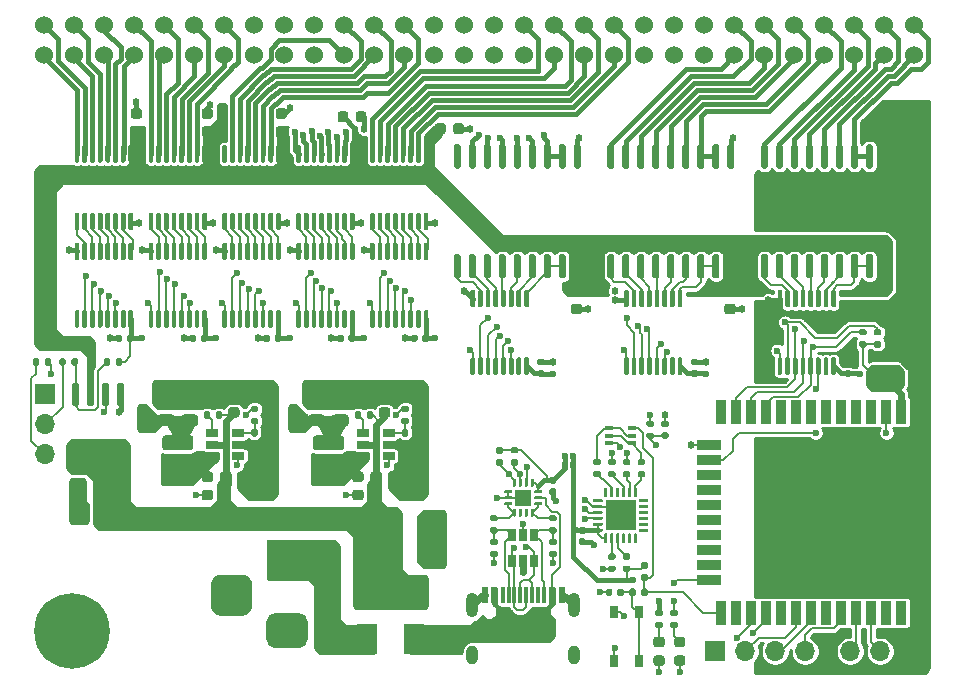
<source format=gbr>
G04 #@! TF.GenerationSoftware,KiCad,Pcbnew,(5.1.9-0-10_14)*
G04 #@! TF.CreationDate,2021-03-16T19:17:09+01:00*
G04 #@! TF.ProjectId,cflipclock_rev_a,63666c69-7063-46c6-9f63-6b5f7265765f,rev?*
G04 #@! TF.SameCoordinates,Original*
G04 #@! TF.FileFunction,Copper,L1,Top*
G04 #@! TF.FilePolarity,Positive*
%FSLAX46Y46*%
G04 Gerber Fmt 4.6, Leading zero omitted, Abs format (unit mm)*
G04 Created by KiCad (PCBNEW (5.1.9-0-10_14)) date 2021-03-16 19:17:09*
%MOMM*%
%LPD*%
G01*
G04 APERTURE LIST*
G04 #@! TA.AperFunction,ComponentPad*
%ADD10O,1.700000X1.700000*%
G04 #@! TD*
G04 #@! TA.AperFunction,ComponentPad*
%ADD11R,1.700000X1.700000*%
G04 #@! TD*
G04 #@! TA.AperFunction,SMDPad,CuDef*
%ADD12R,0.900000X2.000000*%
G04 #@! TD*
G04 #@! TA.AperFunction,SMDPad,CuDef*
%ADD13R,2.000000X0.900000*%
G04 #@! TD*
G04 #@! TA.AperFunction,SMDPad,CuDef*
%ADD14R,5.000000X5.000000*%
G04 #@! TD*
G04 #@! TA.AperFunction,ComponentPad*
%ADD15R,3.500000X3.500000*%
G04 #@! TD*
G04 #@! TA.AperFunction,ComponentPad*
%ADD16C,0.800000*%
G04 #@! TD*
G04 #@! TA.AperFunction,ComponentPad*
%ADD17C,6.400000*%
G04 #@! TD*
G04 #@! TA.AperFunction,SMDPad,CuDef*
%ADD18R,1.060000X0.650000*%
G04 #@! TD*
G04 #@! TA.AperFunction,ComponentPad*
%ADD19C,1.524000*%
G04 #@! TD*
G04 #@! TA.AperFunction,SMDPad,CuDef*
%ADD20R,2.600000X2.600000*%
G04 #@! TD*
G04 #@! TA.AperFunction,SMDPad,CuDef*
%ADD21R,0.650000X1.060000*%
G04 #@! TD*
G04 #@! TA.AperFunction,SMDPad,CuDef*
%ADD22R,1.450000X1.450000*%
G04 #@! TD*
G04 #@! TA.AperFunction,SMDPad,CuDef*
%ADD23R,0.650000X1.050000*%
G04 #@! TD*
G04 #@! TA.AperFunction,SMDPad,CuDef*
%ADD24R,0.650000X0.400000*%
G04 #@! TD*
G04 #@! TA.AperFunction,SMDPad,CuDef*
%ADD25R,0.600000X1.450000*%
G04 #@! TD*
G04 #@! TA.AperFunction,SMDPad,CuDef*
%ADD26R,0.300000X1.450000*%
G04 #@! TD*
G04 #@! TA.AperFunction,ComponentPad*
%ADD27O,1.000000X2.100000*%
G04 #@! TD*
G04 #@! TA.AperFunction,ComponentPad*
%ADD28O,1.000000X1.600000*%
G04 #@! TD*
G04 #@! TA.AperFunction,SMDPad,CuDef*
%ADD29R,1.800000X2.500000*%
G04 #@! TD*
G04 #@! TA.AperFunction,ViaPad*
%ADD30C,0.624800*%
G04 #@! TD*
G04 #@! TA.AperFunction,ViaPad*
%ADD31C,0.600000*%
G04 #@! TD*
G04 #@! TA.AperFunction,Conductor*
%ADD32C,0.200000*%
G04 #@! TD*
G04 #@! TA.AperFunction,Conductor*
%ADD33C,0.400000*%
G04 #@! TD*
G04 #@! TA.AperFunction,Conductor*
%ADD34C,0.600000*%
G04 #@! TD*
G04 #@! TA.AperFunction,Conductor*
%ADD35C,0.254000*%
G04 #@! TD*
G04 #@! TA.AperFunction,Conductor*
%ADD36C,0.100000*%
G04 #@! TD*
G04 APERTURE END LIST*
G04 #@! TA.AperFunction,SMDPad,CuDef*
G36*
G01*
X154670000Y-107550000D02*
X154330000Y-107550000D01*
G75*
G02*
X154190000Y-107410000I0J140000D01*
G01*
X154190000Y-107130000D01*
G75*
G02*
X154330000Y-106990000I140000J0D01*
G01*
X154670000Y-106990000D01*
G75*
G02*
X154810000Y-107130000I0J-140000D01*
G01*
X154810000Y-107410000D01*
G75*
G02*
X154670000Y-107550000I-140000J0D01*
G01*
G37*
G04 #@! TD.AperFunction*
G04 #@! TA.AperFunction,SMDPad,CuDef*
G36*
G01*
X154670000Y-108510000D02*
X154330000Y-108510000D01*
G75*
G02*
X154190000Y-108370000I0J140000D01*
G01*
X154190000Y-108090000D01*
G75*
G02*
X154330000Y-107950000I140000J0D01*
G01*
X154670000Y-107950000D01*
G75*
G02*
X154810000Y-108090000I0J-140000D01*
G01*
X154810000Y-108370000D01*
G75*
G02*
X154670000Y-108510000I-140000J0D01*
G01*
G37*
G04 #@! TD.AperFunction*
G04 #@! TA.AperFunction,SMDPad,CuDef*
G36*
G01*
X163756250Y-121400000D02*
X163243750Y-121400000D01*
G75*
G02*
X163025000Y-121181250I0J218750D01*
G01*
X163025000Y-120743750D01*
G75*
G02*
X163243750Y-120525000I218750J0D01*
G01*
X163756250Y-120525000D01*
G75*
G02*
X163975000Y-120743750I0J-218750D01*
G01*
X163975000Y-121181250D01*
G75*
G02*
X163756250Y-121400000I-218750J0D01*
G01*
G37*
G04 #@! TD.AperFunction*
G04 #@! TA.AperFunction,SMDPad,CuDef*
G36*
G01*
X163756250Y-122975000D02*
X163243750Y-122975000D01*
G75*
G02*
X163025000Y-122756250I0J218750D01*
G01*
X163025000Y-122318750D01*
G75*
G02*
X163243750Y-122100000I218750J0D01*
G01*
X163756250Y-122100000D01*
G75*
G02*
X163975000Y-122318750I0J-218750D01*
G01*
X163975000Y-122756250D01*
G75*
G02*
X163756250Y-122975000I-218750J0D01*
G01*
G37*
G04 #@! TD.AperFunction*
G04 #@! TA.AperFunction,SMDPad,CuDef*
G36*
G01*
X165506250Y-121400000D02*
X164993750Y-121400000D01*
G75*
G02*
X164775000Y-121181250I0J218750D01*
G01*
X164775000Y-120743750D01*
G75*
G02*
X164993750Y-120525000I218750J0D01*
G01*
X165506250Y-120525000D01*
G75*
G02*
X165725000Y-120743750I0J-218750D01*
G01*
X165725000Y-121181250D01*
G75*
G02*
X165506250Y-121400000I-218750J0D01*
G01*
G37*
G04 #@! TD.AperFunction*
G04 #@! TA.AperFunction,SMDPad,CuDef*
G36*
G01*
X165506250Y-122975000D02*
X164993750Y-122975000D01*
G75*
G02*
X164775000Y-122756250I0J218750D01*
G01*
X164775000Y-122318750D01*
G75*
G02*
X164993750Y-122100000I218750J0D01*
G01*
X165506250Y-122100000D01*
G75*
G02*
X165725000Y-122318750I0J-218750D01*
G01*
X165725000Y-122756250D01*
G75*
G02*
X165506250Y-122975000I-218750J0D01*
G01*
G37*
G04 #@! TD.AperFunction*
G04 #@! TA.AperFunction,SMDPad,CuDef*
G36*
G01*
X125000000Y-108075000D02*
X125500000Y-108075000D01*
G75*
G02*
X125725000Y-108300000I0J-225000D01*
G01*
X125725000Y-108750000D01*
G75*
G02*
X125500000Y-108975000I-225000J0D01*
G01*
X125000000Y-108975000D01*
G75*
G02*
X124775000Y-108750000I0J225000D01*
G01*
X124775000Y-108300000D01*
G75*
G02*
X125000000Y-108075000I225000J0D01*
G01*
G37*
G04 #@! TD.AperFunction*
G04 #@! TA.AperFunction,SMDPad,CuDef*
G36*
G01*
X125000000Y-106525000D02*
X125500000Y-106525000D01*
G75*
G02*
X125725000Y-106750000I0J-225000D01*
G01*
X125725000Y-107200000D01*
G75*
G02*
X125500000Y-107425000I-225000J0D01*
G01*
X125000000Y-107425000D01*
G75*
G02*
X124775000Y-107200000I0J225000D01*
G01*
X124775000Y-106750000D01*
G75*
G02*
X125000000Y-106525000I225000J0D01*
G01*
G37*
G04 #@! TD.AperFunction*
G04 #@! TA.AperFunction,SMDPad,CuDef*
G36*
G01*
X182250000Y-92300000D02*
X182750000Y-92300000D01*
G75*
G02*
X182975000Y-92525000I0J-225000D01*
G01*
X182975000Y-92975000D01*
G75*
G02*
X182750000Y-93200000I-225000J0D01*
G01*
X182250000Y-93200000D01*
G75*
G02*
X182025000Y-92975000I0J225000D01*
G01*
X182025000Y-92525000D01*
G75*
G02*
X182250000Y-92300000I225000J0D01*
G01*
G37*
G04 #@! TD.AperFunction*
G04 #@! TA.AperFunction,SMDPad,CuDef*
G36*
G01*
X182250000Y-90750000D02*
X182750000Y-90750000D01*
G75*
G02*
X182975000Y-90975000I0J-225000D01*
G01*
X182975000Y-91425000D01*
G75*
G02*
X182750000Y-91650000I-225000J0D01*
G01*
X182250000Y-91650000D01*
G75*
G02*
X182025000Y-91425000I0J225000D01*
G01*
X182025000Y-90975000D01*
G75*
G02*
X182250000Y-90750000I225000J0D01*
G01*
G37*
G04 #@! TD.AperFunction*
G04 #@! TA.AperFunction,SMDPad,CuDef*
G36*
G01*
X169250000Y-92325000D02*
X169750000Y-92325000D01*
G75*
G02*
X169975000Y-92550000I0J-225000D01*
G01*
X169975000Y-93000000D01*
G75*
G02*
X169750000Y-93225000I-225000J0D01*
G01*
X169250000Y-93225000D01*
G75*
G02*
X169025000Y-93000000I0J225000D01*
G01*
X169025000Y-92550000D01*
G75*
G02*
X169250000Y-92325000I225000J0D01*
G01*
G37*
G04 #@! TD.AperFunction*
G04 #@! TA.AperFunction,SMDPad,CuDef*
G36*
G01*
X169250000Y-90775000D02*
X169750000Y-90775000D01*
G75*
G02*
X169975000Y-91000000I0J-225000D01*
G01*
X169975000Y-91450000D01*
G75*
G02*
X169750000Y-91675000I-225000J0D01*
G01*
X169250000Y-91675000D01*
G75*
G02*
X169025000Y-91450000I0J225000D01*
G01*
X169025000Y-91000000D01*
G75*
G02*
X169250000Y-90775000I225000J0D01*
G01*
G37*
G04 #@! TD.AperFunction*
G04 #@! TA.AperFunction,SMDPad,CuDef*
G36*
G01*
X156251100Y-92325000D02*
X156751100Y-92325000D01*
G75*
G02*
X156976100Y-92550000I0J-225000D01*
G01*
X156976100Y-93000000D01*
G75*
G02*
X156751100Y-93225000I-225000J0D01*
G01*
X156251100Y-93225000D01*
G75*
G02*
X156026100Y-93000000I0J225000D01*
G01*
X156026100Y-92550000D01*
G75*
G02*
X156251100Y-92325000I225000J0D01*
G01*
G37*
G04 #@! TD.AperFunction*
G04 #@! TA.AperFunction,SMDPad,CuDef*
G36*
G01*
X156251100Y-90775000D02*
X156751100Y-90775000D01*
G75*
G02*
X156976100Y-91000000I0J-225000D01*
G01*
X156976100Y-91450000D01*
G75*
G02*
X156751100Y-91675000I-225000J0D01*
G01*
X156251100Y-91675000D01*
G75*
G02*
X156026100Y-91450000I0J225000D01*
G01*
X156026100Y-91000000D01*
G75*
G02*
X156251100Y-90775000I225000J0D01*
G01*
G37*
G04 #@! TD.AperFunction*
G04 #@! TA.AperFunction,SMDPad,CuDef*
G36*
G01*
X146075000Y-77750000D02*
X146075000Y-77250000D01*
G75*
G02*
X146300000Y-77025000I225000J0D01*
G01*
X146750000Y-77025000D01*
G75*
G02*
X146975000Y-77250000I0J-225000D01*
G01*
X146975000Y-77750000D01*
G75*
G02*
X146750000Y-77975000I-225000J0D01*
G01*
X146300000Y-77975000D01*
G75*
G02*
X146075000Y-77750000I0J225000D01*
G01*
G37*
G04 #@! TD.AperFunction*
G04 #@! TA.AperFunction,SMDPad,CuDef*
G36*
G01*
X144525000Y-77750000D02*
X144525000Y-77250000D01*
G75*
G02*
X144750000Y-77025000I225000J0D01*
G01*
X145200000Y-77025000D01*
G75*
G02*
X145425000Y-77250000I0J-225000D01*
G01*
X145425000Y-77750000D01*
G75*
G02*
X145200000Y-77975000I-225000J0D01*
G01*
X144750000Y-77975000D01*
G75*
G02*
X144525000Y-77750000I0J225000D01*
G01*
G37*
G04 #@! TD.AperFunction*
G04 #@! TA.AperFunction,SMDPad,CuDef*
G36*
G01*
X137825000Y-76750000D02*
X137825000Y-76250000D01*
G75*
G02*
X138050000Y-76025000I225000J0D01*
G01*
X138500000Y-76025000D01*
G75*
G02*
X138725000Y-76250000I0J-225000D01*
G01*
X138725000Y-76750000D01*
G75*
G02*
X138500000Y-76975000I-225000J0D01*
G01*
X138050000Y-76975000D01*
G75*
G02*
X137825000Y-76750000I0J225000D01*
G01*
G37*
G04 #@! TD.AperFunction*
G04 #@! TA.AperFunction,SMDPad,CuDef*
G36*
G01*
X136275000Y-76750000D02*
X136275000Y-76250000D01*
G75*
G02*
X136500000Y-76025000I225000J0D01*
G01*
X136950000Y-76025000D01*
G75*
G02*
X137175000Y-76250000I0J-225000D01*
G01*
X137175000Y-76750000D01*
G75*
G02*
X136950000Y-76975000I-225000J0D01*
G01*
X136500000Y-76975000D01*
G75*
G02*
X136275000Y-76750000I0J225000D01*
G01*
G37*
G04 #@! TD.AperFunction*
G04 #@! TA.AperFunction,SMDPad,CuDef*
G36*
G01*
X131750000Y-76675000D02*
X131250000Y-76675000D01*
G75*
G02*
X131025000Y-76450000I0J225000D01*
G01*
X131025000Y-76000000D01*
G75*
G02*
X131250000Y-75775000I225000J0D01*
G01*
X131750000Y-75775000D01*
G75*
G02*
X131975000Y-76000000I0J-225000D01*
G01*
X131975000Y-76450000D01*
G75*
G02*
X131750000Y-76675000I-225000J0D01*
G01*
G37*
G04 #@! TD.AperFunction*
G04 #@! TA.AperFunction,SMDPad,CuDef*
G36*
G01*
X131750000Y-78225000D02*
X131250000Y-78225000D01*
G75*
G02*
X131025000Y-78000000I0J225000D01*
G01*
X131025000Y-77550000D01*
G75*
G02*
X131250000Y-77325000I225000J0D01*
G01*
X131750000Y-77325000D01*
G75*
G02*
X131975000Y-77550000I0J-225000D01*
G01*
X131975000Y-78000000D01*
G75*
G02*
X131750000Y-78225000I-225000J0D01*
G01*
G37*
G04 #@! TD.AperFunction*
G04 #@! TA.AperFunction,SMDPad,CuDef*
G36*
G01*
X125500000Y-76675000D02*
X125000000Y-76675000D01*
G75*
G02*
X124775000Y-76450000I0J225000D01*
G01*
X124775000Y-76000000D01*
G75*
G02*
X125000000Y-75775000I225000J0D01*
G01*
X125500000Y-75775000D01*
G75*
G02*
X125725000Y-76000000I0J-225000D01*
G01*
X125725000Y-76450000D01*
G75*
G02*
X125500000Y-76675000I-225000J0D01*
G01*
G37*
G04 #@! TD.AperFunction*
G04 #@! TA.AperFunction,SMDPad,CuDef*
G36*
G01*
X125500000Y-78225000D02*
X125000000Y-78225000D01*
G75*
G02*
X124775000Y-78000000I0J225000D01*
G01*
X124775000Y-77550000D01*
G75*
G02*
X125000000Y-77325000I225000J0D01*
G01*
X125500000Y-77325000D01*
G75*
G02*
X125725000Y-77550000I0J-225000D01*
G01*
X125725000Y-78000000D01*
G75*
G02*
X125500000Y-78225000I-225000J0D01*
G01*
G37*
G04 #@! TD.AperFunction*
G04 #@! TA.AperFunction,SMDPad,CuDef*
G36*
G01*
X119500000Y-76675000D02*
X119000000Y-76675000D01*
G75*
G02*
X118775000Y-76450000I0J225000D01*
G01*
X118775000Y-76000000D01*
G75*
G02*
X119000000Y-75775000I225000J0D01*
G01*
X119500000Y-75775000D01*
G75*
G02*
X119725000Y-76000000I0J-225000D01*
G01*
X119725000Y-76450000D01*
G75*
G02*
X119500000Y-76675000I-225000J0D01*
G01*
G37*
G04 #@! TD.AperFunction*
G04 #@! TA.AperFunction,SMDPad,CuDef*
G36*
G01*
X119500000Y-78225000D02*
X119000000Y-78225000D01*
G75*
G02*
X118775000Y-78000000I0J225000D01*
G01*
X118775000Y-77550000D01*
G75*
G02*
X119000000Y-77325000I225000J0D01*
G01*
X119500000Y-77325000D01*
G75*
G02*
X119725000Y-77550000I0J-225000D01*
G01*
X119725000Y-78000000D01*
G75*
G02*
X119500000Y-78225000I-225000J0D01*
G01*
G37*
G04 #@! TD.AperFunction*
G04 #@! TA.AperFunction,SMDPad,CuDef*
G36*
G01*
X137750000Y-108075000D02*
X138250000Y-108075000D01*
G75*
G02*
X138475000Y-108300000I0J-225000D01*
G01*
X138475000Y-108750000D01*
G75*
G02*
X138250000Y-108975000I-225000J0D01*
G01*
X137750000Y-108975000D01*
G75*
G02*
X137525000Y-108750000I0J225000D01*
G01*
X137525000Y-108300000D01*
G75*
G02*
X137750000Y-108075000I225000J0D01*
G01*
G37*
G04 #@! TD.AperFunction*
G04 #@! TA.AperFunction,SMDPad,CuDef*
G36*
G01*
X137750000Y-106525000D02*
X138250000Y-106525000D01*
G75*
G02*
X138475000Y-106750000I0J-225000D01*
G01*
X138475000Y-107200000D01*
G75*
G02*
X138250000Y-107425000I-225000J0D01*
G01*
X137750000Y-107425000D01*
G75*
G02*
X137525000Y-107200000I0J225000D01*
G01*
X137525000Y-106750000D01*
G75*
G02*
X137750000Y-106525000I225000J0D01*
G01*
G37*
G04 #@! TD.AperFunction*
D10*
X179670000Y-121750000D03*
X182210000Y-121750000D03*
D11*
X184750000Y-121750000D03*
D12*
X185255000Y-118500000D03*
X183985000Y-118500000D03*
X182715000Y-118500000D03*
X181445000Y-118500000D03*
X180175000Y-118500000D03*
X178905000Y-118500000D03*
X177635000Y-118500000D03*
X176365000Y-118500000D03*
X175095000Y-118500000D03*
X173825000Y-118500000D03*
X172555000Y-118500000D03*
X171285000Y-118500000D03*
X170015000Y-118500000D03*
X168745000Y-118500000D03*
D13*
X167745000Y-115715000D03*
X167745000Y-114445000D03*
X167745000Y-113175000D03*
X167745000Y-111905000D03*
X167745000Y-110635000D03*
X167745000Y-109365000D03*
X167745000Y-108095000D03*
X167745000Y-106825000D03*
X167745000Y-105555000D03*
X167745000Y-104285000D03*
D12*
X168745000Y-101500000D03*
X170015000Y-101500000D03*
X171285000Y-101500000D03*
X172555000Y-101500000D03*
X173825000Y-101500000D03*
X175095000Y-101500000D03*
X176365000Y-101500000D03*
X177635000Y-101500000D03*
X178905000Y-101500000D03*
X180175000Y-101500000D03*
X181445000Y-101500000D03*
X182715000Y-101500000D03*
X183985000Y-101500000D03*
X185255000Y-101500000D03*
D14*
X177755000Y-109000000D03*
G04 #@! TA.AperFunction,SMDPad,CuDef*
G36*
G01*
X159685000Y-106010000D02*
X159315000Y-106010000D01*
G75*
G02*
X159180000Y-105875000I0J135000D01*
G01*
X159180000Y-105605000D01*
G75*
G02*
X159315000Y-105470000I135000J0D01*
G01*
X159685000Y-105470000D01*
G75*
G02*
X159820000Y-105605000I0J-135000D01*
G01*
X159820000Y-105875000D01*
G75*
G02*
X159685000Y-106010000I-135000J0D01*
G01*
G37*
G04 #@! TD.AperFunction*
G04 #@! TA.AperFunction,SMDPad,CuDef*
G36*
G01*
X159685000Y-107030000D02*
X159315000Y-107030000D01*
G75*
G02*
X159180000Y-106895000I0J135000D01*
G01*
X159180000Y-106625000D01*
G75*
G02*
X159315000Y-106490000I135000J0D01*
G01*
X159685000Y-106490000D01*
G75*
G02*
X159820000Y-106625000I0J-135000D01*
G01*
X159820000Y-106895000D01*
G75*
G02*
X159685000Y-107030000I-135000J0D01*
G01*
G37*
G04 #@! TD.AperFunction*
G04 #@! TA.AperFunction,SMDPad,CuDef*
G36*
G01*
X160565000Y-106490000D02*
X160935000Y-106490000D01*
G75*
G02*
X161070000Y-106625000I0J-135000D01*
G01*
X161070000Y-106895000D01*
G75*
G02*
X160935000Y-107030000I-135000J0D01*
G01*
X160565000Y-107030000D01*
G75*
G02*
X160430000Y-106895000I0J135000D01*
G01*
X160430000Y-106625000D01*
G75*
G02*
X160565000Y-106490000I135000J0D01*
G01*
G37*
G04 #@! TD.AperFunction*
G04 #@! TA.AperFunction,SMDPad,CuDef*
G36*
G01*
X160565000Y-105470000D02*
X160935000Y-105470000D01*
G75*
G02*
X161070000Y-105605000I0J-135000D01*
G01*
X161070000Y-105875000D01*
G75*
G02*
X160935000Y-106010000I-135000J0D01*
G01*
X160565000Y-106010000D01*
G75*
G02*
X160430000Y-105875000I0J135000D01*
G01*
X160430000Y-105605000D01*
G75*
G02*
X160565000Y-105470000I135000J0D01*
G01*
G37*
G04 #@! TD.AperFunction*
D10*
X111500000Y-105080000D03*
X111500000Y-102540000D03*
D11*
X111500000Y-100000000D03*
D10*
X175870000Y-121750000D03*
X173330000Y-121750000D03*
X170790000Y-121750000D03*
D11*
X168250000Y-121750000D03*
G04 #@! TA.AperFunction,SMDPad,CuDef*
G36*
G01*
X117490000Y-97435000D02*
X117490000Y-97065000D01*
G75*
G02*
X117625000Y-96930000I135000J0D01*
G01*
X117895000Y-96930000D01*
G75*
G02*
X118030000Y-97065000I0J-135000D01*
G01*
X118030000Y-97435000D01*
G75*
G02*
X117895000Y-97570000I-135000J0D01*
G01*
X117625000Y-97570000D01*
G75*
G02*
X117490000Y-97435000I0J135000D01*
G01*
G37*
G04 #@! TD.AperFunction*
G04 #@! TA.AperFunction,SMDPad,CuDef*
G36*
G01*
X116470000Y-97435000D02*
X116470000Y-97065000D01*
G75*
G02*
X116605000Y-96930000I135000J0D01*
G01*
X116875000Y-96930000D01*
G75*
G02*
X117010000Y-97065000I0J-135000D01*
G01*
X117010000Y-97435000D01*
G75*
G02*
X116875000Y-97570000I-135000J0D01*
G01*
X116605000Y-97570000D01*
G75*
G02*
X116470000Y-97435000I0J135000D01*
G01*
G37*
G04 #@! TD.AperFunction*
G04 #@! TA.AperFunction,SMDPad,CuDef*
G36*
G01*
X113740000Y-97435000D02*
X113740000Y-97065000D01*
G75*
G02*
X113875000Y-96930000I135000J0D01*
G01*
X114145000Y-96930000D01*
G75*
G02*
X114280000Y-97065000I0J-135000D01*
G01*
X114280000Y-97435000D01*
G75*
G02*
X114145000Y-97570000I-135000J0D01*
G01*
X113875000Y-97570000D01*
G75*
G02*
X113740000Y-97435000I0J135000D01*
G01*
G37*
G04 #@! TD.AperFunction*
G04 #@! TA.AperFunction,SMDPad,CuDef*
G36*
G01*
X112720000Y-97435000D02*
X112720000Y-97065000D01*
G75*
G02*
X112855000Y-96930000I135000J0D01*
G01*
X113125000Y-96930000D01*
G75*
G02*
X113260000Y-97065000I0J-135000D01*
G01*
X113260000Y-97435000D01*
G75*
G02*
X113125000Y-97570000I-135000J0D01*
G01*
X112855000Y-97570000D01*
G75*
G02*
X112720000Y-97435000I0J135000D01*
G01*
G37*
G04 #@! TD.AperFunction*
G04 #@! TA.AperFunction,SMDPad,CuDef*
G36*
G01*
X111010000Y-97065000D02*
X111010000Y-97435000D01*
G75*
G02*
X110875000Y-97570000I-135000J0D01*
G01*
X110605000Y-97570000D01*
G75*
G02*
X110470000Y-97435000I0J135000D01*
G01*
X110470000Y-97065000D01*
G75*
G02*
X110605000Y-96930000I135000J0D01*
G01*
X110875000Y-96930000D01*
G75*
G02*
X111010000Y-97065000I0J-135000D01*
G01*
G37*
G04 #@! TD.AperFunction*
G04 #@! TA.AperFunction,SMDPad,CuDef*
G36*
G01*
X112030000Y-97065000D02*
X112030000Y-97435000D01*
G75*
G02*
X111895000Y-97570000I-135000J0D01*
G01*
X111625000Y-97570000D01*
G75*
G02*
X111490000Y-97435000I0J135000D01*
G01*
X111490000Y-97065000D01*
G75*
G02*
X111625000Y-96930000I135000J0D01*
G01*
X111895000Y-96930000D01*
G75*
G02*
X112030000Y-97065000I0J-135000D01*
G01*
G37*
G04 #@! TD.AperFunction*
G04 #@! TA.AperFunction,SMDPad,CuDef*
G36*
G01*
X183800000Y-97775000D02*
X183800000Y-98725000D01*
G75*
G02*
X183550000Y-98975000I-250000J0D01*
G01*
X183050000Y-98975000D01*
G75*
G02*
X182800000Y-98725000I0J250000D01*
G01*
X182800000Y-97775000D01*
G75*
G02*
X183050000Y-97525000I250000J0D01*
G01*
X183550000Y-97525000D01*
G75*
G02*
X183800000Y-97775000I0J-250000D01*
G01*
G37*
G04 #@! TD.AperFunction*
G04 #@! TA.AperFunction,SMDPad,CuDef*
G36*
G01*
X185700000Y-97775000D02*
X185700000Y-98725000D01*
G75*
G02*
X185450000Y-98975000I-250000J0D01*
G01*
X184950000Y-98975000D01*
G75*
G02*
X184700000Y-98725000I0J250000D01*
G01*
X184700000Y-97775000D01*
G75*
G02*
X184950000Y-97525000I250000J0D01*
G01*
X185450000Y-97525000D01*
G75*
G02*
X185700000Y-97775000I0J-250000D01*
G01*
G37*
G04 #@! TD.AperFunction*
G04 #@! TA.AperFunction,SMDPad,CuDef*
G36*
G01*
X141350000Y-110349999D02*
X141350000Y-111650001D01*
G75*
G02*
X141100001Y-111900000I-249999J0D01*
G01*
X140449999Y-111900000D01*
G75*
G02*
X140200000Y-111650001I0J249999D01*
G01*
X140200000Y-110349999D01*
G75*
G02*
X140449999Y-110100000I249999J0D01*
G01*
X141100001Y-110100000D01*
G75*
G02*
X141350000Y-110349999I0J-249999D01*
G01*
G37*
G04 #@! TD.AperFunction*
G04 #@! TA.AperFunction,SMDPad,CuDef*
G36*
G01*
X144300000Y-110349999D02*
X144300000Y-111650001D01*
G75*
G02*
X144050001Y-111900000I-249999J0D01*
G01*
X143399999Y-111900000D01*
G75*
G02*
X143150000Y-111650001I0J249999D01*
G01*
X143150000Y-110349999D01*
G75*
G02*
X143399999Y-110100000I249999J0D01*
G01*
X144050001Y-110100000D01*
G75*
G02*
X144300000Y-110349999I0J-249999D01*
G01*
G37*
G04 #@! TD.AperFunction*
G04 #@! TA.AperFunction,SMDPad,CuDef*
G36*
G01*
X116650000Y-108650001D02*
X116650000Y-107349999D01*
G75*
G02*
X116899999Y-107100000I249999J0D01*
G01*
X117550001Y-107100000D01*
G75*
G02*
X117800000Y-107349999I0J-249999D01*
G01*
X117800000Y-108650001D01*
G75*
G02*
X117550001Y-108900000I-249999J0D01*
G01*
X116899999Y-108900000D01*
G75*
G02*
X116650000Y-108650001I0J249999D01*
G01*
G37*
G04 #@! TD.AperFunction*
G04 #@! TA.AperFunction,SMDPad,CuDef*
G36*
G01*
X113700000Y-108650001D02*
X113700000Y-107349999D01*
G75*
G02*
X113949999Y-107100000I249999J0D01*
G01*
X114600001Y-107100000D01*
G75*
G02*
X114850000Y-107349999I0J-249999D01*
G01*
X114850000Y-108650001D01*
G75*
G02*
X114600001Y-108900000I-249999J0D01*
G01*
X113949999Y-108900000D01*
G75*
G02*
X113700000Y-108650001I0J249999D01*
G01*
G37*
G04 #@! TD.AperFunction*
G04 #@! TA.AperFunction,SMDPad,CuDef*
G36*
G01*
X141350000Y-112849999D02*
X141350000Y-114150001D01*
G75*
G02*
X141100001Y-114400000I-249999J0D01*
G01*
X140449999Y-114400000D01*
G75*
G02*
X140200000Y-114150001I0J249999D01*
G01*
X140200000Y-112849999D01*
G75*
G02*
X140449999Y-112600000I249999J0D01*
G01*
X141100001Y-112600000D01*
G75*
G02*
X141350000Y-112849999I0J-249999D01*
G01*
G37*
G04 #@! TD.AperFunction*
G04 #@! TA.AperFunction,SMDPad,CuDef*
G36*
G01*
X144300000Y-112849999D02*
X144300000Y-114150001D01*
G75*
G02*
X144050001Y-114400000I-249999J0D01*
G01*
X143399999Y-114400000D01*
G75*
G02*
X143150000Y-114150001I0J249999D01*
G01*
X143150000Y-112849999D01*
G75*
G02*
X143399999Y-112600000I249999J0D01*
G01*
X144050001Y-112600000D01*
G75*
G02*
X144300000Y-112849999I0J-249999D01*
G01*
G37*
G04 #@! TD.AperFunction*
G04 #@! TA.AperFunction,ComponentPad*
G36*
G01*
X128175000Y-118750000D02*
X126425000Y-118750000D01*
G75*
G02*
X125550000Y-117875000I0J875000D01*
G01*
X125550000Y-116125000D01*
G75*
G02*
X126425000Y-115250000I875000J0D01*
G01*
X128175000Y-115250000D01*
G75*
G02*
X129050000Y-116125000I0J-875000D01*
G01*
X129050000Y-117875000D01*
G75*
G02*
X128175000Y-118750000I-875000J0D01*
G01*
G37*
G04 #@! TD.AperFunction*
G04 #@! TA.AperFunction,ComponentPad*
G36*
G01*
X133000000Y-121500000D02*
X131000000Y-121500000D01*
G75*
G02*
X130250000Y-120750000I0J750000D01*
G01*
X130250000Y-119250000D01*
G75*
G02*
X131000000Y-118500000I750000J0D01*
G01*
X133000000Y-118500000D01*
G75*
G02*
X133750000Y-119250000I0J-750000D01*
G01*
X133750000Y-120750000D01*
G75*
G02*
X133000000Y-121500000I-750000J0D01*
G01*
G37*
G04 #@! TD.AperFunction*
D15*
X132000000Y-114000000D03*
G04 #@! TA.AperFunction,SMDPad,CuDef*
G36*
G01*
X117755000Y-104000000D02*
X118055000Y-104000000D01*
G75*
G02*
X118205000Y-104150000I0J-150000D01*
G01*
X118205000Y-105800000D01*
G75*
G02*
X118055000Y-105950000I-150000J0D01*
G01*
X117755000Y-105950000D01*
G75*
G02*
X117605000Y-105800000I0J150000D01*
G01*
X117605000Y-104150000D01*
G75*
G02*
X117755000Y-104000000I150000J0D01*
G01*
G37*
G04 #@! TD.AperFunction*
G04 #@! TA.AperFunction,SMDPad,CuDef*
G36*
G01*
X116485000Y-104000000D02*
X116785000Y-104000000D01*
G75*
G02*
X116935000Y-104150000I0J-150000D01*
G01*
X116935000Y-105800000D01*
G75*
G02*
X116785000Y-105950000I-150000J0D01*
G01*
X116485000Y-105950000D01*
G75*
G02*
X116335000Y-105800000I0J150000D01*
G01*
X116335000Y-104150000D01*
G75*
G02*
X116485000Y-104000000I150000J0D01*
G01*
G37*
G04 #@! TD.AperFunction*
G04 #@! TA.AperFunction,SMDPad,CuDef*
G36*
G01*
X115215000Y-104000000D02*
X115515000Y-104000000D01*
G75*
G02*
X115665000Y-104150000I0J-150000D01*
G01*
X115665000Y-105800000D01*
G75*
G02*
X115515000Y-105950000I-150000J0D01*
G01*
X115215000Y-105950000D01*
G75*
G02*
X115065000Y-105800000I0J150000D01*
G01*
X115065000Y-104150000D01*
G75*
G02*
X115215000Y-104000000I150000J0D01*
G01*
G37*
G04 #@! TD.AperFunction*
G04 #@! TA.AperFunction,SMDPad,CuDef*
G36*
G01*
X113945000Y-104000000D02*
X114245000Y-104000000D01*
G75*
G02*
X114395000Y-104150000I0J-150000D01*
G01*
X114395000Y-105800000D01*
G75*
G02*
X114245000Y-105950000I-150000J0D01*
G01*
X113945000Y-105950000D01*
G75*
G02*
X113795000Y-105800000I0J150000D01*
G01*
X113795000Y-104150000D01*
G75*
G02*
X113945000Y-104000000I150000J0D01*
G01*
G37*
G04 #@! TD.AperFunction*
G04 #@! TA.AperFunction,SMDPad,CuDef*
G36*
G01*
X113945000Y-99050000D02*
X114245000Y-99050000D01*
G75*
G02*
X114395000Y-99200000I0J-150000D01*
G01*
X114395000Y-100850000D01*
G75*
G02*
X114245000Y-101000000I-150000J0D01*
G01*
X113945000Y-101000000D01*
G75*
G02*
X113795000Y-100850000I0J150000D01*
G01*
X113795000Y-99200000D01*
G75*
G02*
X113945000Y-99050000I150000J0D01*
G01*
G37*
G04 #@! TD.AperFunction*
G04 #@! TA.AperFunction,SMDPad,CuDef*
G36*
G01*
X115215000Y-99050000D02*
X115515000Y-99050000D01*
G75*
G02*
X115665000Y-99200000I0J-150000D01*
G01*
X115665000Y-100850000D01*
G75*
G02*
X115515000Y-101000000I-150000J0D01*
G01*
X115215000Y-101000000D01*
G75*
G02*
X115065000Y-100850000I0J150000D01*
G01*
X115065000Y-99200000D01*
G75*
G02*
X115215000Y-99050000I150000J0D01*
G01*
G37*
G04 #@! TD.AperFunction*
G04 #@! TA.AperFunction,SMDPad,CuDef*
G36*
G01*
X116485000Y-99050000D02*
X116785000Y-99050000D01*
G75*
G02*
X116935000Y-99200000I0J-150000D01*
G01*
X116935000Y-100850000D01*
G75*
G02*
X116785000Y-101000000I-150000J0D01*
G01*
X116485000Y-101000000D01*
G75*
G02*
X116335000Y-100850000I0J150000D01*
G01*
X116335000Y-99200000D01*
G75*
G02*
X116485000Y-99050000I150000J0D01*
G01*
G37*
G04 #@! TD.AperFunction*
G04 #@! TA.AperFunction,SMDPad,CuDef*
G36*
G01*
X117755000Y-99050000D02*
X118055000Y-99050000D01*
G75*
G02*
X118205000Y-99200000I0J-150000D01*
G01*
X118205000Y-100850000D01*
G75*
G02*
X118055000Y-101000000I-150000J0D01*
G01*
X117755000Y-101000000D01*
G75*
G02*
X117605000Y-100850000I0J150000D01*
G01*
X117605000Y-99200000D01*
G75*
G02*
X117755000Y-99050000I150000J0D01*
G01*
G37*
G04 #@! TD.AperFunction*
G04 #@! TA.AperFunction,SMDPad,CuDef*
G36*
G01*
X127250000Y-101075000D02*
X127750000Y-101075000D01*
G75*
G02*
X127975000Y-101300000I0J-225000D01*
G01*
X127975000Y-101750000D01*
G75*
G02*
X127750000Y-101975000I-225000J0D01*
G01*
X127250000Y-101975000D01*
G75*
G02*
X127025000Y-101750000I0J225000D01*
G01*
X127025000Y-101300000D01*
G75*
G02*
X127250000Y-101075000I225000J0D01*
G01*
G37*
G04 #@! TD.AperFunction*
G04 #@! TA.AperFunction,SMDPad,CuDef*
G36*
G01*
X127250000Y-99525000D02*
X127750000Y-99525000D01*
G75*
G02*
X127975000Y-99750000I0J-225000D01*
G01*
X127975000Y-100200000D01*
G75*
G02*
X127750000Y-100425000I-225000J0D01*
G01*
X127250000Y-100425000D01*
G75*
G02*
X127025000Y-100200000I0J225000D01*
G01*
X127025000Y-99750000D01*
G75*
G02*
X127250000Y-99525000I225000J0D01*
G01*
G37*
G04 #@! TD.AperFunction*
G04 #@! TA.AperFunction,SMDPad,CuDef*
G36*
G01*
X140000000Y-101075000D02*
X140500000Y-101075000D01*
G75*
G02*
X140725000Y-101300000I0J-225000D01*
G01*
X140725000Y-101750000D01*
G75*
G02*
X140500000Y-101975000I-225000J0D01*
G01*
X140000000Y-101975000D01*
G75*
G02*
X139775000Y-101750000I0J225000D01*
G01*
X139775000Y-101300000D01*
G75*
G02*
X140000000Y-101075000I225000J0D01*
G01*
G37*
G04 #@! TD.AperFunction*
G04 #@! TA.AperFunction,SMDPad,CuDef*
G36*
G01*
X140000000Y-99525000D02*
X140500000Y-99525000D01*
G75*
G02*
X140725000Y-99750000I0J-225000D01*
G01*
X140725000Y-100200000D01*
G75*
G02*
X140500000Y-100425000I-225000J0D01*
G01*
X140000000Y-100425000D01*
G75*
G02*
X139775000Y-100200000I0J225000D01*
G01*
X139775000Y-99750000D01*
G75*
G02*
X140000000Y-99525000I225000J0D01*
G01*
G37*
G04 #@! TD.AperFunction*
D16*
X115447056Y-118302944D03*
X113750000Y-117600000D03*
X112052944Y-118302944D03*
X111350000Y-120000000D03*
X112052944Y-121697056D03*
X113750000Y-122400000D03*
X115447056Y-121697056D03*
X116150000Y-120000000D03*
D17*
X113750000Y-120000000D03*
D18*
X125650000Y-104250000D03*
X125650000Y-105200000D03*
X125650000Y-103300000D03*
X127850000Y-103300000D03*
X127850000Y-104250000D03*
X127850000Y-105200000D03*
G04 #@! TA.AperFunction,SMDPad,CuDef*
G36*
G01*
X129990000Y-103435000D02*
X129990000Y-103065000D01*
G75*
G02*
X130125000Y-102930000I135000J0D01*
G01*
X130395000Y-102930000D01*
G75*
G02*
X130530000Y-103065000I0J-135000D01*
G01*
X130530000Y-103435000D01*
G75*
G02*
X130395000Y-103570000I-135000J0D01*
G01*
X130125000Y-103570000D01*
G75*
G02*
X129990000Y-103435000I0J135000D01*
G01*
G37*
G04 #@! TD.AperFunction*
G04 #@! TA.AperFunction,SMDPad,CuDef*
G36*
G01*
X128970000Y-103435000D02*
X128970000Y-103065000D01*
G75*
G02*
X129105000Y-102930000I135000J0D01*
G01*
X129375000Y-102930000D01*
G75*
G02*
X129510000Y-103065000I0J-135000D01*
G01*
X129510000Y-103435000D01*
G75*
G02*
X129375000Y-103570000I-135000J0D01*
G01*
X129105000Y-103570000D01*
G75*
G02*
X128970000Y-103435000I0J135000D01*
G01*
G37*
G04 #@! TD.AperFunction*
G04 #@! TA.AperFunction,SMDPad,CuDef*
G36*
G01*
X129065000Y-101990000D02*
X129435000Y-101990000D01*
G75*
G02*
X129570000Y-102125000I0J-135000D01*
G01*
X129570000Y-102395000D01*
G75*
G02*
X129435000Y-102530000I-135000J0D01*
G01*
X129065000Y-102530000D01*
G75*
G02*
X128930000Y-102395000I0J135000D01*
G01*
X128930000Y-102125000D01*
G75*
G02*
X129065000Y-101990000I135000J0D01*
G01*
G37*
G04 #@! TD.AperFunction*
G04 #@! TA.AperFunction,SMDPad,CuDef*
G36*
G01*
X129065000Y-100970000D02*
X129435000Y-100970000D01*
G75*
G02*
X129570000Y-101105000I0J-135000D01*
G01*
X129570000Y-101375000D01*
G75*
G02*
X129435000Y-101510000I-135000J0D01*
G01*
X129065000Y-101510000D01*
G75*
G02*
X128930000Y-101375000I0J135000D01*
G01*
X128930000Y-101105000D01*
G75*
G02*
X129065000Y-100970000I135000J0D01*
G01*
G37*
G04 #@! TD.AperFunction*
G04 #@! TA.AperFunction,SMDPad,CuDef*
G36*
G01*
X125510000Y-101565000D02*
X125510000Y-101935000D01*
G75*
G02*
X125375000Y-102070000I-135000J0D01*
G01*
X125105000Y-102070000D01*
G75*
G02*
X124970000Y-101935000I0J135000D01*
G01*
X124970000Y-101565000D01*
G75*
G02*
X125105000Y-101430000I135000J0D01*
G01*
X125375000Y-101430000D01*
G75*
G02*
X125510000Y-101565000I0J-135000D01*
G01*
G37*
G04 #@! TD.AperFunction*
G04 #@! TA.AperFunction,SMDPad,CuDef*
G36*
G01*
X126530000Y-101565000D02*
X126530000Y-101935000D01*
G75*
G02*
X126395000Y-102070000I-135000J0D01*
G01*
X126125000Y-102070000D01*
G75*
G02*
X125990000Y-101935000I0J135000D01*
G01*
X125990000Y-101565000D01*
G75*
G02*
X126125000Y-101430000I135000J0D01*
G01*
X126395000Y-101430000D01*
G75*
G02*
X126530000Y-101565000I0J-135000D01*
G01*
G37*
G04 #@! TD.AperFunction*
G04 #@! TA.AperFunction,SMDPad,CuDef*
G36*
G01*
X123825000Y-104725000D02*
X121675000Y-104725000D01*
G75*
G02*
X121425000Y-104475000I0J250000D01*
G01*
X121425000Y-103725000D01*
G75*
G02*
X121675000Y-103475000I250000J0D01*
G01*
X123825000Y-103475000D01*
G75*
G02*
X124075000Y-103725000I0J-250000D01*
G01*
X124075000Y-104475000D01*
G75*
G02*
X123825000Y-104725000I-250000J0D01*
G01*
G37*
G04 #@! TD.AperFunction*
G04 #@! TA.AperFunction,SMDPad,CuDef*
G36*
G01*
X123825000Y-107525000D02*
X121675000Y-107525000D01*
G75*
G02*
X121425000Y-107275000I0J250000D01*
G01*
X121425000Y-106525000D01*
G75*
G02*
X121675000Y-106275000I250000J0D01*
G01*
X123825000Y-106275000D01*
G75*
G02*
X124075000Y-106525000I0J-250000D01*
G01*
X124075000Y-107275000D01*
G75*
G02*
X123825000Y-107525000I-250000J0D01*
G01*
G37*
G04 #@! TD.AperFunction*
G04 #@! TA.AperFunction,SMDPad,CuDef*
G36*
G01*
X123275000Y-101700000D02*
X124225000Y-101700000D01*
G75*
G02*
X124475000Y-101950000I0J-250000D01*
G01*
X124475000Y-102450000D01*
G75*
G02*
X124225000Y-102700000I-250000J0D01*
G01*
X123275000Y-102700000D01*
G75*
G02*
X123025000Y-102450000I0J250000D01*
G01*
X123025000Y-101950000D01*
G75*
G02*
X123275000Y-101700000I250000J0D01*
G01*
G37*
G04 #@! TD.AperFunction*
G04 #@! TA.AperFunction,SMDPad,CuDef*
G36*
G01*
X123275000Y-99800000D02*
X124225000Y-99800000D01*
G75*
G02*
X124475000Y-100050000I0J-250000D01*
G01*
X124475000Y-100550000D01*
G75*
G02*
X124225000Y-100800000I-250000J0D01*
G01*
X123275000Y-100800000D01*
G75*
G02*
X123025000Y-100550000I0J250000D01*
G01*
X123025000Y-100050000D01*
G75*
G02*
X123275000Y-99800000I250000J0D01*
G01*
G37*
G04 #@! TD.AperFunction*
G04 #@! TA.AperFunction,SMDPad,CuDef*
G36*
G01*
X121275000Y-101700000D02*
X122225000Y-101700000D01*
G75*
G02*
X122475000Y-101950000I0J-250000D01*
G01*
X122475000Y-102450000D01*
G75*
G02*
X122225000Y-102700000I-250000J0D01*
G01*
X121275000Y-102700000D01*
G75*
G02*
X121025000Y-102450000I0J250000D01*
G01*
X121025000Y-101950000D01*
G75*
G02*
X121275000Y-101700000I250000J0D01*
G01*
G37*
G04 #@! TD.AperFunction*
G04 #@! TA.AperFunction,SMDPad,CuDef*
G36*
G01*
X121275000Y-99800000D02*
X122225000Y-99800000D01*
G75*
G02*
X122475000Y-100050000I0J-250000D01*
G01*
X122475000Y-100550000D01*
G75*
G02*
X122225000Y-100800000I-250000J0D01*
G01*
X121275000Y-100800000D01*
G75*
G02*
X121025000Y-100550000I0J250000D01*
G01*
X121025000Y-100050000D01*
G75*
G02*
X121275000Y-99800000I250000J0D01*
G01*
G37*
G04 #@! TD.AperFunction*
G04 #@! TA.AperFunction,SMDPad,CuDef*
G36*
G01*
X127300000Y-106775000D02*
X127300000Y-107725000D01*
G75*
G02*
X127050000Y-107975000I-250000J0D01*
G01*
X126550000Y-107975000D01*
G75*
G02*
X126300000Y-107725000I0J250000D01*
G01*
X126300000Y-106775000D01*
G75*
G02*
X126550000Y-106525000I250000J0D01*
G01*
X127050000Y-106525000D01*
G75*
G02*
X127300000Y-106775000I0J-250000D01*
G01*
G37*
G04 #@! TD.AperFunction*
G04 #@! TA.AperFunction,SMDPad,CuDef*
G36*
G01*
X129200000Y-106775000D02*
X129200000Y-107725000D01*
G75*
G02*
X128950000Y-107975000I-250000J0D01*
G01*
X128450000Y-107975000D01*
G75*
G02*
X128200000Y-107725000I0J250000D01*
G01*
X128200000Y-106775000D01*
G75*
G02*
X128450000Y-106525000I250000J0D01*
G01*
X128950000Y-106525000D01*
G75*
G02*
X129200000Y-106775000I0J-250000D01*
G01*
G37*
G04 #@! TD.AperFunction*
G04 #@! TA.AperFunction,SMDPad,CuDef*
G36*
G01*
X126825000Y-80375000D02*
X126625000Y-80375000D01*
G75*
G02*
X126525000Y-80275000I0J100000D01*
G01*
X126525000Y-79000000D01*
G75*
G02*
X126625000Y-78900000I100000J0D01*
G01*
X126825000Y-78900000D01*
G75*
G02*
X126925000Y-79000000I0J-100000D01*
G01*
X126925000Y-80275000D01*
G75*
G02*
X126825000Y-80375000I-100000J0D01*
G01*
G37*
G04 #@! TD.AperFunction*
G04 #@! TA.AperFunction,SMDPad,CuDef*
G36*
G01*
X127475000Y-80375000D02*
X127275000Y-80375000D01*
G75*
G02*
X127175000Y-80275000I0J100000D01*
G01*
X127175000Y-79000000D01*
G75*
G02*
X127275000Y-78900000I100000J0D01*
G01*
X127475000Y-78900000D01*
G75*
G02*
X127575000Y-79000000I0J-100000D01*
G01*
X127575000Y-80275000D01*
G75*
G02*
X127475000Y-80375000I-100000J0D01*
G01*
G37*
G04 #@! TD.AperFunction*
G04 #@! TA.AperFunction,SMDPad,CuDef*
G36*
G01*
X128125000Y-80375000D02*
X127925000Y-80375000D01*
G75*
G02*
X127825000Y-80275000I0J100000D01*
G01*
X127825000Y-79000000D01*
G75*
G02*
X127925000Y-78900000I100000J0D01*
G01*
X128125000Y-78900000D01*
G75*
G02*
X128225000Y-79000000I0J-100000D01*
G01*
X128225000Y-80275000D01*
G75*
G02*
X128125000Y-80375000I-100000J0D01*
G01*
G37*
G04 #@! TD.AperFunction*
G04 #@! TA.AperFunction,SMDPad,CuDef*
G36*
G01*
X128775000Y-80375000D02*
X128575000Y-80375000D01*
G75*
G02*
X128475000Y-80275000I0J100000D01*
G01*
X128475000Y-79000000D01*
G75*
G02*
X128575000Y-78900000I100000J0D01*
G01*
X128775000Y-78900000D01*
G75*
G02*
X128875000Y-79000000I0J-100000D01*
G01*
X128875000Y-80275000D01*
G75*
G02*
X128775000Y-80375000I-100000J0D01*
G01*
G37*
G04 #@! TD.AperFunction*
G04 #@! TA.AperFunction,SMDPad,CuDef*
G36*
G01*
X129425000Y-80375000D02*
X129225000Y-80375000D01*
G75*
G02*
X129125000Y-80275000I0J100000D01*
G01*
X129125000Y-79000000D01*
G75*
G02*
X129225000Y-78900000I100000J0D01*
G01*
X129425000Y-78900000D01*
G75*
G02*
X129525000Y-79000000I0J-100000D01*
G01*
X129525000Y-80275000D01*
G75*
G02*
X129425000Y-80375000I-100000J0D01*
G01*
G37*
G04 #@! TD.AperFunction*
G04 #@! TA.AperFunction,SMDPad,CuDef*
G36*
G01*
X130075000Y-80375000D02*
X129875000Y-80375000D01*
G75*
G02*
X129775000Y-80275000I0J100000D01*
G01*
X129775000Y-79000000D01*
G75*
G02*
X129875000Y-78900000I100000J0D01*
G01*
X130075000Y-78900000D01*
G75*
G02*
X130175000Y-79000000I0J-100000D01*
G01*
X130175000Y-80275000D01*
G75*
G02*
X130075000Y-80375000I-100000J0D01*
G01*
G37*
G04 #@! TD.AperFunction*
G04 #@! TA.AperFunction,SMDPad,CuDef*
G36*
G01*
X130725000Y-80375000D02*
X130525000Y-80375000D01*
G75*
G02*
X130425000Y-80275000I0J100000D01*
G01*
X130425000Y-79000000D01*
G75*
G02*
X130525000Y-78900000I100000J0D01*
G01*
X130725000Y-78900000D01*
G75*
G02*
X130825000Y-79000000I0J-100000D01*
G01*
X130825000Y-80275000D01*
G75*
G02*
X130725000Y-80375000I-100000J0D01*
G01*
G37*
G04 #@! TD.AperFunction*
G04 #@! TA.AperFunction,SMDPad,CuDef*
G36*
G01*
X131375000Y-80375000D02*
X131175000Y-80375000D01*
G75*
G02*
X131075000Y-80275000I0J100000D01*
G01*
X131075000Y-79000000D01*
G75*
G02*
X131175000Y-78900000I100000J0D01*
G01*
X131375000Y-78900000D01*
G75*
G02*
X131475000Y-79000000I0J-100000D01*
G01*
X131475000Y-80275000D01*
G75*
G02*
X131375000Y-80375000I-100000J0D01*
G01*
G37*
G04 #@! TD.AperFunction*
G04 #@! TA.AperFunction,SMDPad,CuDef*
G36*
G01*
X131375000Y-86100000D02*
X131175000Y-86100000D01*
G75*
G02*
X131075000Y-86000000I0J100000D01*
G01*
X131075000Y-84725000D01*
G75*
G02*
X131175000Y-84625000I100000J0D01*
G01*
X131375000Y-84625000D01*
G75*
G02*
X131475000Y-84725000I0J-100000D01*
G01*
X131475000Y-86000000D01*
G75*
G02*
X131375000Y-86100000I-100000J0D01*
G01*
G37*
G04 #@! TD.AperFunction*
G04 #@! TA.AperFunction,SMDPad,CuDef*
G36*
G01*
X130725000Y-86100000D02*
X130525000Y-86100000D01*
G75*
G02*
X130425000Y-86000000I0J100000D01*
G01*
X130425000Y-84725000D01*
G75*
G02*
X130525000Y-84625000I100000J0D01*
G01*
X130725000Y-84625000D01*
G75*
G02*
X130825000Y-84725000I0J-100000D01*
G01*
X130825000Y-86000000D01*
G75*
G02*
X130725000Y-86100000I-100000J0D01*
G01*
G37*
G04 #@! TD.AperFunction*
G04 #@! TA.AperFunction,SMDPad,CuDef*
G36*
G01*
X130075000Y-86100000D02*
X129875000Y-86100000D01*
G75*
G02*
X129775000Y-86000000I0J100000D01*
G01*
X129775000Y-84725000D01*
G75*
G02*
X129875000Y-84625000I100000J0D01*
G01*
X130075000Y-84625000D01*
G75*
G02*
X130175000Y-84725000I0J-100000D01*
G01*
X130175000Y-86000000D01*
G75*
G02*
X130075000Y-86100000I-100000J0D01*
G01*
G37*
G04 #@! TD.AperFunction*
G04 #@! TA.AperFunction,SMDPad,CuDef*
G36*
G01*
X129425000Y-86100000D02*
X129225000Y-86100000D01*
G75*
G02*
X129125000Y-86000000I0J100000D01*
G01*
X129125000Y-84725000D01*
G75*
G02*
X129225000Y-84625000I100000J0D01*
G01*
X129425000Y-84625000D01*
G75*
G02*
X129525000Y-84725000I0J-100000D01*
G01*
X129525000Y-86000000D01*
G75*
G02*
X129425000Y-86100000I-100000J0D01*
G01*
G37*
G04 #@! TD.AperFunction*
G04 #@! TA.AperFunction,SMDPad,CuDef*
G36*
G01*
X128775000Y-86100000D02*
X128575000Y-86100000D01*
G75*
G02*
X128475000Y-86000000I0J100000D01*
G01*
X128475000Y-84725000D01*
G75*
G02*
X128575000Y-84625000I100000J0D01*
G01*
X128775000Y-84625000D01*
G75*
G02*
X128875000Y-84725000I0J-100000D01*
G01*
X128875000Y-86000000D01*
G75*
G02*
X128775000Y-86100000I-100000J0D01*
G01*
G37*
G04 #@! TD.AperFunction*
G04 #@! TA.AperFunction,SMDPad,CuDef*
G36*
G01*
X128125000Y-86100000D02*
X127925000Y-86100000D01*
G75*
G02*
X127825000Y-86000000I0J100000D01*
G01*
X127825000Y-84725000D01*
G75*
G02*
X127925000Y-84625000I100000J0D01*
G01*
X128125000Y-84625000D01*
G75*
G02*
X128225000Y-84725000I0J-100000D01*
G01*
X128225000Y-86000000D01*
G75*
G02*
X128125000Y-86100000I-100000J0D01*
G01*
G37*
G04 #@! TD.AperFunction*
G04 #@! TA.AperFunction,SMDPad,CuDef*
G36*
G01*
X127475000Y-86100000D02*
X127275000Y-86100000D01*
G75*
G02*
X127175000Y-86000000I0J100000D01*
G01*
X127175000Y-84725000D01*
G75*
G02*
X127275000Y-84625000I100000J0D01*
G01*
X127475000Y-84625000D01*
G75*
G02*
X127575000Y-84725000I0J-100000D01*
G01*
X127575000Y-86000000D01*
G75*
G02*
X127475000Y-86100000I-100000J0D01*
G01*
G37*
G04 #@! TD.AperFunction*
G04 #@! TA.AperFunction,SMDPad,CuDef*
G36*
G01*
X126825000Y-86100000D02*
X126625000Y-86100000D01*
G75*
G02*
X126525000Y-86000000I0J100000D01*
G01*
X126525000Y-84725000D01*
G75*
G02*
X126625000Y-84625000I100000J0D01*
G01*
X126825000Y-84625000D01*
G75*
G02*
X126925000Y-84725000I0J-100000D01*
G01*
X126925000Y-86000000D01*
G75*
G02*
X126825000Y-86100000I-100000J0D01*
G01*
G37*
G04 #@! TD.AperFunction*
G04 #@! TA.AperFunction,SMDPad,CuDef*
G36*
G01*
X133075000Y-80375000D02*
X132875000Y-80375000D01*
G75*
G02*
X132775000Y-80275000I0J100000D01*
G01*
X132775000Y-79000000D01*
G75*
G02*
X132875000Y-78900000I100000J0D01*
G01*
X133075000Y-78900000D01*
G75*
G02*
X133175000Y-79000000I0J-100000D01*
G01*
X133175000Y-80275000D01*
G75*
G02*
X133075000Y-80375000I-100000J0D01*
G01*
G37*
G04 #@! TD.AperFunction*
G04 #@! TA.AperFunction,SMDPad,CuDef*
G36*
G01*
X133725000Y-80375000D02*
X133525000Y-80375000D01*
G75*
G02*
X133425000Y-80275000I0J100000D01*
G01*
X133425000Y-79000000D01*
G75*
G02*
X133525000Y-78900000I100000J0D01*
G01*
X133725000Y-78900000D01*
G75*
G02*
X133825000Y-79000000I0J-100000D01*
G01*
X133825000Y-80275000D01*
G75*
G02*
X133725000Y-80375000I-100000J0D01*
G01*
G37*
G04 #@! TD.AperFunction*
G04 #@! TA.AperFunction,SMDPad,CuDef*
G36*
G01*
X134375000Y-80375000D02*
X134175000Y-80375000D01*
G75*
G02*
X134075000Y-80275000I0J100000D01*
G01*
X134075000Y-79000000D01*
G75*
G02*
X134175000Y-78900000I100000J0D01*
G01*
X134375000Y-78900000D01*
G75*
G02*
X134475000Y-79000000I0J-100000D01*
G01*
X134475000Y-80275000D01*
G75*
G02*
X134375000Y-80375000I-100000J0D01*
G01*
G37*
G04 #@! TD.AperFunction*
G04 #@! TA.AperFunction,SMDPad,CuDef*
G36*
G01*
X135025000Y-80375000D02*
X134825000Y-80375000D01*
G75*
G02*
X134725000Y-80275000I0J100000D01*
G01*
X134725000Y-79000000D01*
G75*
G02*
X134825000Y-78900000I100000J0D01*
G01*
X135025000Y-78900000D01*
G75*
G02*
X135125000Y-79000000I0J-100000D01*
G01*
X135125000Y-80275000D01*
G75*
G02*
X135025000Y-80375000I-100000J0D01*
G01*
G37*
G04 #@! TD.AperFunction*
G04 #@! TA.AperFunction,SMDPad,CuDef*
G36*
G01*
X135675000Y-80375000D02*
X135475000Y-80375000D01*
G75*
G02*
X135375000Y-80275000I0J100000D01*
G01*
X135375000Y-79000000D01*
G75*
G02*
X135475000Y-78900000I100000J0D01*
G01*
X135675000Y-78900000D01*
G75*
G02*
X135775000Y-79000000I0J-100000D01*
G01*
X135775000Y-80275000D01*
G75*
G02*
X135675000Y-80375000I-100000J0D01*
G01*
G37*
G04 #@! TD.AperFunction*
G04 #@! TA.AperFunction,SMDPad,CuDef*
G36*
G01*
X136325000Y-80375000D02*
X136125000Y-80375000D01*
G75*
G02*
X136025000Y-80275000I0J100000D01*
G01*
X136025000Y-79000000D01*
G75*
G02*
X136125000Y-78900000I100000J0D01*
G01*
X136325000Y-78900000D01*
G75*
G02*
X136425000Y-79000000I0J-100000D01*
G01*
X136425000Y-80275000D01*
G75*
G02*
X136325000Y-80375000I-100000J0D01*
G01*
G37*
G04 #@! TD.AperFunction*
G04 #@! TA.AperFunction,SMDPad,CuDef*
G36*
G01*
X136975000Y-80375000D02*
X136775000Y-80375000D01*
G75*
G02*
X136675000Y-80275000I0J100000D01*
G01*
X136675000Y-79000000D01*
G75*
G02*
X136775000Y-78900000I100000J0D01*
G01*
X136975000Y-78900000D01*
G75*
G02*
X137075000Y-79000000I0J-100000D01*
G01*
X137075000Y-80275000D01*
G75*
G02*
X136975000Y-80375000I-100000J0D01*
G01*
G37*
G04 #@! TD.AperFunction*
G04 #@! TA.AperFunction,SMDPad,CuDef*
G36*
G01*
X137625000Y-80375000D02*
X137425000Y-80375000D01*
G75*
G02*
X137325000Y-80275000I0J100000D01*
G01*
X137325000Y-79000000D01*
G75*
G02*
X137425000Y-78900000I100000J0D01*
G01*
X137625000Y-78900000D01*
G75*
G02*
X137725000Y-79000000I0J-100000D01*
G01*
X137725000Y-80275000D01*
G75*
G02*
X137625000Y-80375000I-100000J0D01*
G01*
G37*
G04 #@! TD.AperFunction*
G04 #@! TA.AperFunction,SMDPad,CuDef*
G36*
G01*
X137625000Y-86100000D02*
X137425000Y-86100000D01*
G75*
G02*
X137325000Y-86000000I0J100000D01*
G01*
X137325000Y-84725000D01*
G75*
G02*
X137425000Y-84625000I100000J0D01*
G01*
X137625000Y-84625000D01*
G75*
G02*
X137725000Y-84725000I0J-100000D01*
G01*
X137725000Y-86000000D01*
G75*
G02*
X137625000Y-86100000I-100000J0D01*
G01*
G37*
G04 #@! TD.AperFunction*
G04 #@! TA.AperFunction,SMDPad,CuDef*
G36*
G01*
X136975000Y-86100000D02*
X136775000Y-86100000D01*
G75*
G02*
X136675000Y-86000000I0J100000D01*
G01*
X136675000Y-84725000D01*
G75*
G02*
X136775000Y-84625000I100000J0D01*
G01*
X136975000Y-84625000D01*
G75*
G02*
X137075000Y-84725000I0J-100000D01*
G01*
X137075000Y-86000000D01*
G75*
G02*
X136975000Y-86100000I-100000J0D01*
G01*
G37*
G04 #@! TD.AperFunction*
G04 #@! TA.AperFunction,SMDPad,CuDef*
G36*
G01*
X136325000Y-86100000D02*
X136125000Y-86100000D01*
G75*
G02*
X136025000Y-86000000I0J100000D01*
G01*
X136025000Y-84725000D01*
G75*
G02*
X136125000Y-84625000I100000J0D01*
G01*
X136325000Y-84625000D01*
G75*
G02*
X136425000Y-84725000I0J-100000D01*
G01*
X136425000Y-86000000D01*
G75*
G02*
X136325000Y-86100000I-100000J0D01*
G01*
G37*
G04 #@! TD.AperFunction*
G04 #@! TA.AperFunction,SMDPad,CuDef*
G36*
G01*
X135675000Y-86100000D02*
X135475000Y-86100000D01*
G75*
G02*
X135375000Y-86000000I0J100000D01*
G01*
X135375000Y-84725000D01*
G75*
G02*
X135475000Y-84625000I100000J0D01*
G01*
X135675000Y-84625000D01*
G75*
G02*
X135775000Y-84725000I0J-100000D01*
G01*
X135775000Y-86000000D01*
G75*
G02*
X135675000Y-86100000I-100000J0D01*
G01*
G37*
G04 #@! TD.AperFunction*
G04 #@! TA.AperFunction,SMDPad,CuDef*
G36*
G01*
X135025000Y-86100000D02*
X134825000Y-86100000D01*
G75*
G02*
X134725000Y-86000000I0J100000D01*
G01*
X134725000Y-84725000D01*
G75*
G02*
X134825000Y-84625000I100000J0D01*
G01*
X135025000Y-84625000D01*
G75*
G02*
X135125000Y-84725000I0J-100000D01*
G01*
X135125000Y-86000000D01*
G75*
G02*
X135025000Y-86100000I-100000J0D01*
G01*
G37*
G04 #@! TD.AperFunction*
G04 #@! TA.AperFunction,SMDPad,CuDef*
G36*
G01*
X134375000Y-86100000D02*
X134175000Y-86100000D01*
G75*
G02*
X134075000Y-86000000I0J100000D01*
G01*
X134075000Y-84725000D01*
G75*
G02*
X134175000Y-84625000I100000J0D01*
G01*
X134375000Y-84625000D01*
G75*
G02*
X134475000Y-84725000I0J-100000D01*
G01*
X134475000Y-86000000D01*
G75*
G02*
X134375000Y-86100000I-100000J0D01*
G01*
G37*
G04 #@! TD.AperFunction*
G04 #@! TA.AperFunction,SMDPad,CuDef*
G36*
G01*
X133725000Y-86100000D02*
X133525000Y-86100000D01*
G75*
G02*
X133425000Y-86000000I0J100000D01*
G01*
X133425000Y-84725000D01*
G75*
G02*
X133525000Y-84625000I100000J0D01*
G01*
X133725000Y-84625000D01*
G75*
G02*
X133825000Y-84725000I0J-100000D01*
G01*
X133825000Y-86000000D01*
G75*
G02*
X133725000Y-86100000I-100000J0D01*
G01*
G37*
G04 #@! TD.AperFunction*
G04 #@! TA.AperFunction,SMDPad,CuDef*
G36*
G01*
X133075000Y-86100000D02*
X132875000Y-86100000D01*
G75*
G02*
X132775000Y-86000000I0J100000D01*
G01*
X132775000Y-84725000D01*
G75*
G02*
X132875000Y-84625000I100000J0D01*
G01*
X133075000Y-84625000D01*
G75*
G02*
X133175000Y-84725000I0J-100000D01*
G01*
X133175000Y-86000000D01*
G75*
G02*
X133075000Y-86100000I-100000J0D01*
G01*
G37*
G04 #@! TD.AperFunction*
G04 #@! TA.AperFunction,SMDPad,CuDef*
G36*
G01*
X139325000Y-80375000D02*
X139125000Y-80375000D01*
G75*
G02*
X139025000Y-80275000I0J100000D01*
G01*
X139025000Y-79000000D01*
G75*
G02*
X139125000Y-78900000I100000J0D01*
G01*
X139325000Y-78900000D01*
G75*
G02*
X139425000Y-79000000I0J-100000D01*
G01*
X139425000Y-80275000D01*
G75*
G02*
X139325000Y-80375000I-100000J0D01*
G01*
G37*
G04 #@! TD.AperFunction*
G04 #@! TA.AperFunction,SMDPad,CuDef*
G36*
G01*
X139975000Y-80375000D02*
X139775000Y-80375000D01*
G75*
G02*
X139675000Y-80275000I0J100000D01*
G01*
X139675000Y-79000000D01*
G75*
G02*
X139775000Y-78900000I100000J0D01*
G01*
X139975000Y-78900000D01*
G75*
G02*
X140075000Y-79000000I0J-100000D01*
G01*
X140075000Y-80275000D01*
G75*
G02*
X139975000Y-80375000I-100000J0D01*
G01*
G37*
G04 #@! TD.AperFunction*
G04 #@! TA.AperFunction,SMDPad,CuDef*
G36*
G01*
X140625000Y-80375000D02*
X140425000Y-80375000D01*
G75*
G02*
X140325000Y-80275000I0J100000D01*
G01*
X140325000Y-79000000D01*
G75*
G02*
X140425000Y-78900000I100000J0D01*
G01*
X140625000Y-78900000D01*
G75*
G02*
X140725000Y-79000000I0J-100000D01*
G01*
X140725000Y-80275000D01*
G75*
G02*
X140625000Y-80375000I-100000J0D01*
G01*
G37*
G04 #@! TD.AperFunction*
G04 #@! TA.AperFunction,SMDPad,CuDef*
G36*
G01*
X141275000Y-80375000D02*
X141075000Y-80375000D01*
G75*
G02*
X140975000Y-80275000I0J100000D01*
G01*
X140975000Y-79000000D01*
G75*
G02*
X141075000Y-78900000I100000J0D01*
G01*
X141275000Y-78900000D01*
G75*
G02*
X141375000Y-79000000I0J-100000D01*
G01*
X141375000Y-80275000D01*
G75*
G02*
X141275000Y-80375000I-100000J0D01*
G01*
G37*
G04 #@! TD.AperFunction*
G04 #@! TA.AperFunction,SMDPad,CuDef*
G36*
G01*
X141925000Y-80375000D02*
X141725000Y-80375000D01*
G75*
G02*
X141625000Y-80275000I0J100000D01*
G01*
X141625000Y-79000000D01*
G75*
G02*
X141725000Y-78900000I100000J0D01*
G01*
X141925000Y-78900000D01*
G75*
G02*
X142025000Y-79000000I0J-100000D01*
G01*
X142025000Y-80275000D01*
G75*
G02*
X141925000Y-80375000I-100000J0D01*
G01*
G37*
G04 #@! TD.AperFunction*
G04 #@! TA.AperFunction,SMDPad,CuDef*
G36*
G01*
X142575000Y-80375000D02*
X142375000Y-80375000D01*
G75*
G02*
X142275000Y-80275000I0J100000D01*
G01*
X142275000Y-79000000D01*
G75*
G02*
X142375000Y-78900000I100000J0D01*
G01*
X142575000Y-78900000D01*
G75*
G02*
X142675000Y-79000000I0J-100000D01*
G01*
X142675000Y-80275000D01*
G75*
G02*
X142575000Y-80375000I-100000J0D01*
G01*
G37*
G04 #@! TD.AperFunction*
G04 #@! TA.AperFunction,SMDPad,CuDef*
G36*
G01*
X143225000Y-80375000D02*
X143025000Y-80375000D01*
G75*
G02*
X142925000Y-80275000I0J100000D01*
G01*
X142925000Y-79000000D01*
G75*
G02*
X143025000Y-78900000I100000J0D01*
G01*
X143225000Y-78900000D01*
G75*
G02*
X143325000Y-79000000I0J-100000D01*
G01*
X143325000Y-80275000D01*
G75*
G02*
X143225000Y-80375000I-100000J0D01*
G01*
G37*
G04 #@! TD.AperFunction*
G04 #@! TA.AperFunction,SMDPad,CuDef*
G36*
G01*
X143875000Y-80375000D02*
X143675000Y-80375000D01*
G75*
G02*
X143575000Y-80275000I0J100000D01*
G01*
X143575000Y-79000000D01*
G75*
G02*
X143675000Y-78900000I100000J0D01*
G01*
X143875000Y-78900000D01*
G75*
G02*
X143975000Y-79000000I0J-100000D01*
G01*
X143975000Y-80275000D01*
G75*
G02*
X143875000Y-80375000I-100000J0D01*
G01*
G37*
G04 #@! TD.AperFunction*
G04 #@! TA.AperFunction,SMDPad,CuDef*
G36*
G01*
X143875000Y-86100000D02*
X143675000Y-86100000D01*
G75*
G02*
X143575000Y-86000000I0J100000D01*
G01*
X143575000Y-84725000D01*
G75*
G02*
X143675000Y-84625000I100000J0D01*
G01*
X143875000Y-84625000D01*
G75*
G02*
X143975000Y-84725000I0J-100000D01*
G01*
X143975000Y-86000000D01*
G75*
G02*
X143875000Y-86100000I-100000J0D01*
G01*
G37*
G04 #@! TD.AperFunction*
G04 #@! TA.AperFunction,SMDPad,CuDef*
G36*
G01*
X143225000Y-86100000D02*
X143025000Y-86100000D01*
G75*
G02*
X142925000Y-86000000I0J100000D01*
G01*
X142925000Y-84725000D01*
G75*
G02*
X143025000Y-84625000I100000J0D01*
G01*
X143225000Y-84625000D01*
G75*
G02*
X143325000Y-84725000I0J-100000D01*
G01*
X143325000Y-86000000D01*
G75*
G02*
X143225000Y-86100000I-100000J0D01*
G01*
G37*
G04 #@! TD.AperFunction*
G04 #@! TA.AperFunction,SMDPad,CuDef*
G36*
G01*
X142575000Y-86100000D02*
X142375000Y-86100000D01*
G75*
G02*
X142275000Y-86000000I0J100000D01*
G01*
X142275000Y-84725000D01*
G75*
G02*
X142375000Y-84625000I100000J0D01*
G01*
X142575000Y-84625000D01*
G75*
G02*
X142675000Y-84725000I0J-100000D01*
G01*
X142675000Y-86000000D01*
G75*
G02*
X142575000Y-86100000I-100000J0D01*
G01*
G37*
G04 #@! TD.AperFunction*
G04 #@! TA.AperFunction,SMDPad,CuDef*
G36*
G01*
X141925000Y-86100000D02*
X141725000Y-86100000D01*
G75*
G02*
X141625000Y-86000000I0J100000D01*
G01*
X141625000Y-84725000D01*
G75*
G02*
X141725000Y-84625000I100000J0D01*
G01*
X141925000Y-84625000D01*
G75*
G02*
X142025000Y-84725000I0J-100000D01*
G01*
X142025000Y-86000000D01*
G75*
G02*
X141925000Y-86100000I-100000J0D01*
G01*
G37*
G04 #@! TD.AperFunction*
G04 #@! TA.AperFunction,SMDPad,CuDef*
G36*
G01*
X141275000Y-86100000D02*
X141075000Y-86100000D01*
G75*
G02*
X140975000Y-86000000I0J100000D01*
G01*
X140975000Y-84725000D01*
G75*
G02*
X141075000Y-84625000I100000J0D01*
G01*
X141275000Y-84625000D01*
G75*
G02*
X141375000Y-84725000I0J-100000D01*
G01*
X141375000Y-86000000D01*
G75*
G02*
X141275000Y-86100000I-100000J0D01*
G01*
G37*
G04 #@! TD.AperFunction*
G04 #@! TA.AperFunction,SMDPad,CuDef*
G36*
G01*
X140625000Y-86100000D02*
X140425000Y-86100000D01*
G75*
G02*
X140325000Y-86000000I0J100000D01*
G01*
X140325000Y-84725000D01*
G75*
G02*
X140425000Y-84625000I100000J0D01*
G01*
X140625000Y-84625000D01*
G75*
G02*
X140725000Y-84725000I0J-100000D01*
G01*
X140725000Y-86000000D01*
G75*
G02*
X140625000Y-86100000I-100000J0D01*
G01*
G37*
G04 #@! TD.AperFunction*
G04 #@! TA.AperFunction,SMDPad,CuDef*
G36*
G01*
X139975000Y-86100000D02*
X139775000Y-86100000D01*
G75*
G02*
X139675000Y-86000000I0J100000D01*
G01*
X139675000Y-84725000D01*
G75*
G02*
X139775000Y-84625000I100000J0D01*
G01*
X139975000Y-84625000D01*
G75*
G02*
X140075000Y-84725000I0J-100000D01*
G01*
X140075000Y-86000000D01*
G75*
G02*
X139975000Y-86100000I-100000J0D01*
G01*
G37*
G04 #@! TD.AperFunction*
G04 #@! TA.AperFunction,SMDPad,CuDef*
G36*
G01*
X139325000Y-86100000D02*
X139125000Y-86100000D01*
G75*
G02*
X139025000Y-86000000I0J100000D01*
G01*
X139025000Y-84725000D01*
G75*
G02*
X139125000Y-84625000I100000J0D01*
G01*
X139325000Y-84625000D01*
G75*
G02*
X139425000Y-84725000I0J-100000D01*
G01*
X139425000Y-86000000D01*
G75*
G02*
X139325000Y-86100000I-100000J0D01*
G01*
G37*
G04 #@! TD.AperFunction*
G04 #@! TA.AperFunction,SMDPad,CuDef*
G36*
G01*
X114325000Y-80375000D02*
X114125000Y-80375000D01*
G75*
G02*
X114025000Y-80275000I0J100000D01*
G01*
X114025000Y-79000000D01*
G75*
G02*
X114125000Y-78900000I100000J0D01*
G01*
X114325000Y-78900000D01*
G75*
G02*
X114425000Y-79000000I0J-100000D01*
G01*
X114425000Y-80275000D01*
G75*
G02*
X114325000Y-80375000I-100000J0D01*
G01*
G37*
G04 #@! TD.AperFunction*
G04 #@! TA.AperFunction,SMDPad,CuDef*
G36*
G01*
X114975000Y-80375000D02*
X114775000Y-80375000D01*
G75*
G02*
X114675000Y-80275000I0J100000D01*
G01*
X114675000Y-79000000D01*
G75*
G02*
X114775000Y-78900000I100000J0D01*
G01*
X114975000Y-78900000D01*
G75*
G02*
X115075000Y-79000000I0J-100000D01*
G01*
X115075000Y-80275000D01*
G75*
G02*
X114975000Y-80375000I-100000J0D01*
G01*
G37*
G04 #@! TD.AperFunction*
G04 #@! TA.AperFunction,SMDPad,CuDef*
G36*
G01*
X115625000Y-80375000D02*
X115425000Y-80375000D01*
G75*
G02*
X115325000Y-80275000I0J100000D01*
G01*
X115325000Y-79000000D01*
G75*
G02*
X115425000Y-78900000I100000J0D01*
G01*
X115625000Y-78900000D01*
G75*
G02*
X115725000Y-79000000I0J-100000D01*
G01*
X115725000Y-80275000D01*
G75*
G02*
X115625000Y-80375000I-100000J0D01*
G01*
G37*
G04 #@! TD.AperFunction*
G04 #@! TA.AperFunction,SMDPad,CuDef*
G36*
G01*
X116275000Y-80375000D02*
X116075000Y-80375000D01*
G75*
G02*
X115975000Y-80275000I0J100000D01*
G01*
X115975000Y-79000000D01*
G75*
G02*
X116075000Y-78900000I100000J0D01*
G01*
X116275000Y-78900000D01*
G75*
G02*
X116375000Y-79000000I0J-100000D01*
G01*
X116375000Y-80275000D01*
G75*
G02*
X116275000Y-80375000I-100000J0D01*
G01*
G37*
G04 #@! TD.AperFunction*
G04 #@! TA.AperFunction,SMDPad,CuDef*
G36*
G01*
X116925000Y-80375000D02*
X116725000Y-80375000D01*
G75*
G02*
X116625000Y-80275000I0J100000D01*
G01*
X116625000Y-79000000D01*
G75*
G02*
X116725000Y-78900000I100000J0D01*
G01*
X116925000Y-78900000D01*
G75*
G02*
X117025000Y-79000000I0J-100000D01*
G01*
X117025000Y-80275000D01*
G75*
G02*
X116925000Y-80375000I-100000J0D01*
G01*
G37*
G04 #@! TD.AperFunction*
G04 #@! TA.AperFunction,SMDPad,CuDef*
G36*
G01*
X117575000Y-80375000D02*
X117375000Y-80375000D01*
G75*
G02*
X117275000Y-80275000I0J100000D01*
G01*
X117275000Y-79000000D01*
G75*
G02*
X117375000Y-78900000I100000J0D01*
G01*
X117575000Y-78900000D01*
G75*
G02*
X117675000Y-79000000I0J-100000D01*
G01*
X117675000Y-80275000D01*
G75*
G02*
X117575000Y-80375000I-100000J0D01*
G01*
G37*
G04 #@! TD.AperFunction*
G04 #@! TA.AperFunction,SMDPad,CuDef*
G36*
G01*
X118225000Y-80375000D02*
X118025000Y-80375000D01*
G75*
G02*
X117925000Y-80275000I0J100000D01*
G01*
X117925000Y-79000000D01*
G75*
G02*
X118025000Y-78900000I100000J0D01*
G01*
X118225000Y-78900000D01*
G75*
G02*
X118325000Y-79000000I0J-100000D01*
G01*
X118325000Y-80275000D01*
G75*
G02*
X118225000Y-80375000I-100000J0D01*
G01*
G37*
G04 #@! TD.AperFunction*
G04 #@! TA.AperFunction,SMDPad,CuDef*
G36*
G01*
X118875000Y-80375000D02*
X118675000Y-80375000D01*
G75*
G02*
X118575000Y-80275000I0J100000D01*
G01*
X118575000Y-79000000D01*
G75*
G02*
X118675000Y-78900000I100000J0D01*
G01*
X118875000Y-78900000D01*
G75*
G02*
X118975000Y-79000000I0J-100000D01*
G01*
X118975000Y-80275000D01*
G75*
G02*
X118875000Y-80375000I-100000J0D01*
G01*
G37*
G04 #@! TD.AperFunction*
G04 #@! TA.AperFunction,SMDPad,CuDef*
G36*
G01*
X118875000Y-86100000D02*
X118675000Y-86100000D01*
G75*
G02*
X118575000Y-86000000I0J100000D01*
G01*
X118575000Y-84725000D01*
G75*
G02*
X118675000Y-84625000I100000J0D01*
G01*
X118875000Y-84625000D01*
G75*
G02*
X118975000Y-84725000I0J-100000D01*
G01*
X118975000Y-86000000D01*
G75*
G02*
X118875000Y-86100000I-100000J0D01*
G01*
G37*
G04 #@! TD.AperFunction*
G04 #@! TA.AperFunction,SMDPad,CuDef*
G36*
G01*
X118225000Y-86100000D02*
X118025000Y-86100000D01*
G75*
G02*
X117925000Y-86000000I0J100000D01*
G01*
X117925000Y-84725000D01*
G75*
G02*
X118025000Y-84625000I100000J0D01*
G01*
X118225000Y-84625000D01*
G75*
G02*
X118325000Y-84725000I0J-100000D01*
G01*
X118325000Y-86000000D01*
G75*
G02*
X118225000Y-86100000I-100000J0D01*
G01*
G37*
G04 #@! TD.AperFunction*
G04 #@! TA.AperFunction,SMDPad,CuDef*
G36*
G01*
X117575000Y-86100000D02*
X117375000Y-86100000D01*
G75*
G02*
X117275000Y-86000000I0J100000D01*
G01*
X117275000Y-84725000D01*
G75*
G02*
X117375000Y-84625000I100000J0D01*
G01*
X117575000Y-84625000D01*
G75*
G02*
X117675000Y-84725000I0J-100000D01*
G01*
X117675000Y-86000000D01*
G75*
G02*
X117575000Y-86100000I-100000J0D01*
G01*
G37*
G04 #@! TD.AperFunction*
G04 #@! TA.AperFunction,SMDPad,CuDef*
G36*
G01*
X116925000Y-86100000D02*
X116725000Y-86100000D01*
G75*
G02*
X116625000Y-86000000I0J100000D01*
G01*
X116625000Y-84725000D01*
G75*
G02*
X116725000Y-84625000I100000J0D01*
G01*
X116925000Y-84625000D01*
G75*
G02*
X117025000Y-84725000I0J-100000D01*
G01*
X117025000Y-86000000D01*
G75*
G02*
X116925000Y-86100000I-100000J0D01*
G01*
G37*
G04 #@! TD.AperFunction*
G04 #@! TA.AperFunction,SMDPad,CuDef*
G36*
G01*
X116275000Y-86100000D02*
X116075000Y-86100000D01*
G75*
G02*
X115975000Y-86000000I0J100000D01*
G01*
X115975000Y-84725000D01*
G75*
G02*
X116075000Y-84625000I100000J0D01*
G01*
X116275000Y-84625000D01*
G75*
G02*
X116375000Y-84725000I0J-100000D01*
G01*
X116375000Y-86000000D01*
G75*
G02*
X116275000Y-86100000I-100000J0D01*
G01*
G37*
G04 #@! TD.AperFunction*
G04 #@! TA.AperFunction,SMDPad,CuDef*
G36*
G01*
X115625000Y-86100000D02*
X115425000Y-86100000D01*
G75*
G02*
X115325000Y-86000000I0J100000D01*
G01*
X115325000Y-84725000D01*
G75*
G02*
X115425000Y-84625000I100000J0D01*
G01*
X115625000Y-84625000D01*
G75*
G02*
X115725000Y-84725000I0J-100000D01*
G01*
X115725000Y-86000000D01*
G75*
G02*
X115625000Y-86100000I-100000J0D01*
G01*
G37*
G04 #@! TD.AperFunction*
G04 #@! TA.AperFunction,SMDPad,CuDef*
G36*
G01*
X114975000Y-86100000D02*
X114775000Y-86100000D01*
G75*
G02*
X114675000Y-86000000I0J100000D01*
G01*
X114675000Y-84725000D01*
G75*
G02*
X114775000Y-84625000I100000J0D01*
G01*
X114975000Y-84625000D01*
G75*
G02*
X115075000Y-84725000I0J-100000D01*
G01*
X115075000Y-86000000D01*
G75*
G02*
X114975000Y-86100000I-100000J0D01*
G01*
G37*
G04 #@! TD.AperFunction*
G04 #@! TA.AperFunction,SMDPad,CuDef*
G36*
G01*
X114325000Y-86100000D02*
X114125000Y-86100000D01*
G75*
G02*
X114025000Y-86000000I0J100000D01*
G01*
X114025000Y-84725000D01*
G75*
G02*
X114125000Y-84625000I100000J0D01*
G01*
X114325000Y-84625000D01*
G75*
G02*
X114425000Y-84725000I0J-100000D01*
G01*
X114425000Y-86000000D01*
G75*
G02*
X114325000Y-86100000I-100000J0D01*
G01*
G37*
G04 #@! TD.AperFunction*
G04 #@! TA.AperFunction,SMDPad,CuDef*
G36*
G01*
X120575000Y-80375000D02*
X120375000Y-80375000D01*
G75*
G02*
X120275000Y-80275000I0J100000D01*
G01*
X120275000Y-79000000D01*
G75*
G02*
X120375000Y-78900000I100000J0D01*
G01*
X120575000Y-78900000D01*
G75*
G02*
X120675000Y-79000000I0J-100000D01*
G01*
X120675000Y-80275000D01*
G75*
G02*
X120575000Y-80375000I-100000J0D01*
G01*
G37*
G04 #@! TD.AperFunction*
G04 #@! TA.AperFunction,SMDPad,CuDef*
G36*
G01*
X121225000Y-80375000D02*
X121025000Y-80375000D01*
G75*
G02*
X120925000Y-80275000I0J100000D01*
G01*
X120925000Y-79000000D01*
G75*
G02*
X121025000Y-78900000I100000J0D01*
G01*
X121225000Y-78900000D01*
G75*
G02*
X121325000Y-79000000I0J-100000D01*
G01*
X121325000Y-80275000D01*
G75*
G02*
X121225000Y-80375000I-100000J0D01*
G01*
G37*
G04 #@! TD.AperFunction*
G04 #@! TA.AperFunction,SMDPad,CuDef*
G36*
G01*
X121875000Y-80375000D02*
X121675000Y-80375000D01*
G75*
G02*
X121575000Y-80275000I0J100000D01*
G01*
X121575000Y-79000000D01*
G75*
G02*
X121675000Y-78900000I100000J0D01*
G01*
X121875000Y-78900000D01*
G75*
G02*
X121975000Y-79000000I0J-100000D01*
G01*
X121975000Y-80275000D01*
G75*
G02*
X121875000Y-80375000I-100000J0D01*
G01*
G37*
G04 #@! TD.AperFunction*
G04 #@! TA.AperFunction,SMDPad,CuDef*
G36*
G01*
X122525000Y-80375000D02*
X122325000Y-80375000D01*
G75*
G02*
X122225000Y-80275000I0J100000D01*
G01*
X122225000Y-79000000D01*
G75*
G02*
X122325000Y-78900000I100000J0D01*
G01*
X122525000Y-78900000D01*
G75*
G02*
X122625000Y-79000000I0J-100000D01*
G01*
X122625000Y-80275000D01*
G75*
G02*
X122525000Y-80375000I-100000J0D01*
G01*
G37*
G04 #@! TD.AperFunction*
G04 #@! TA.AperFunction,SMDPad,CuDef*
G36*
G01*
X123175000Y-80375000D02*
X122975000Y-80375000D01*
G75*
G02*
X122875000Y-80275000I0J100000D01*
G01*
X122875000Y-79000000D01*
G75*
G02*
X122975000Y-78900000I100000J0D01*
G01*
X123175000Y-78900000D01*
G75*
G02*
X123275000Y-79000000I0J-100000D01*
G01*
X123275000Y-80275000D01*
G75*
G02*
X123175000Y-80375000I-100000J0D01*
G01*
G37*
G04 #@! TD.AperFunction*
G04 #@! TA.AperFunction,SMDPad,CuDef*
G36*
G01*
X123825000Y-80375000D02*
X123625000Y-80375000D01*
G75*
G02*
X123525000Y-80275000I0J100000D01*
G01*
X123525000Y-79000000D01*
G75*
G02*
X123625000Y-78900000I100000J0D01*
G01*
X123825000Y-78900000D01*
G75*
G02*
X123925000Y-79000000I0J-100000D01*
G01*
X123925000Y-80275000D01*
G75*
G02*
X123825000Y-80375000I-100000J0D01*
G01*
G37*
G04 #@! TD.AperFunction*
G04 #@! TA.AperFunction,SMDPad,CuDef*
G36*
G01*
X124475000Y-80375000D02*
X124275000Y-80375000D01*
G75*
G02*
X124175000Y-80275000I0J100000D01*
G01*
X124175000Y-79000000D01*
G75*
G02*
X124275000Y-78900000I100000J0D01*
G01*
X124475000Y-78900000D01*
G75*
G02*
X124575000Y-79000000I0J-100000D01*
G01*
X124575000Y-80275000D01*
G75*
G02*
X124475000Y-80375000I-100000J0D01*
G01*
G37*
G04 #@! TD.AperFunction*
G04 #@! TA.AperFunction,SMDPad,CuDef*
G36*
G01*
X125125000Y-80375000D02*
X124925000Y-80375000D01*
G75*
G02*
X124825000Y-80275000I0J100000D01*
G01*
X124825000Y-79000000D01*
G75*
G02*
X124925000Y-78900000I100000J0D01*
G01*
X125125000Y-78900000D01*
G75*
G02*
X125225000Y-79000000I0J-100000D01*
G01*
X125225000Y-80275000D01*
G75*
G02*
X125125000Y-80375000I-100000J0D01*
G01*
G37*
G04 #@! TD.AperFunction*
G04 #@! TA.AperFunction,SMDPad,CuDef*
G36*
G01*
X125125000Y-86100000D02*
X124925000Y-86100000D01*
G75*
G02*
X124825000Y-86000000I0J100000D01*
G01*
X124825000Y-84725000D01*
G75*
G02*
X124925000Y-84625000I100000J0D01*
G01*
X125125000Y-84625000D01*
G75*
G02*
X125225000Y-84725000I0J-100000D01*
G01*
X125225000Y-86000000D01*
G75*
G02*
X125125000Y-86100000I-100000J0D01*
G01*
G37*
G04 #@! TD.AperFunction*
G04 #@! TA.AperFunction,SMDPad,CuDef*
G36*
G01*
X124475000Y-86100000D02*
X124275000Y-86100000D01*
G75*
G02*
X124175000Y-86000000I0J100000D01*
G01*
X124175000Y-84725000D01*
G75*
G02*
X124275000Y-84625000I100000J0D01*
G01*
X124475000Y-84625000D01*
G75*
G02*
X124575000Y-84725000I0J-100000D01*
G01*
X124575000Y-86000000D01*
G75*
G02*
X124475000Y-86100000I-100000J0D01*
G01*
G37*
G04 #@! TD.AperFunction*
G04 #@! TA.AperFunction,SMDPad,CuDef*
G36*
G01*
X123825000Y-86100000D02*
X123625000Y-86100000D01*
G75*
G02*
X123525000Y-86000000I0J100000D01*
G01*
X123525000Y-84725000D01*
G75*
G02*
X123625000Y-84625000I100000J0D01*
G01*
X123825000Y-84625000D01*
G75*
G02*
X123925000Y-84725000I0J-100000D01*
G01*
X123925000Y-86000000D01*
G75*
G02*
X123825000Y-86100000I-100000J0D01*
G01*
G37*
G04 #@! TD.AperFunction*
G04 #@! TA.AperFunction,SMDPad,CuDef*
G36*
G01*
X123175000Y-86100000D02*
X122975000Y-86100000D01*
G75*
G02*
X122875000Y-86000000I0J100000D01*
G01*
X122875000Y-84725000D01*
G75*
G02*
X122975000Y-84625000I100000J0D01*
G01*
X123175000Y-84625000D01*
G75*
G02*
X123275000Y-84725000I0J-100000D01*
G01*
X123275000Y-86000000D01*
G75*
G02*
X123175000Y-86100000I-100000J0D01*
G01*
G37*
G04 #@! TD.AperFunction*
G04 #@! TA.AperFunction,SMDPad,CuDef*
G36*
G01*
X122525000Y-86100000D02*
X122325000Y-86100000D01*
G75*
G02*
X122225000Y-86000000I0J100000D01*
G01*
X122225000Y-84725000D01*
G75*
G02*
X122325000Y-84625000I100000J0D01*
G01*
X122525000Y-84625000D01*
G75*
G02*
X122625000Y-84725000I0J-100000D01*
G01*
X122625000Y-86000000D01*
G75*
G02*
X122525000Y-86100000I-100000J0D01*
G01*
G37*
G04 #@! TD.AperFunction*
G04 #@! TA.AperFunction,SMDPad,CuDef*
G36*
G01*
X121875000Y-86100000D02*
X121675000Y-86100000D01*
G75*
G02*
X121575000Y-86000000I0J100000D01*
G01*
X121575000Y-84725000D01*
G75*
G02*
X121675000Y-84625000I100000J0D01*
G01*
X121875000Y-84625000D01*
G75*
G02*
X121975000Y-84725000I0J-100000D01*
G01*
X121975000Y-86000000D01*
G75*
G02*
X121875000Y-86100000I-100000J0D01*
G01*
G37*
G04 #@! TD.AperFunction*
G04 #@! TA.AperFunction,SMDPad,CuDef*
G36*
G01*
X121225000Y-86100000D02*
X121025000Y-86100000D01*
G75*
G02*
X120925000Y-86000000I0J100000D01*
G01*
X120925000Y-84725000D01*
G75*
G02*
X121025000Y-84625000I100000J0D01*
G01*
X121225000Y-84625000D01*
G75*
G02*
X121325000Y-84725000I0J-100000D01*
G01*
X121325000Y-86000000D01*
G75*
G02*
X121225000Y-86100000I-100000J0D01*
G01*
G37*
G04 #@! TD.AperFunction*
G04 #@! TA.AperFunction,SMDPad,CuDef*
G36*
G01*
X120575000Y-86100000D02*
X120375000Y-86100000D01*
G75*
G02*
X120275000Y-86000000I0J100000D01*
G01*
X120275000Y-84725000D01*
G75*
G02*
X120375000Y-84625000I100000J0D01*
G01*
X120575000Y-84625000D01*
G75*
G02*
X120675000Y-84725000I0J-100000D01*
G01*
X120675000Y-86000000D01*
G75*
G02*
X120575000Y-86100000I-100000J0D01*
G01*
G37*
G04 #@! TD.AperFunction*
G04 #@! TA.AperFunction,SMDPad,CuDef*
G36*
G01*
X146571100Y-80878600D02*
X146271100Y-80878600D01*
G75*
G02*
X146121100Y-80728600I0J150000D01*
G01*
X146121100Y-78978600D01*
G75*
G02*
X146271100Y-78828600I150000J0D01*
G01*
X146571100Y-78828600D01*
G75*
G02*
X146721100Y-78978600I0J-150000D01*
G01*
X146721100Y-80728600D01*
G75*
G02*
X146571100Y-80878600I-150000J0D01*
G01*
G37*
G04 #@! TD.AperFunction*
G04 #@! TA.AperFunction,SMDPad,CuDef*
G36*
G01*
X147841100Y-80878600D02*
X147541100Y-80878600D01*
G75*
G02*
X147391100Y-80728600I0J150000D01*
G01*
X147391100Y-78978600D01*
G75*
G02*
X147541100Y-78828600I150000J0D01*
G01*
X147841100Y-78828600D01*
G75*
G02*
X147991100Y-78978600I0J-150000D01*
G01*
X147991100Y-80728600D01*
G75*
G02*
X147841100Y-80878600I-150000J0D01*
G01*
G37*
G04 #@! TD.AperFunction*
G04 #@! TA.AperFunction,SMDPad,CuDef*
G36*
G01*
X149111100Y-80878600D02*
X148811100Y-80878600D01*
G75*
G02*
X148661100Y-80728600I0J150000D01*
G01*
X148661100Y-78978600D01*
G75*
G02*
X148811100Y-78828600I150000J0D01*
G01*
X149111100Y-78828600D01*
G75*
G02*
X149261100Y-78978600I0J-150000D01*
G01*
X149261100Y-80728600D01*
G75*
G02*
X149111100Y-80878600I-150000J0D01*
G01*
G37*
G04 #@! TD.AperFunction*
G04 #@! TA.AperFunction,SMDPad,CuDef*
G36*
G01*
X150381100Y-80878600D02*
X150081100Y-80878600D01*
G75*
G02*
X149931100Y-80728600I0J150000D01*
G01*
X149931100Y-78978600D01*
G75*
G02*
X150081100Y-78828600I150000J0D01*
G01*
X150381100Y-78828600D01*
G75*
G02*
X150531100Y-78978600I0J-150000D01*
G01*
X150531100Y-80728600D01*
G75*
G02*
X150381100Y-80878600I-150000J0D01*
G01*
G37*
G04 #@! TD.AperFunction*
G04 #@! TA.AperFunction,SMDPad,CuDef*
G36*
G01*
X151651100Y-80878600D02*
X151351100Y-80878600D01*
G75*
G02*
X151201100Y-80728600I0J150000D01*
G01*
X151201100Y-78978600D01*
G75*
G02*
X151351100Y-78828600I150000J0D01*
G01*
X151651100Y-78828600D01*
G75*
G02*
X151801100Y-78978600I0J-150000D01*
G01*
X151801100Y-80728600D01*
G75*
G02*
X151651100Y-80878600I-150000J0D01*
G01*
G37*
G04 #@! TD.AperFunction*
G04 #@! TA.AperFunction,SMDPad,CuDef*
G36*
G01*
X152921100Y-80878600D02*
X152621100Y-80878600D01*
G75*
G02*
X152471100Y-80728600I0J150000D01*
G01*
X152471100Y-78978600D01*
G75*
G02*
X152621100Y-78828600I150000J0D01*
G01*
X152921100Y-78828600D01*
G75*
G02*
X153071100Y-78978600I0J-150000D01*
G01*
X153071100Y-80728600D01*
G75*
G02*
X152921100Y-80878600I-150000J0D01*
G01*
G37*
G04 #@! TD.AperFunction*
G04 #@! TA.AperFunction,SMDPad,CuDef*
G36*
G01*
X154191100Y-80878600D02*
X153891100Y-80878600D01*
G75*
G02*
X153741100Y-80728600I0J150000D01*
G01*
X153741100Y-78978600D01*
G75*
G02*
X153891100Y-78828600I150000J0D01*
G01*
X154191100Y-78828600D01*
G75*
G02*
X154341100Y-78978600I0J-150000D01*
G01*
X154341100Y-80728600D01*
G75*
G02*
X154191100Y-80878600I-150000J0D01*
G01*
G37*
G04 #@! TD.AperFunction*
G04 #@! TA.AperFunction,SMDPad,CuDef*
G36*
G01*
X155461100Y-80878600D02*
X155161100Y-80878600D01*
G75*
G02*
X155011100Y-80728600I0J150000D01*
G01*
X155011100Y-78978600D01*
G75*
G02*
X155161100Y-78828600I150000J0D01*
G01*
X155461100Y-78828600D01*
G75*
G02*
X155611100Y-78978600I0J-150000D01*
G01*
X155611100Y-80728600D01*
G75*
G02*
X155461100Y-80878600I-150000J0D01*
G01*
G37*
G04 #@! TD.AperFunction*
G04 #@! TA.AperFunction,SMDPad,CuDef*
G36*
G01*
X156731100Y-80878600D02*
X156431100Y-80878600D01*
G75*
G02*
X156281100Y-80728600I0J150000D01*
G01*
X156281100Y-78978600D01*
G75*
G02*
X156431100Y-78828600I150000J0D01*
G01*
X156731100Y-78828600D01*
G75*
G02*
X156881100Y-78978600I0J-150000D01*
G01*
X156881100Y-80728600D01*
G75*
G02*
X156731100Y-80878600I-150000J0D01*
G01*
G37*
G04 #@! TD.AperFunction*
G04 #@! TA.AperFunction,SMDPad,CuDef*
G36*
G01*
X156731100Y-90178600D02*
X156431100Y-90178600D01*
G75*
G02*
X156281100Y-90028600I0J150000D01*
G01*
X156281100Y-88278600D01*
G75*
G02*
X156431100Y-88128600I150000J0D01*
G01*
X156731100Y-88128600D01*
G75*
G02*
X156881100Y-88278600I0J-150000D01*
G01*
X156881100Y-90028600D01*
G75*
G02*
X156731100Y-90178600I-150000J0D01*
G01*
G37*
G04 #@! TD.AperFunction*
G04 #@! TA.AperFunction,SMDPad,CuDef*
G36*
G01*
X155461100Y-90178600D02*
X155161100Y-90178600D01*
G75*
G02*
X155011100Y-90028600I0J150000D01*
G01*
X155011100Y-88278600D01*
G75*
G02*
X155161100Y-88128600I150000J0D01*
G01*
X155461100Y-88128600D01*
G75*
G02*
X155611100Y-88278600I0J-150000D01*
G01*
X155611100Y-90028600D01*
G75*
G02*
X155461100Y-90178600I-150000J0D01*
G01*
G37*
G04 #@! TD.AperFunction*
G04 #@! TA.AperFunction,SMDPad,CuDef*
G36*
G01*
X154191100Y-90178600D02*
X153891100Y-90178600D01*
G75*
G02*
X153741100Y-90028600I0J150000D01*
G01*
X153741100Y-88278600D01*
G75*
G02*
X153891100Y-88128600I150000J0D01*
G01*
X154191100Y-88128600D01*
G75*
G02*
X154341100Y-88278600I0J-150000D01*
G01*
X154341100Y-90028600D01*
G75*
G02*
X154191100Y-90178600I-150000J0D01*
G01*
G37*
G04 #@! TD.AperFunction*
G04 #@! TA.AperFunction,SMDPad,CuDef*
G36*
G01*
X152921100Y-90178600D02*
X152621100Y-90178600D01*
G75*
G02*
X152471100Y-90028600I0J150000D01*
G01*
X152471100Y-88278600D01*
G75*
G02*
X152621100Y-88128600I150000J0D01*
G01*
X152921100Y-88128600D01*
G75*
G02*
X153071100Y-88278600I0J-150000D01*
G01*
X153071100Y-90028600D01*
G75*
G02*
X152921100Y-90178600I-150000J0D01*
G01*
G37*
G04 #@! TD.AperFunction*
G04 #@! TA.AperFunction,SMDPad,CuDef*
G36*
G01*
X151651100Y-90178600D02*
X151351100Y-90178600D01*
G75*
G02*
X151201100Y-90028600I0J150000D01*
G01*
X151201100Y-88278600D01*
G75*
G02*
X151351100Y-88128600I150000J0D01*
G01*
X151651100Y-88128600D01*
G75*
G02*
X151801100Y-88278600I0J-150000D01*
G01*
X151801100Y-90028600D01*
G75*
G02*
X151651100Y-90178600I-150000J0D01*
G01*
G37*
G04 #@! TD.AperFunction*
G04 #@! TA.AperFunction,SMDPad,CuDef*
G36*
G01*
X150381100Y-90178600D02*
X150081100Y-90178600D01*
G75*
G02*
X149931100Y-90028600I0J150000D01*
G01*
X149931100Y-88278600D01*
G75*
G02*
X150081100Y-88128600I150000J0D01*
G01*
X150381100Y-88128600D01*
G75*
G02*
X150531100Y-88278600I0J-150000D01*
G01*
X150531100Y-90028600D01*
G75*
G02*
X150381100Y-90178600I-150000J0D01*
G01*
G37*
G04 #@! TD.AperFunction*
G04 #@! TA.AperFunction,SMDPad,CuDef*
G36*
G01*
X149111100Y-90178600D02*
X148811100Y-90178600D01*
G75*
G02*
X148661100Y-90028600I0J150000D01*
G01*
X148661100Y-88278600D01*
G75*
G02*
X148811100Y-88128600I150000J0D01*
G01*
X149111100Y-88128600D01*
G75*
G02*
X149261100Y-88278600I0J-150000D01*
G01*
X149261100Y-90028600D01*
G75*
G02*
X149111100Y-90178600I-150000J0D01*
G01*
G37*
G04 #@! TD.AperFunction*
G04 #@! TA.AperFunction,SMDPad,CuDef*
G36*
G01*
X147841100Y-90178600D02*
X147541100Y-90178600D01*
G75*
G02*
X147391100Y-90028600I0J150000D01*
G01*
X147391100Y-88278600D01*
G75*
G02*
X147541100Y-88128600I150000J0D01*
G01*
X147841100Y-88128600D01*
G75*
G02*
X147991100Y-88278600I0J-150000D01*
G01*
X147991100Y-90028600D01*
G75*
G02*
X147841100Y-90178600I-150000J0D01*
G01*
G37*
G04 #@! TD.AperFunction*
G04 #@! TA.AperFunction,SMDPad,CuDef*
G36*
G01*
X146571100Y-90178600D02*
X146271100Y-90178600D01*
G75*
G02*
X146121100Y-90028600I0J150000D01*
G01*
X146121100Y-88278600D01*
G75*
G02*
X146271100Y-88128600I150000J0D01*
G01*
X146571100Y-88128600D01*
G75*
G02*
X146721100Y-88278600I0J-150000D01*
G01*
X146721100Y-90028600D01*
G75*
G02*
X146571100Y-90178600I-150000J0D01*
G01*
G37*
G04 #@! TD.AperFunction*
G04 #@! TA.AperFunction,SMDPad,CuDef*
G36*
G01*
X159571100Y-80878600D02*
X159271100Y-80878600D01*
G75*
G02*
X159121100Y-80728600I0J150000D01*
G01*
X159121100Y-78978600D01*
G75*
G02*
X159271100Y-78828600I150000J0D01*
G01*
X159571100Y-78828600D01*
G75*
G02*
X159721100Y-78978600I0J-150000D01*
G01*
X159721100Y-80728600D01*
G75*
G02*
X159571100Y-80878600I-150000J0D01*
G01*
G37*
G04 #@! TD.AperFunction*
G04 #@! TA.AperFunction,SMDPad,CuDef*
G36*
G01*
X160841100Y-80878600D02*
X160541100Y-80878600D01*
G75*
G02*
X160391100Y-80728600I0J150000D01*
G01*
X160391100Y-78978600D01*
G75*
G02*
X160541100Y-78828600I150000J0D01*
G01*
X160841100Y-78828600D01*
G75*
G02*
X160991100Y-78978600I0J-150000D01*
G01*
X160991100Y-80728600D01*
G75*
G02*
X160841100Y-80878600I-150000J0D01*
G01*
G37*
G04 #@! TD.AperFunction*
G04 #@! TA.AperFunction,SMDPad,CuDef*
G36*
G01*
X162111100Y-80878600D02*
X161811100Y-80878600D01*
G75*
G02*
X161661100Y-80728600I0J150000D01*
G01*
X161661100Y-78978600D01*
G75*
G02*
X161811100Y-78828600I150000J0D01*
G01*
X162111100Y-78828600D01*
G75*
G02*
X162261100Y-78978600I0J-150000D01*
G01*
X162261100Y-80728600D01*
G75*
G02*
X162111100Y-80878600I-150000J0D01*
G01*
G37*
G04 #@! TD.AperFunction*
G04 #@! TA.AperFunction,SMDPad,CuDef*
G36*
G01*
X163381100Y-80878600D02*
X163081100Y-80878600D01*
G75*
G02*
X162931100Y-80728600I0J150000D01*
G01*
X162931100Y-78978600D01*
G75*
G02*
X163081100Y-78828600I150000J0D01*
G01*
X163381100Y-78828600D01*
G75*
G02*
X163531100Y-78978600I0J-150000D01*
G01*
X163531100Y-80728600D01*
G75*
G02*
X163381100Y-80878600I-150000J0D01*
G01*
G37*
G04 #@! TD.AperFunction*
G04 #@! TA.AperFunction,SMDPad,CuDef*
G36*
G01*
X164651100Y-80878600D02*
X164351100Y-80878600D01*
G75*
G02*
X164201100Y-80728600I0J150000D01*
G01*
X164201100Y-78978600D01*
G75*
G02*
X164351100Y-78828600I150000J0D01*
G01*
X164651100Y-78828600D01*
G75*
G02*
X164801100Y-78978600I0J-150000D01*
G01*
X164801100Y-80728600D01*
G75*
G02*
X164651100Y-80878600I-150000J0D01*
G01*
G37*
G04 #@! TD.AperFunction*
G04 #@! TA.AperFunction,SMDPad,CuDef*
G36*
G01*
X165921100Y-80878600D02*
X165621100Y-80878600D01*
G75*
G02*
X165471100Y-80728600I0J150000D01*
G01*
X165471100Y-78978600D01*
G75*
G02*
X165621100Y-78828600I150000J0D01*
G01*
X165921100Y-78828600D01*
G75*
G02*
X166071100Y-78978600I0J-150000D01*
G01*
X166071100Y-80728600D01*
G75*
G02*
X165921100Y-80878600I-150000J0D01*
G01*
G37*
G04 #@! TD.AperFunction*
G04 #@! TA.AperFunction,SMDPad,CuDef*
G36*
G01*
X167191100Y-80878600D02*
X166891100Y-80878600D01*
G75*
G02*
X166741100Y-80728600I0J150000D01*
G01*
X166741100Y-78978600D01*
G75*
G02*
X166891100Y-78828600I150000J0D01*
G01*
X167191100Y-78828600D01*
G75*
G02*
X167341100Y-78978600I0J-150000D01*
G01*
X167341100Y-80728600D01*
G75*
G02*
X167191100Y-80878600I-150000J0D01*
G01*
G37*
G04 #@! TD.AperFunction*
G04 #@! TA.AperFunction,SMDPad,CuDef*
G36*
G01*
X168461100Y-80878600D02*
X168161100Y-80878600D01*
G75*
G02*
X168011100Y-80728600I0J150000D01*
G01*
X168011100Y-78978600D01*
G75*
G02*
X168161100Y-78828600I150000J0D01*
G01*
X168461100Y-78828600D01*
G75*
G02*
X168611100Y-78978600I0J-150000D01*
G01*
X168611100Y-80728600D01*
G75*
G02*
X168461100Y-80878600I-150000J0D01*
G01*
G37*
G04 #@! TD.AperFunction*
G04 #@! TA.AperFunction,SMDPad,CuDef*
G36*
G01*
X169731100Y-80878600D02*
X169431100Y-80878600D01*
G75*
G02*
X169281100Y-80728600I0J150000D01*
G01*
X169281100Y-78978600D01*
G75*
G02*
X169431100Y-78828600I150000J0D01*
G01*
X169731100Y-78828600D01*
G75*
G02*
X169881100Y-78978600I0J-150000D01*
G01*
X169881100Y-80728600D01*
G75*
G02*
X169731100Y-80878600I-150000J0D01*
G01*
G37*
G04 #@! TD.AperFunction*
G04 #@! TA.AperFunction,SMDPad,CuDef*
G36*
G01*
X169731100Y-90178600D02*
X169431100Y-90178600D01*
G75*
G02*
X169281100Y-90028600I0J150000D01*
G01*
X169281100Y-88278600D01*
G75*
G02*
X169431100Y-88128600I150000J0D01*
G01*
X169731100Y-88128600D01*
G75*
G02*
X169881100Y-88278600I0J-150000D01*
G01*
X169881100Y-90028600D01*
G75*
G02*
X169731100Y-90178600I-150000J0D01*
G01*
G37*
G04 #@! TD.AperFunction*
G04 #@! TA.AperFunction,SMDPad,CuDef*
G36*
G01*
X168461100Y-90178600D02*
X168161100Y-90178600D01*
G75*
G02*
X168011100Y-90028600I0J150000D01*
G01*
X168011100Y-88278600D01*
G75*
G02*
X168161100Y-88128600I150000J0D01*
G01*
X168461100Y-88128600D01*
G75*
G02*
X168611100Y-88278600I0J-150000D01*
G01*
X168611100Y-90028600D01*
G75*
G02*
X168461100Y-90178600I-150000J0D01*
G01*
G37*
G04 #@! TD.AperFunction*
G04 #@! TA.AperFunction,SMDPad,CuDef*
G36*
G01*
X167191100Y-90178600D02*
X166891100Y-90178600D01*
G75*
G02*
X166741100Y-90028600I0J150000D01*
G01*
X166741100Y-88278600D01*
G75*
G02*
X166891100Y-88128600I150000J0D01*
G01*
X167191100Y-88128600D01*
G75*
G02*
X167341100Y-88278600I0J-150000D01*
G01*
X167341100Y-90028600D01*
G75*
G02*
X167191100Y-90178600I-150000J0D01*
G01*
G37*
G04 #@! TD.AperFunction*
G04 #@! TA.AperFunction,SMDPad,CuDef*
G36*
G01*
X165921100Y-90178600D02*
X165621100Y-90178600D01*
G75*
G02*
X165471100Y-90028600I0J150000D01*
G01*
X165471100Y-88278600D01*
G75*
G02*
X165621100Y-88128600I150000J0D01*
G01*
X165921100Y-88128600D01*
G75*
G02*
X166071100Y-88278600I0J-150000D01*
G01*
X166071100Y-90028600D01*
G75*
G02*
X165921100Y-90178600I-150000J0D01*
G01*
G37*
G04 #@! TD.AperFunction*
G04 #@! TA.AperFunction,SMDPad,CuDef*
G36*
G01*
X164651100Y-90178600D02*
X164351100Y-90178600D01*
G75*
G02*
X164201100Y-90028600I0J150000D01*
G01*
X164201100Y-88278600D01*
G75*
G02*
X164351100Y-88128600I150000J0D01*
G01*
X164651100Y-88128600D01*
G75*
G02*
X164801100Y-88278600I0J-150000D01*
G01*
X164801100Y-90028600D01*
G75*
G02*
X164651100Y-90178600I-150000J0D01*
G01*
G37*
G04 #@! TD.AperFunction*
G04 #@! TA.AperFunction,SMDPad,CuDef*
G36*
G01*
X163381100Y-90178600D02*
X163081100Y-90178600D01*
G75*
G02*
X162931100Y-90028600I0J150000D01*
G01*
X162931100Y-88278600D01*
G75*
G02*
X163081100Y-88128600I150000J0D01*
G01*
X163381100Y-88128600D01*
G75*
G02*
X163531100Y-88278600I0J-150000D01*
G01*
X163531100Y-90028600D01*
G75*
G02*
X163381100Y-90178600I-150000J0D01*
G01*
G37*
G04 #@! TD.AperFunction*
G04 #@! TA.AperFunction,SMDPad,CuDef*
G36*
G01*
X162111100Y-90178600D02*
X161811100Y-90178600D01*
G75*
G02*
X161661100Y-90028600I0J150000D01*
G01*
X161661100Y-88278600D01*
G75*
G02*
X161811100Y-88128600I150000J0D01*
G01*
X162111100Y-88128600D01*
G75*
G02*
X162261100Y-88278600I0J-150000D01*
G01*
X162261100Y-90028600D01*
G75*
G02*
X162111100Y-90178600I-150000J0D01*
G01*
G37*
G04 #@! TD.AperFunction*
G04 #@! TA.AperFunction,SMDPad,CuDef*
G36*
G01*
X160841100Y-90178600D02*
X160541100Y-90178600D01*
G75*
G02*
X160391100Y-90028600I0J150000D01*
G01*
X160391100Y-88278600D01*
G75*
G02*
X160541100Y-88128600I150000J0D01*
G01*
X160841100Y-88128600D01*
G75*
G02*
X160991100Y-88278600I0J-150000D01*
G01*
X160991100Y-90028600D01*
G75*
G02*
X160841100Y-90178600I-150000J0D01*
G01*
G37*
G04 #@! TD.AperFunction*
G04 #@! TA.AperFunction,SMDPad,CuDef*
G36*
G01*
X159571100Y-90178600D02*
X159271100Y-90178600D01*
G75*
G02*
X159121100Y-90028600I0J150000D01*
G01*
X159121100Y-88278600D01*
G75*
G02*
X159271100Y-88128600I150000J0D01*
G01*
X159571100Y-88128600D01*
G75*
G02*
X159721100Y-88278600I0J-150000D01*
G01*
X159721100Y-90028600D01*
G75*
G02*
X159571100Y-90178600I-150000J0D01*
G01*
G37*
G04 #@! TD.AperFunction*
G04 #@! TA.AperFunction,SMDPad,CuDef*
G36*
G01*
X172571100Y-80878600D02*
X172271100Y-80878600D01*
G75*
G02*
X172121100Y-80728600I0J150000D01*
G01*
X172121100Y-78978600D01*
G75*
G02*
X172271100Y-78828600I150000J0D01*
G01*
X172571100Y-78828600D01*
G75*
G02*
X172721100Y-78978600I0J-150000D01*
G01*
X172721100Y-80728600D01*
G75*
G02*
X172571100Y-80878600I-150000J0D01*
G01*
G37*
G04 #@! TD.AperFunction*
G04 #@! TA.AperFunction,SMDPad,CuDef*
G36*
G01*
X173841100Y-80878600D02*
X173541100Y-80878600D01*
G75*
G02*
X173391100Y-80728600I0J150000D01*
G01*
X173391100Y-78978600D01*
G75*
G02*
X173541100Y-78828600I150000J0D01*
G01*
X173841100Y-78828600D01*
G75*
G02*
X173991100Y-78978600I0J-150000D01*
G01*
X173991100Y-80728600D01*
G75*
G02*
X173841100Y-80878600I-150000J0D01*
G01*
G37*
G04 #@! TD.AperFunction*
G04 #@! TA.AperFunction,SMDPad,CuDef*
G36*
G01*
X175111100Y-80878600D02*
X174811100Y-80878600D01*
G75*
G02*
X174661100Y-80728600I0J150000D01*
G01*
X174661100Y-78978600D01*
G75*
G02*
X174811100Y-78828600I150000J0D01*
G01*
X175111100Y-78828600D01*
G75*
G02*
X175261100Y-78978600I0J-150000D01*
G01*
X175261100Y-80728600D01*
G75*
G02*
X175111100Y-80878600I-150000J0D01*
G01*
G37*
G04 #@! TD.AperFunction*
G04 #@! TA.AperFunction,SMDPad,CuDef*
G36*
G01*
X176381100Y-80878600D02*
X176081100Y-80878600D01*
G75*
G02*
X175931100Y-80728600I0J150000D01*
G01*
X175931100Y-78978600D01*
G75*
G02*
X176081100Y-78828600I150000J0D01*
G01*
X176381100Y-78828600D01*
G75*
G02*
X176531100Y-78978600I0J-150000D01*
G01*
X176531100Y-80728600D01*
G75*
G02*
X176381100Y-80878600I-150000J0D01*
G01*
G37*
G04 #@! TD.AperFunction*
G04 #@! TA.AperFunction,SMDPad,CuDef*
G36*
G01*
X177651100Y-80878600D02*
X177351100Y-80878600D01*
G75*
G02*
X177201100Y-80728600I0J150000D01*
G01*
X177201100Y-78978600D01*
G75*
G02*
X177351100Y-78828600I150000J0D01*
G01*
X177651100Y-78828600D01*
G75*
G02*
X177801100Y-78978600I0J-150000D01*
G01*
X177801100Y-80728600D01*
G75*
G02*
X177651100Y-80878600I-150000J0D01*
G01*
G37*
G04 #@! TD.AperFunction*
G04 #@! TA.AperFunction,SMDPad,CuDef*
G36*
G01*
X178921100Y-80878600D02*
X178621100Y-80878600D01*
G75*
G02*
X178471100Y-80728600I0J150000D01*
G01*
X178471100Y-78978600D01*
G75*
G02*
X178621100Y-78828600I150000J0D01*
G01*
X178921100Y-78828600D01*
G75*
G02*
X179071100Y-78978600I0J-150000D01*
G01*
X179071100Y-80728600D01*
G75*
G02*
X178921100Y-80878600I-150000J0D01*
G01*
G37*
G04 #@! TD.AperFunction*
G04 #@! TA.AperFunction,SMDPad,CuDef*
G36*
G01*
X180191100Y-80878600D02*
X179891100Y-80878600D01*
G75*
G02*
X179741100Y-80728600I0J150000D01*
G01*
X179741100Y-78978600D01*
G75*
G02*
X179891100Y-78828600I150000J0D01*
G01*
X180191100Y-78828600D01*
G75*
G02*
X180341100Y-78978600I0J-150000D01*
G01*
X180341100Y-80728600D01*
G75*
G02*
X180191100Y-80878600I-150000J0D01*
G01*
G37*
G04 #@! TD.AperFunction*
G04 #@! TA.AperFunction,SMDPad,CuDef*
G36*
G01*
X181461100Y-80878600D02*
X181161100Y-80878600D01*
G75*
G02*
X181011100Y-80728600I0J150000D01*
G01*
X181011100Y-78978600D01*
G75*
G02*
X181161100Y-78828600I150000J0D01*
G01*
X181461100Y-78828600D01*
G75*
G02*
X181611100Y-78978600I0J-150000D01*
G01*
X181611100Y-80728600D01*
G75*
G02*
X181461100Y-80878600I-150000J0D01*
G01*
G37*
G04 #@! TD.AperFunction*
G04 #@! TA.AperFunction,SMDPad,CuDef*
G36*
G01*
X182731100Y-80878600D02*
X182431100Y-80878600D01*
G75*
G02*
X182281100Y-80728600I0J150000D01*
G01*
X182281100Y-78978600D01*
G75*
G02*
X182431100Y-78828600I150000J0D01*
G01*
X182731100Y-78828600D01*
G75*
G02*
X182881100Y-78978600I0J-150000D01*
G01*
X182881100Y-80728600D01*
G75*
G02*
X182731100Y-80878600I-150000J0D01*
G01*
G37*
G04 #@! TD.AperFunction*
G04 #@! TA.AperFunction,SMDPad,CuDef*
G36*
G01*
X182731100Y-90178600D02*
X182431100Y-90178600D01*
G75*
G02*
X182281100Y-90028600I0J150000D01*
G01*
X182281100Y-88278600D01*
G75*
G02*
X182431100Y-88128600I150000J0D01*
G01*
X182731100Y-88128600D01*
G75*
G02*
X182881100Y-88278600I0J-150000D01*
G01*
X182881100Y-90028600D01*
G75*
G02*
X182731100Y-90178600I-150000J0D01*
G01*
G37*
G04 #@! TD.AperFunction*
G04 #@! TA.AperFunction,SMDPad,CuDef*
G36*
G01*
X181461100Y-90178600D02*
X181161100Y-90178600D01*
G75*
G02*
X181011100Y-90028600I0J150000D01*
G01*
X181011100Y-88278600D01*
G75*
G02*
X181161100Y-88128600I150000J0D01*
G01*
X181461100Y-88128600D01*
G75*
G02*
X181611100Y-88278600I0J-150000D01*
G01*
X181611100Y-90028600D01*
G75*
G02*
X181461100Y-90178600I-150000J0D01*
G01*
G37*
G04 #@! TD.AperFunction*
G04 #@! TA.AperFunction,SMDPad,CuDef*
G36*
G01*
X180191100Y-90178600D02*
X179891100Y-90178600D01*
G75*
G02*
X179741100Y-90028600I0J150000D01*
G01*
X179741100Y-88278600D01*
G75*
G02*
X179891100Y-88128600I150000J0D01*
G01*
X180191100Y-88128600D01*
G75*
G02*
X180341100Y-88278600I0J-150000D01*
G01*
X180341100Y-90028600D01*
G75*
G02*
X180191100Y-90178600I-150000J0D01*
G01*
G37*
G04 #@! TD.AperFunction*
G04 #@! TA.AperFunction,SMDPad,CuDef*
G36*
G01*
X178921100Y-90178600D02*
X178621100Y-90178600D01*
G75*
G02*
X178471100Y-90028600I0J150000D01*
G01*
X178471100Y-88278600D01*
G75*
G02*
X178621100Y-88128600I150000J0D01*
G01*
X178921100Y-88128600D01*
G75*
G02*
X179071100Y-88278600I0J-150000D01*
G01*
X179071100Y-90028600D01*
G75*
G02*
X178921100Y-90178600I-150000J0D01*
G01*
G37*
G04 #@! TD.AperFunction*
G04 #@! TA.AperFunction,SMDPad,CuDef*
G36*
G01*
X177651100Y-90178600D02*
X177351100Y-90178600D01*
G75*
G02*
X177201100Y-90028600I0J150000D01*
G01*
X177201100Y-88278600D01*
G75*
G02*
X177351100Y-88128600I150000J0D01*
G01*
X177651100Y-88128600D01*
G75*
G02*
X177801100Y-88278600I0J-150000D01*
G01*
X177801100Y-90028600D01*
G75*
G02*
X177651100Y-90178600I-150000J0D01*
G01*
G37*
G04 #@! TD.AperFunction*
G04 #@! TA.AperFunction,SMDPad,CuDef*
G36*
G01*
X176381100Y-90178600D02*
X176081100Y-90178600D01*
G75*
G02*
X175931100Y-90028600I0J150000D01*
G01*
X175931100Y-88278600D01*
G75*
G02*
X176081100Y-88128600I150000J0D01*
G01*
X176381100Y-88128600D01*
G75*
G02*
X176531100Y-88278600I0J-150000D01*
G01*
X176531100Y-90028600D01*
G75*
G02*
X176381100Y-90178600I-150000J0D01*
G01*
G37*
G04 #@! TD.AperFunction*
G04 #@! TA.AperFunction,SMDPad,CuDef*
G36*
G01*
X175111100Y-90178600D02*
X174811100Y-90178600D01*
G75*
G02*
X174661100Y-90028600I0J150000D01*
G01*
X174661100Y-88278600D01*
G75*
G02*
X174811100Y-88128600I150000J0D01*
G01*
X175111100Y-88128600D01*
G75*
G02*
X175261100Y-88278600I0J-150000D01*
G01*
X175261100Y-90028600D01*
G75*
G02*
X175111100Y-90178600I-150000J0D01*
G01*
G37*
G04 #@! TD.AperFunction*
G04 #@! TA.AperFunction,SMDPad,CuDef*
G36*
G01*
X173841100Y-90178600D02*
X173541100Y-90178600D01*
G75*
G02*
X173391100Y-90028600I0J150000D01*
G01*
X173391100Y-88278600D01*
G75*
G02*
X173541100Y-88128600I150000J0D01*
G01*
X173841100Y-88128600D01*
G75*
G02*
X173991100Y-88278600I0J-150000D01*
G01*
X173991100Y-90028600D01*
G75*
G02*
X173841100Y-90178600I-150000J0D01*
G01*
G37*
G04 #@! TD.AperFunction*
G04 #@! TA.AperFunction,SMDPad,CuDef*
G36*
G01*
X172571100Y-90178600D02*
X172271100Y-90178600D01*
G75*
G02*
X172121100Y-90028600I0J150000D01*
G01*
X172121100Y-88278600D01*
G75*
G02*
X172271100Y-88128600I150000J0D01*
G01*
X172571100Y-88128600D01*
G75*
G02*
X172721100Y-88278600I0J-150000D01*
G01*
X172721100Y-90028600D01*
G75*
G02*
X172571100Y-90178600I-150000J0D01*
G01*
G37*
G04 #@! TD.AperFunction*
G04 #@! TA.AperFunction,SMDPad,CuDef*
G36*
G01*
X152175000Y-96875000D02*
X152375000Y-96875000D01*
G75*
G02*
X152475000Y-96975000I0J-100000D01*
G01*
X152475000Y-98250000D01*
G75*
G02*
X152375000Y-98350000I-100000J0D01*
G01*
X152175000Y-98350000D01*
G75*
G02*
X152075000Y-98250000I0J100000D01*
G01*
X152075000Y-96975000D01*
G75*
G02*
X152175000Y-96875000I100000J0D01*
G01*
G37*
G04 #@! TD.AperFunction*
G04 #@! TA.AperFunction,SMDPad,CuDef*
G36*
G01*
X151525000Y-96875000D02*
X151725000Y-96875000D01*
G75*
G02*
X151825000Y-96975000I0J-100000D01*
G01*
X151825000Y-98250000D01*
G75*
G02*
X151725000Y-98350000I-100000J0D01*
G01*
X151525000Y-98350000D01*
G75*
G02*
X151425000Y-98250000I0J100000D01*
G01*
X151425000Y-96975000D01*
G75*
G02*
X151525000Y-96875000I100000J0D01*
G01*
G37*
G04 #@! TD.AperFunction*
G04 #@! TA.AperFunction,SMDPad,CuDef*
G36*
G01*
X150875000Y-96875000D02*
X151075000Y-96875000D01*
G75*
G02*
X151175000Y-96975000I0J-100000D01*
G01*
X151175000Y-98250000D01*
G75*
G02*
X151075000Y-98350000I-100000J0D01*
G01*
X150875000Y-98350000D01*
G75*
G02*
X150775000Y-98250000I0J100000D01*
G01*
X150775000Y-96975000D01*
G75*
G02*
X150875000Y-96875000I100000J0D01*
G01*
G37*
G04 #@! TD.AperFunction*
G04 #@! TA.AperFunction,SMDPad,CuDef*
G36*
G01*
X150225000Y-96875000D02*
X150425000Y-96875000D01*
G75*
G02*
X150525000Y-96975000I0J-100000D01*
G01*
X150525000Y-98250000D01*
G75*
G02*
X150425000Y-98350000I-100000J0D01*
G01*
X150225000Y-98350000D01*
G75*
G02*
X150125000Y-98250000I0J100000D01*
G01*
X150125000Y-96975000D01*
G75*
G02*
X150225000Y-96875000I100000J0D01*
G01*
G37*
G04 #@! TD.AperFunction*
G04 #@! TA.AperFunction,SMDPad,CuDef*
G36*
G01*
X149575000Y-96875000D02*
X149775000Y-96875000D01*
G75*
G02*
X149875000Y-96975000I0J-100000D01*
G01*
X149875000Y-98250000D01*
G75*
G02*
X149775000Y-98350000I-100000J0D01*
G01*
X149575000Y-98350000D01*
G75*
G02*
X149475000Y-98250000I0J100000D01*
G01*
X149475000Y-96975000D01*
G75*
G02*
X149575000Y-96875000I100000J0D01*
G01*
G37*
G04 #@! TD.AperFunction*
G04 #@! TA.AperFunction,SMDPad,CuDef*
G36*
G01*
X148925000Y-96875000D02*
X149125000Y-96875000D01*
G75*
G02*
X149225000Y-96975000I0J-100000D01*
G01*
X149225000Y-98250000D01*
G75*
G02*
X149125000Y-98350000I-100000J0D01*
G01*
X148925000Y-98350000D01*
G75*
G02*
X148825000Y-98250000I0J100000D01*
G01*
X148825000Y-96975000D01*
G75*
G02*
X148925000Y-96875000I100000J0D01*
G01*
G37*
G04 #@! TD.AperFunction*
G04 #@! TA.AperFunction,SMDPad,CuDef*
G36*
G01*
X148275000Y-96875000D02*
X148475000Y-96875000D01*
G75*
G02*
X148575000Y-96975000I0J-100000D01*
G01*
X148575000Y-98250000D01*
G75*
G02*
X148475000Y-98350000I-100000J0D01*
G01*
X148275000Y-98350000D01*
G75*
G02*
X148175000Y-98250000I0J100000D01*
G01*
X148175000Y-96975000D01*
G75*
G02*
X148275000Y-96875000I100000J0D01*
G01*
G37*
G04 #@! TD.AperFunction*
G04 #@! TA.AperFunction,SMDPad,CuDef*
G36*
G01*
X147625000Y-96875000D02*
X147825000Y-96875000D01*
G75*
G02*
X147925000Y-96975000I0J-100000D01*
G01*
X147925000Y-98250000D01*
G75*
G02*
X147825000Y-98350000I-100000J0D01*
G01*
X147625000Y-98350000D01*
G75*
G02*
X147525000Y-98250000I0J100000D01*
G01*
X147525000Y-96975000D01*
G75*
G02*
X147625000Y-96875000I100000J0D01*
G01*
G37*
G04 #@! TD.AperFunction*
G04 #@! TA.AperFunction,SMDPad,CuDef*
G36*
G01*
X147625000Y-91150000D02*
X147825000Y-91150000D01*
G75*
G02*
X147925000Y-91250000I0J-100000D01*
G01*
X147925000Y-92525000D01*
G75*
G02*
X147825000Y-92625000I-100000J0D01*
G01*
X147625000Y-92625000D01*
G75*
G02*
X147525000Y-92525000I0J100000D01*
G01*
X147525000Y-91250000D01*
G75*
G02*
X147625000Y-91150000I100000J0D01*
G01*
G37*
G04 #@! TD.AperFunction*
G04 #@! TA.AperFunction,SMDPad,CuDef*
G36*
G01*
X148275000Y-91150000D02*
X148475000Y-91150000D01*
G75*
G02*
X148575000Y-91250000I0J-100000D01*
G01*
X148575000Y-92525000D01*
G75*
G02*
X148475000Y-92625000I-100000J0D01*
G01*
X148275000Y-92625000D01*
G75*
G02*
X148175000Y-92525000I0J100000D01*
G01*
X148175000Y-91250000D01*
G75*
G02*
X148275000Y-91150000I100000J0D01*
G01*
G37*
G04 #@! TD.AperFunction*
G04 #@! TA.AperFunction,SMDPad,CuDef*
G36*
G01*
X148925000Y-91150000D02*
X149125000Y-91150000D01*
G75*
G02*
X149225000Y-91250000I0J-100000D01*
G01*
X149225000Y-92525000D01*
G75*
G02*
X149125000Y-92625000I-100000J0D01*
G01*
X148925000Y-92625000D01*
G75*
G02*
X148825000Y-92525000I0J100000D01*
G01*
X148825000Y-91250000D01*
G75*
G02*
X148925000Y-91150000I100000J0D01*
G01*
G37*
G04 #@! TD.AperFunction*
G04 #@! TA.AperFunction,SMDPad,CuDef*
G36*
G01*
X149575000Y-91150000D02*
X149775000Y-91150000D01*
G75*
G02*
X149875000Y-91250000I0J-100000D01*
G01*
X149875000Y-92525000D01*
G75*
G02*
X149775000Y-92625000I-100000J0D01*
G01*
X149575000Y-92625000D01*
G75*
G02*
X149475000Y-92525000I0J100000D01*
G01*
X149475000Y-91250000D01*
G75*
G02*
X149575000Y-91150000I100000J0D01*
G01*
G37*
G04 #@! TD.AperFunction*
G04 #@! TA.AperFunction,SMDPad,CuDef*
G36*
G01*
X150225000Y-91150000D02*
X150425000Y-91150000D01*
G75*
G02*
X150525000Y-91250000I0J-100000D01*
G01*
X150525000Y-92525000D01*
G75*
G02*
X150425000Y-92625000I-100000J0D01*
G01*
X150225000Y-92625000D01*
G75*
G02*
X150125000Y-92525000I0J100000D01*
G01*
X150125000Y-91250000D01*
G75*
G02*
X150225000Y-91150000I100000J0D01*
G01*
G37*
G04 #@! TD.AperFunction*
G04 #@! TA.AperFunction,SMDPad,CuDef*
G36*
G01*
X150875000Y-91150000D02*
X151075000Y-91150000D01*
G75*
G02*
X151175000Y-91250000I0J-100000D01*
G01*
X151175000Y-92525000D01*
G75*
G02*
X151075000Y-92625000I-100000J0D01*
G01*
X150875000Y-92625000D01*
G75*
G02*
X150775000Y-92525000I0J100000D01*
G01*
X150775000Y-91250000D01*
G75*
G02*
X150875000Y-91150000I100000J0D01*
G01*
G37*
G04 #@! TD.AperFunction*
G04 #@! TA.AperFunction,SMDPad,CuDef*
G36*
G01*
X151525000Y-91150000D02*
X151725000Y-91150000D01*
G75*
G02*
X151825000Y-91250000I0J-100000D01*
G01*
X151825000Y-92525000D01*
G75*
G02*
X151725000Y-92625000I-100000J0D01*
G01*
X151525000Y-92625000D01*
G75*
G02*
X151425000Y-92525000I0J100000D01*
G01*
X151425000Y-91250000D01*
G75*
G02*
X151525000Y-91150000I100000J0D01*
G01*
G37*
G04 #@! TD.AperFunction*
G04 #@! TA.AperFunction,SMDPad,CuDef*
G36*
G01*
X152175000Y-91150000D02*
X152375000Y-91150000D01*
G75*
G02*
X152475000Y-91250000I0J-100000D01*
G01*
X152475000Y-92525000D01*
G75*
G02*
X152375000Y-92625000I-100000J0D01*
G01*
X152175000Y-92625000D01*
G75*
G02*
X152075000Y-92525000I0J100000D01*
G01*
X152075000Y-91250000D01*
G75*
G02*
X152175000Y-91150000I100000J0D01*
G01*
G37*
G04 #@! TD.AperFunction*
G04 #@! TA.AperFunction,SMDPad,CuDef*
G36*
G01*
X165175000Y-96875000D02*
X165375000Y-96875000D01*
G75*
G02*
X165475000Y-96975000I0J-100000D01*
G01*
X165475000Y-98250000D01*
G75*
G02*
X165375000Y-98350000I-100000J0D01*
G01*
X165175000Y-98350000D01*
G75*
G02*
X165075000Y-98250000I0J100000D01*
G01*
X165075000Y-96975000D01*
G75*
G02*
X165175000Y-96875000I100000J0D01*
G01*
G37*
G04 #@! TD.AperFunction*
G04 #@! TA.AperFunction,SMDPad,CuDef*
G36*
G01*
X164525000Y-96875000D02*
X164725000Y-96875000D01*
G75*
G02*
X164825000Y-96975000I0J-100000D01*
G01*
X164825000Y-98250000D01*
G75*
G02*
X164725000Y-98350000I-100000J0D01*
G01*
X164525000Y-98350000D01*
G75*
G02*
X164425000Y-98250000I0J100000D01*
G01*
X164425000Y-96975000D01*
G75*
G02*
X164525000Y-96875000I100000J0D01*
G01*
G37*
G04 #@! TD.AperFunction*
G04 #@! TA.AperFunction,SMDPad,CuDef*
G36*
G01*
X163875000Y-96875000D02*
X164075000Y-96875000D01*
G75*
G02*
X164175000Y-96975000I0J-100000D01*
G01*
X164175000Y-98250000D01*
G75*
G02*
X164075000Y-98350000I-100000J0D01*
G01*
X163875000Y-98350000D01*
G75*
G02*
X163775000Y-98250000I0J100000D01*
G01*
X163775000Y-96975000D01*
G75*
G02*
X163875000Y-96875000I100000J0D01*
G01*
G37*
G04 #@! TD.AperFunction*
G04 #@! TA.AperFunction,SMDPad,CuDef*
G36*
G01*
X163225000Y-96875000D02*
X163425000Y-96875000D01*
G75*
G02*
X163525000Y-96975000I0J-100000D01*
G01*
X163525000Y-98250000D01*
G75*
G02*
X163425000Y-98350000I-100000J0D01*
G01*
X163225000Y-98350000D01*
G75*
G02*
X163125000Y-98250000I0J100000D01*
G01*
X163125000Y-96975000D01*
G75*
G02*
X163225000Y-96875000I100000J0D01*
G01*
G37*
G04 #@! TD.AperFunction*
G04 #@! TA.AperFunction,SMDPad,CuDef*
G36*
G01*
X162575000Y-96875000D02*
X162775000Y-96875000D01*
G75*
G02*
X162875000Y-96975000I0J-100000D01*
G01*
X162875000Y-98250000D01*
G75*
G02*
X162775000Y-98350000I-100000J0D01*
G01*
X162575000Y-98350000D01*
G75*
G02*
X162475000Y-98250000I0J100000D01*
G01*
X162475000Y-96975000D01*
G75*
G02*
X162575000Y-96875000I100000J0D01*
G01*
G37*
G04 #@! TD.AperFunction*
G04 #@! TA.AperFunction,SMDPad,CuDef*
G36*
G01*
X161925000Y-96875000D02*
X162125000Y-96875000D01*
G75*
G02*
X162225000Y-96975000I0J-100000D01*
G01*
X162225000Y-98250000D01*
G75*
G02*
X162125000Y-98350000I-100000J0D01*
G01*
X161925000Y-98350000D01*
G75*
G02*
X161825000Y-98250000I0J100000D01*
G01*
X161825000Y-96975000D01*
G75*
G02*
X161925000Y-96875000I100000J0D01*
G01*
G37*
G04 #@! TD.AperFunction*
G04 #@! TA.AperFunction,SMDPad,CuDef*
G36*
G01*
X161275000Y-96875000D02*
X161475000Y-96875000D01*
G75*
G02*
X161575000Y-96975000I0J-100000D01*
G01*
X161575000Y-98250000D01*
G75*
G02*
X161475000Y-98350000I-100000J0D01*
G01*
X161275000Y-98350000D01*
G75*
G02*
X161175000Y-98250000I0J100000D01*
G01*
X161175000Y-96975000D01*
G75*
G02*
X161275000Y-96875000I100000J0D01*
G01*
G37*
G04 #@! TD.AperFunction*
G04 #@! TA.AperFunction,SMDPad,CuDef*
G36*
G01*
X160625000Y-96875000D02*
X160825000Y-96875000D01*
G75*
G02*
X160925000Y-96975000I0J-100000D01*
G01*
X160925000Y-98250000D01*
G75*
G02*
X160825000Y-98350000I-100000J0D01*
G01*
X160625000Y-98350000D01*
G75*
G02*
X160525000Y-98250000I0J100000D01*
G01*
X160525000Y-96975000D01*
G75*
G02*
X160625000Y-96875000I100000J0D01*
G01*
G37*
G04 #@! TD.AperFunction*
G04 #@! TA.AperFunction,SMDPad,CuDef*
G36*
G01*
X160625000Y-91150000D02*
X160825000Y-91150000D01*
G75*
G02*
X160925000Y-91250000I0J-100000D01*
G01*
X160925000Y-92525000D01*
G75*
G02*
X160825000Y-92625000I-100000J0D01*
G01*
X160625000Y-92625000D01*
G75*
G02*
X160525000Y-92525000I0J100000D01*
G01*
X160525000Y-91250000D01*
G75*
G02*
X160625000Y-91150000I100000J0D01*
G01*
G37*
G04 #@! TD.AperFunction*
G04 #@! TA.AperFunction,SMDPad,CuDef*
G36*
G01*
X161275000Y-91150000D02*
X161475000Y-91150000D01*
G75*
G02*
X161575000Y-91250000I0J-100000D01*
G01*
X161575000Y-92525000D01*
G75*
G02*
X161475000Y-92625000I-100000J0D01*
G01*
X161275000Y-92625000D01*
G75*
G02*
X161175000Y-92525000I0J100000D01*
G01*
X161175000Y-91250000D01*
G75*
G02*
X161275000Y-91150000I100000J0D01*
G01*
G37*
G04 #@! TD.AperFunction*
G04 #@! TA.AperFunction,SMDPad,CuDef*
G36*
G01*
X161925000Y-91150000D02*
X162125000Y-91150000D01*
G75*
G02*
X162225000Y-91250000I0J-100000D01*
G01*
X162225000Y-92525000D01*
G75*
G02*
X162125000Y-92625000I-100000J0D01*
G01*
X161925000Y-92625000D01*
G75*
G02*
X161825000Y-92525000I0J100000D01*
G01*
X161825000Y-91250000D01*
G75*
G02*
X161925000Y-91150000I100000J0D01*
G01*
G37*
G04 #@! TD.AperFunction*
G04 #@! TA.AperFunction,SMDPad,CuDef*
G36*
G01*
X162575000Y-91150000D02*
X162775000Y-91150000D01*
G75*
G02*
X162875000Y-91250000I0J-100000D01*
G01*
X162875000Y-92525000D01*
G75*
G02*
X162775000Y-92625000I-100000J0D01*
G01*
X162575000Y-92625000D01*
G75*
G02*
X162475000Y-92525000I0J100000D01*
G01*
X162475000Y-91250000D01*
G75*
G02*
X162575000Y-91150000I100000J0D01*
G01*
G37*
G04 #@! TD.AperFunction*
G04 #@! TA.AperFunction,SMDPad,CuDef*
G36*
G01*
X163225000Y-91150000D02*
X163425000Y-91150000D01*
G75*
G02*
X163525000Y-91250000I0J-100000D01*
G01*
X163525000Y-92525000D01*
G75*
G02*
X163425000Y-92625000I-100000J0D01*
G01*
X163225000Y-92625000D01*
G75*
G02*
X163125000Y-92525000I0J100000D01*
G01*
X163125000Y-91250000D01*
G75*
G02*
X163225000Y-91150000I100000J0D01*
G01*
G37*
G04 #@! TD.AperFunction*
G04 #@! TA.AperFunction,SMDPad,CuDef*
G36*
G01*
X163875000Y-91150000D02*
X164075000Y-91150000D01*
G75*
G02*
X164175000Y-91250000I0J-100000D01*
G01*
X164175000Y-92525000D01*
G75*
G02*
X164075000Y-92625000I-100000J0D01*
G01*
X163875000Y-92625000D01*
G75*
G02*
X163775000Y-92525000I0J100000D01*
G01*
X163775000Y-91250000D01*
G75*
G02*
X163875000Y-91150000I100000J0D01*
G01*
G37*
G04 #@! TD.AperFunction*
G04 #@! TA.AperFunction,SMDPad,CuDef*
G36*
G01*
X164525000Y-91150000D02*
X164725000Y-91150000D01*
G75*
G02*
X164825000Y-91250000I0J-100000D01*
G01*
X164825000Y-92525000D01*
G75*
G02*
X164725000Y-92625000I-100000J0D01*
G01*
X164525000Y-92625000D01*
G75*
G02*
X164425000Y-92525000I0J100000D01*
G01*
X164425000Y-91250000D01*
G75*
G02*
X164525000Y-91150000I100000J0D01*
G01*
G37*
G04 #@! TD.AperFunction*
G04 #@! TA.AperFunction,SMDPad,CuDef*
G36*
G01*
X165175000Y-91150000D02*
X165375000Y-91150000D01*
G75*
G02*
X165475000Y-91250000I0J-100000D01*
G01*
X165475000Y-92525000D01*
G75*
G02*
X165375000Y-92625000I-100000J0D01*
G01*
X165175000Y-92625000D01*
G75*
G02*
X165075000Y-92525000I0J100000D01*
G01*
X165075000Y-91250000D01*
G75*
G02*
X165175000Y-91150000I100000J0D01*
G01*
G37*
G04 #@! TD.AperFunction*
G04 #@! TA.AperFunction,SMDPad,CuDef*
G36*
G01*
X178175000Y-96875000D02*
X178375000Y-96875000D01*
G75*
G02*
X178475000Y-96975000I0J-100000D01*
G01*
X178475000Y-98250000D01*
G75*
G02*
X178375000Y-98350000I-100000J0D01*
G01*
X178175000Y-98350000D01*
G75*
G02*
X178075000Y-98250000I0J100000D01*
G01*
X178075000Y-96975000D01*
G75*
G02*
X178175000Y-96875000I100000J0D01*
G01*
G37*
G04 #@! TD.AperFunction*
G04 #@! TA.AperFunction,SMDPad,CuDef*
G36*
G01*
X177525000Y-96875000D02*
X177725000Y-96875000D01*
G75*
G02*
X177825000Y-96975000I0J-100000D01*
G01*
X177825000Y-98250000D01*
G75*
G02*
X177725000Y-98350000I-100000J0D01*
G01*
X177525000Y-98350000D01*
G75*
G02*
X177425000Y-98250000I0J100000D01*
G01*
X177425000Y-96975000D01*
G75*
G02*
X177525000Y-96875000I100000J0D01*
G01*
G37*
G04 #@! TD.AperFunction*
G04 #@! TA.AperFunction,SMDPad,CuDef*
G36*
G01*
X176875000Y-96875000D02*
X177075000Y-96875000D01*
G75*
G02*
X177175000Y-96975000I0J-100000D01*
G01*
X177175000Y-98250000D01*
G75*
G02*
X177075000Y-98350000I-100000J0D01*
G01*
X176875000Y-98350000D01*
G75*
G02*
X176775000Y-98250000I0J100000D01*
G01*
X176775000Y-96975000D01*
G75*
G02*
X176875000Y-96875000I100000J0D01*
G01*
G37*
G04 #@! TD.AperFunction*
G04 #@! TA.AperFunction,SMDPad,CuDef*
G36*
G01*
X176225000Y-96875000D02*
X176425000Y-96875000D01*
G75*
G02*
X176525000Y-96975000I0J-100000D01*
G01*
X176525000Y-98250000D01*
G75*
G02*
X176425000Y-98350000I-100000J0D01*
G01*
X176225000Y-98350000D01*
G75*
G02*
X176125000Y-98250000I0J100000D01*
G01*
X176125000Y-96975000D01*
G75*
G02*
X176225000Y-96875000I100000J0D01*
G01*
G37*
G04 #@! TD.AperFunction*
G04 #@! TA.AperFunction,SMDPad,CuDef*
G36*
G01*
X175575000Y-96875000D02*
X175775000Y-96875000D01*
G75*
G02*
X175875000Y-96975000I0J-100000D01*
G01*
X175875000Y-98250000D01*
G75*
G02*
X175775000Y-98350000I-100000J0D01*
G01*
X175575000Y-98350000D01*
G75*
G02*
X175475000Y-98250000I0J100000D01*
G01*
X175475000Y-96975000D01*
G75*
G02*
X175575000Y-96875000I100000J0D01*
G01*
G37*
G04 #@! TD.AperFunction*
G04 #@! TA.AperFunction,SMDPad,CuDef*
G36*
G01*
X174925000Y-96875000D02*
X175125000Y-96875000D01*
G75*
G02*
X175225000Y-96975000I0J-100000D01*
G01*
X175225000Y-98250000D01*
G75*
G02*
X175125000Y-98350000I-100000J0D01*
G01*
X174925000Y-98350000D01*
G75*
G02*
X174825000Y-98250000I0J100000D01*
G01*
X174825000Y-96975000D01*
G75*
G02*
X174925000Y-96875000I100000J0D01*
G01*
G37*
G04 #@! TD.AperFunction*
G04 #@! TA.AperFunction,SMDPad,CuDef*
G36*
G01*
X174275000Y-96875000D02*
X174475000Y-96875000D01*
G75*
G02*
X174575000Y-96975000I0J-100000D01*
G01*
X174575000Y-98250000D01*
G75*
G02*
X174475000Y-98350000I-100000J0D01*
G01*
X174275000Y-98350000D01*
G75*
G02*
X174175000Y-98250000I0J100000D01*
G01*
X174175000Y-96975000D01*
G75*
G02*
X174275000Y-96875000I100000J0D01*
G01*
G37*
G04 #@! TD.AperFunction*
G04 #@! TA.AperFunction,SMDPad,CuDef*
G36*
G01*
X173625000Y-96875000D02*
X173825000Y-96875000D01*
G75*
G02*
X173925000Y-96975000I0J-100000D01*
G01*
X173925000Y-98250000D01*
G75*
G02*
X173825000Y-98350000I-100000J0D01*
G01*
X173625000Y-98350000D01*
G75*
G02*
X173525000Y-98250000I0J100000D01*
G01*
X173525000Y-96975000D01*
G75*
G02*
X173625000Y-96875000I100000J0D01*
G01*
G37*
G04 #@! TD.AperFunction*
G04 #@! TA.AperFunction,SMDPad,CuDef*
G36*
G01*
X173625000Y-91150000D02*
X173825000Y-91150000D01*
G75*
G02*
X173925000Y-91250000I0J-100000D01*
G01*
X173925000Y-92525000D01*
G75*
G02*
X173825000Y-92625000I-100000J0D01*
G01*
X173625000Y-92625000D01*
G75*
G02*
X173525000Y-92525000I0J100000D01*
G01*
X173525000Y-91250000D01*
G75*
G02*
X173625000Y-91150000I100000J0D01*
G01*
G37*
G04 #@! TD.AperFunction*
G04 #@! TA.AperFunction,SMDPad,CuDef*
G36*
G01*
X174275000Y-91150000D02*
X174475000Y-91150000D01*
G75*
G02*
X174575000Y-91250000I0J-100000D01*
G01*
X174575000Y-92525000D01*
G75*
G02*
X174475000Y-92625000I-100000J0D01*
G01*
X174275000Y-92625000D01*
G75*
G02*
X174175000Y-92525000I0J100000D01*
G01*
X174175000Y-91250000D01*
G75*
G02*
X174275000Y-91150000I100000J0D01*
G01*
G37*
G04 #@! TD.AperFunction*
G04 #@! TA.AperFunction,SMDPad,CuDef*
G36*
G01*
X174925000Y-91150000D02*
X175125000Y-91150000D01*
G75*
G02*
X175225000Y-91250000I0J-100000D01*
G01*
X175225000Y-92525000D01*
G75*
G02*
X175125000Y-92625000I-100000J0D01*
G01*
X174925000Y-92625000D01*
G75*
G02*
X174825000Y-92525000I0J100000D01*
G01*
X174825000Y-91250000D01*
G75*
G02*
X174925000Y-91150000I100000J0D01*
G01*
G37*
G04 #@! TD.AperFunction*
G04 #@! TA.AperFunction,SMDPad,CuDef*
G36*
G01*
X175575000Y-91150000D02*
X175775000Y-91150000D01*
G75*
G02*
X175875000Y-91250000I0J-100000D01*
G01*
X175875000Y-92525000D01*
G75*
G02*
X175775000Y-92625000I-100000J0D01*
G01*
X175575000Y-92625000D01*
G75*
G02*
X175475000Y-92525000I0J100000D01*
G01*
X175475000Y-91250000D01*
G75*
G02*
X175575000Y-91150000I100000J0D01*
G01*
G37*
G04 #@! TD.AperFunction*
G04 #@! TA.AperFunction,SMDPad,CuDef*
G36*
G01*
X176225000Y-91150000D02*
X176425000Y-91150000D01*
G75*
G02*
X176525000Y-91250000I0J-100000D01*
G01*
X176525000Y-92525000D01*
G75*
G02*
X176425000Y-92625000I-100000J0D01*
G01*
X176225000Y-92625000D01*
G75*
G02*
X176125000Y-92525000I0J100000D01*
G01*
X176125000Y-91250000D01*
G75*
G02*
X176225000Y-91150000I100000J0D01*
G01*
G37*
G04 #@! TD.AperFunction*
G04 #@! TA.AperFunction,SMDPad,CuDef*
G36*
G01*
X176875000Y-91150000D02*
X177075000Y-91150000D01*
G75*
G02*
X177175000Y-91250000I0J-100000D01*
G01*
X177175000Y-92525000D01*
G75*
G02*
X177075000Y-92625000I-100000J0D01*
G01*
X176875000Y-92625000D01*
G75*
G02*
X176775000Y-92525000I0J100000D01*
G01*
X176775000Y-91250000D01*
G75*
G02*
X176875000Y-91150000I100000J0D01*
G01*
G37*
G04 #@! TD.AperFunction*
G04 #@! TA.AperFunction,SMDPad,CuDef*
G36*
G01*
X177525000Y-91150000D02*
X177725000Y-91150000D01*
G75*
G02*
X177825000Y-91250000I0J-100000D01*
G01*
X177825000Y-92525000D01*
G75*
G02*
X177725000Y-92625000I-100000J0D01*
G01*
X177525000Y-92625000D01*
G75*
G02*
X177425000Y-92525000I0J100000D01*
G01*
X177425000Y-91250000D01*
G75*
G02*
X177525000Y-91150000I100000J0D01*
G01*
G37*
G04 #@! TD.AperFunction*
G04 #@! TA.AperFunction,SMDPad,CuDef*
G36*
G01*
X178175000Y-91150000D02*
X178375000Y-91150000D01*
G75*
G02*
X178475000Y-91250000I0J-100000D01*
G01*
X178475000Y-92525000D01*
G75*
G02*
X178375000Y-92625000I-100000J0D01*
G01*
X178175000Y-92625000D01*
G75*
G02*
X178075000Y-92525000I0J100000D01*
G01*
X178075000Y-91250000D01*
G75*
G02*
X178175000Y-91150000I100000J0D01*
G01*
G37*
G04 #@! TD.AperFunction*
G04 #@! TA.AperFunction,SMDPad,CuDef*
G36*
G01*
X131175000Y-92875000D02*
X131375000Y-92875000D01*
G75*
G02*
X131475000Y-92975000I0J-100000D01*
G01*
X131475000Y-94250000D01*
G75*
G02*
X131375000Y-94350000I-100000J0D01*
G01*
X131175000Y-94350000D01*
G75*
G02*
X131075000Y-94250000I0J100000D01*
G01*
X131075000Y-92975000D01*
G75*
G02*
X131175000Y-92875000I100000J0D01*
G01*
G37*
G04 #@! TD.AperFunction*
G04 #@! TA.AperFunction,SMDPad,CuDef*
G36*
G01*
X130525000Y-92875000D02*
X130725000Y-92875000D01*
G75*
G02*
X130825000Y-92975000I0J-100000D01*
G01*
X130825000Y-94250000D01*
G75*
G02*
X130725000Y-94350000I-100000J0D01*
G01*
X130525000Y-94350000D01*
G75*
G02*
X130425000Y-94250000I0J100000D01*
G01*
X130425000Y-92975000D01*
G75*
G02*
X130525000Y-92875000I100000J0D01*
G01*
G37*
G04 #@! TD.AperFunction*
G04 #@! TA.AperFunction,SMDPad,CuDef*
G36*
G01*
X129875000Y-92875000D02*
X130075000Y-92875000D01*
G75*
G02*
X130175000Y-92975000I0J-100000D01*
G01*
X130175000Y-94250000D01*
G75*
G02*
X130075000Y-94350000I-100000J0D01*
G01*
X129875000Y-94350000D01*
G75*
G02*
X129775000Y-94250000I0J100000D01*
G01*
X129775000Y-92975000D01*
G75*
G02*
X129875000Y-92875000I100000J0D01*
G01*
G37*
G04 #@! TD.AperFunction*
G04 #@! TA.AperFunction,SMDPad,CuDef*
G36*
G01*
X129225000Y-92875000D02*
X129425000Y-92875000D01*
G75*
G02*
X129525000Y-92975000I0J-100000D01*
G01*
X129525000Y-94250000D01*
G75*
G02*
X129425000Y-94350000I-100000J0D01*
G01*
X129225000Y-94350000D01*
G75*
G02*
X129125000Y-94250000I0J100000D01*
G01*
X129125000Y-92975000D01*
G75*
G02*
X129225000Y-92875000I100000J0D01*
G01*
G37*
G04 #@! TD.AperFunction*
G04 #@! TA.AperFunction,SMDPad,CuDef*
G36*
G01*
X128575000Y-92875000D02*
X128775000Y-92875000D01*
G75*
G02*
X128875000Y-92975000I0J-100000D01*
G01*
X128875000Y-94250000D01*
G75*
G02*
X128775000Y-94350000I-100000J0D01*
G01*
X128575000Y-94350000D01*
G75*
G02*
X128475000Y-94250000I0J100000D01*
G01*
X128475000Y-92975000D01*
G75*
G02*
X128575000Y-92875000I100000J0D01*
G01*
G37*
G04 #@! TD.AperFunction*
G04 #@! TA.AperFunction,SMDPad,CuDef*
G36*
G01*
X127925000Y-92875000D02*
X128125000Y-92875000D01*
G75*
G02*
X128225000Y-92975000I0J-100000D01*
G01*
X128225000Y-94250000D01*
G75*
G02*
X128125000Y-94350000I-100000J0D01*
G01*
X127925000Y-94350000D01*
G75*
G02*
X127825000Y-94250000I0J100000D01*
G01*
X127825000Y-92975000D01*
G75*
G02*
X127925000Y-92875000I100000J0D01*
G01*
G37*
G04 #@! TD.AperFunction*
G04 #@! TA.AperFunction,SMDPad,CuDef*
G36*
G01*
X127275000Y-92875000D02*
X127475000Y-92875000D01*
G75*
G02*
X127575000Y-92975000I0J-100000D01*
G01*
X127575000Y-94250000D01*
G75*
G02*
X127475000Y-94350000I-100000J0D01*
G01*
X127275000Y-94350000D01*
G75*
G02*
X127175000Y-94250000I0J100000D01*
G01*
X127175000Y-92975000D01*
G75*
G02*
X127275000Y-92875000I100000J0D01*
G01*
G37*
G04 #@! TD.AperFunction*
G04 #@! TA.AperFunction,SMDPad,CuDef*
G36*
G01*
X126625000Y-92875000D02*
X126825000Y-92875000D01*
G75*
G02*
X126925000Y-92975000I0J-100000D01*
G01*
X126925000Y-94250000D01*
G75*
G02*
X126825000Y-94350000I-100000J0D01*
G01*
X126625000Y-94350000D01*
G75*
G02*
X126525000Y-94250000I0J100000D01*
G01*
X126525000Y-92975000D01*
G75*
G02*
X126625000Y-92875000I100000J0D01*
G01*
G37*
G04 #@! TD.AperFunction*
G04 #@! TA.AperFunction,SMDPad,CuDef*
G36*
G01*
X126625000Y-87150000D02*
X126825000Y-87150000D01*
G75*
G02*
X126925000Y-87250000I0J-100000D01*
G01*
X126925000Y-88525000D01*
G75*
G02*
X126825000Y-88625000I-100000J0D01*
G01*
X126625000Y-88625000D01*
G75*
G02*
X126525000Y-88525000I0J100000D01*
G01*
X126525000Y-87250000D01*
G75*
G02*
X126625000Y-87150000I100000J0D01*
G01*
G37*
G04 #@! TD.AperFunction*
G04 #@! TA.AperFunction,SMDPad,CuDef*
G36*
G01*
X127275000Y-87150000D02*
X127475000Y-87150000D01*
G75*
G02*
X127575000Y-87250000I0J-100000D01*
G01*
X127575000Y-88525000D01*
G75*
G02*
X127475000Y-88625000I-100000J0D01*
G01*
X127275000Y-88625000D01*
G75*
G02*
X127175000Y-88525000I0J100000D01*
G01*
X127175000Y-87250000D01*
G75*
G02*
X127275000Y-87150000I100000J0D01*
G01*
G37*
G04 #@! TD.AperFunction*
G04 #@! TA.AperFunction,SMDPad,CuDef*
G36*
G01*
X127925000Y-87150000D02*
X128125000Y-87150000D01*
G75*
G02*
X128225000Y-87250000I0J-100000D01*
G01*
X128225000Y-88525000D01*
G75*
G02*
X128125000Y-88625000I-100000J0D01*
G01*
X127925000Y-88625000D01*
G75*
G02*
X127825000Y-88525000I0J100000D01*
G01*
X127825000Y-87250000D01*
G75*
G02*
X127925000Y-87150000I100000J0D01*
G01*
G37*
G04 #@! TD.AperFunction*
G04 #@! TA.AperFunction,SMDPad,CuDef*
G36*
G01*
X128575000Y-87150000D02*
X128775000Y-87150000D01*
G75*
G02*
X128875000Y-87250000I0J-100000D01*
G01*
X128875000Y-88525000D01*
G75*
G02*
X128775000Y-88625000I-100000J0D01*
G01*
X128575000Y-88625000D01*
G75*
G02*
X128475000Y-88525000I0J100000D01*
G01*
X128475000Y-87250000D01*
G75*
G02*
X128575000Y-87150000I100000J0D01*
G01*
G37*
G04 #@! TD.AperFunction*
G04 #@! TA.AperFunction,SMDPad,CuDef*
G36*
G01*
X129225000Y-87150000D02*
X129425000Y-87150000D01*
G75*
G02*
X129525000Y-87250000I0J-100000D01*
G01*
X129525000Y-88525000D01*
G75*
G02*
X129425000Y-88625000I-100000J0D01*
G01*
X129225000Y-88625000D01*
G75*
G02*
X129125000Y-88525000I0J100000D01*
G01*
X129125000Y-87250000D01*
G75*
G02*
X129225000Y-87150000I100000J0D01*
G01*
G37*
G04 #@! TD.AperFunction*
G04 #@! TA.AperFunction,SMDPad,CuDef*
G36*
G01*
X129875000Y-87150000D02*
X130075000Y-87150000D01*
G75*
G02*
X130175000Y-87250000I0J-100000D01*
G01*
X130175000Y-88525000D01*
G75*
G02*
X130075000Y-88625000I-100000J0D01*
G01*
X129875000Y-88625000D01*
G75*
G02*
X129775000Y-88525000I0J100000D01*
G01*
X129775000Y-87250000D01*
G75*
G02*
X129875000Y-87150000I100000J0D01*
G01*
G37*
G04 #@! TD.AperFunction*
G04 #@! TA.AperFunction,SMDPad,CuDef*
G36*
G01*
X130525000Y-87150000D02*
X130725000Y-87150000D01*
G75*
G02*
X130825000Y-87250000I0J-100000D01*
G01*
X130825000Y-88525000D01*
G75*
G02*
X130725000Y-88625000I-100000J0D01*
G01*
X130525000Y-88625000D01*
G75*
G02*
X130425000Y-88525000I0J100000D01*
G01*
X130425000Y-87250000D01*
G75*
G02*
X130525000Y-87150000I100000J0D01*
G01*
G37*
G04 #@! TD.AperFunction*
G04 #@! TA.AperFunction,SMDPad,CuDef*
G36*
G01*
X131175000Y-87150000D02*
X131375000Y-87150000D01*
G75*
G02*
X131475000Y-87250000I0J-100000D01*
G01*
X131475000Y-88525000D01*
G75*
G02*
X131375000Y-88625000I-100000J0D01*
G01*
X131175000Y-88625000D01*
G75*
G02*
X131075000Y-88525000I0J100000D01*
G01*
X131075000Y-87250000D01*
G75*
G02*
X131175000Y-87150000I100000J0D01*
G01*
G37*
G04 #@! TD.AperFunction*
G04 #@! TA.AperFunction,SMDPad,CuDef*
G36*
G01*
X143675000Y-92875000D02*
X143875000Y-92875000D01*
G75*
G02*
X143975000Y-92975000I0J-100000D01*
G01*
X143975000Y-94250000D01*
G75*
G02*
X143875000Y-94350000I-100000J0D01*
G01*
X143675000Y-94350000D01*
G75*
G02*
X143575000Y-94250000I0J100000D01*
G01*
X143575000Y-92975000D01*
G75*
G02*
X143675000Y-92875000I100000J0D01*
G01*
G37*
G04 #@! TD.AperFunction*
G04 #@! TA.AperFunction,SMDPad,CuDef*
G36*
G01*
X143025000Y-92875000D02*
X143225000Y-92875000D01*
G75*
G02*
X143325000Y-92975000I0J-100000D01*
G01*
X143325000Y-94250000D01*
G75*
G02*
X143225000Y-94350000I-100000J0D01*
G01*
X143025000Y-94350000D01*
G75*
G02*
X142925000Y-94250000I0J100000D01*
G01*
X142925000Y-92975000D01*
G75*
G02*
X143025000Y-92875000I100000J0D01*
G01*
G37*
G04 #@! TD.AperFunction*
G04 #@! TA.AperFunction,SMDPad,CuDef*
G36*
G01*
X142375000Y-92875000D02*
X142575000Y-92875000D01*
G75*
G02*
X142675000Y-92975000I0J-100000D01*
G01*
X142675000Y-94250000D01*
G75*
G02*
X142575000Y-94350000I-100000J0D01*
G01*
X142375000Y-94350000D01*
G75*
G02*
X142275000Y-94250000I0J100000D01*
G01*
X142275000Y-92975000D01*
G75*
G02*
X142375000Y-92875000I100000J0D01*
G01*
G37*
G04 #@! TD.AperFunction*
G04 #@! TA.AperFunction,SMDPad,CuDef*
G36*
G01*
X141725000Y-92875000D02*
X141925000Y-92875000D01*
G75*
G02*
X142025000Y-92975000I0J-100000D01*
G01*
X142025000Y-94250000D01*
G75*
G02*
X141925000Y-94350000I-100000J0D01*
G01*
X141725000Y-94350000D01*
G75*
G02*
X141625000Y-94250000I0J100000D01*
G01*
X141625000Y-92975000D01*
G75*
G02*
X141725000Y-92875000I100000J0D01*
G01*
G37*
G04 #@! TD.AperFunction*
G04 #@! TA.AperFunction,SMDPad,CuDef*
G36*
G01*
X141075000Y-92875000D02*
X141275000Y-92875000D01*
G75*
G02*
X141375000Y-92975000I0J-100000D01*
G01*
X141375000Y-94250000D01*
G75*
G02*
X141275000Y-94350000I-100000J0D01*
G01*
X141075000Y-94350000D01*
G75*
G02*
X140975000Y-94250000I0J100000D01*
G01*
X140975000Y-92975000D01*
G75*
G02*
X141075000Y-92875000I100000J0D01*
G01*
G37*
G04 #@! TD.AperFunction*
G04 #@! TA.AperFunction,SMDPad,CuDef*
G36*
G01*
X140425000Y-92875000D02*
X140625000Y-92875000D01*
G75*
G02*
X140725000Y-92975000I0J-100000D01*
G01*
X140725000Y-94250000D01*
G75*
G02*
X140625000Y-94350000I-100000J0D01*
G01*
X140425000Y-94350000D01*
G75*
G02*
X140325000Y-94250000I0J100000D01*
G01*
X140325000Y-92975000D01*
G75*
G02*
X140425000Y-92875000I100000J0D01*
G01*
G37*
G04 #@! TD.AperFunction*
G04 #@! TA.AperFunction,SMDPad,CuDef*
G36*
G01*
X139775000Y-92875000D02*
X139975000Y-92875000D01*
G75*
G02*
X140075000Y-92975000I0J-100000D01*
G01*
X140075000Y-94250000D01*
G75*
G02*
X139975000Y-94350000I-100000J0D01*
G01*
X139775000Y-94350000D01*
G75*
G02*
X139675000Y-94250000I0J100000D01*
G01*
X139675000Y-92975000D01*
G75*
G02*
X139775000Y-92875000I100000J0D01*
G01*
G37*
G04 #@! TD.AperFunction*
G04 #@! TA.AperFunction,SMDPad,CuDef*
G36*
G01*
X139125000Y-92875000D02*
X139325000Y-92875000D01*
G75*
G02*
X139425000Y-92975000I0J-100000D01*
G01*
X139425000Y-94250000D01*
G75*
G02*
X139325000Y-94350000I-100000J0D01*
G01*
X139125000Y-94350000D01*
G75*
G02*
X139025000Y-94250000I0J100000D01*
G01*
X139025000Y-92975000D01*
G75*
G02*
X139125000Y-92875000I100000J0D01*
G01*
G37*
G04 #@! TD.AperFunction*
G04 #@! TA.AperFunction,SMDPad,CuDef*
G36*
G01*
X139125000Y-87150000D02*
X139325000Y-87150000D01*
G75*
G02*
X139425000Y-87250000I0J-100000D01*
G01*
X139425000Y-88525000D01*
G75*
G02*
X139325000Y-88625000I-100000J0D01*
G01*
X139125000Y-88625000D01*
G75*
G02*
X139025000Y-88525000I0J100000D01*
G01*
X139025000Y-87250000D01*
G75*
G02*
X139125000Y-87150000I100000J0D01*
G01*
G37*
G04 #@! TD.AperFunction*
G04 #@! TA.AperFunction,SMDPad,CuDef*
G36*
G01*
X139775000Y-87150000D02*
X139975000Y-87150000D01*
G75*
G02*
X140075000Y-87250000I0J-100000D01*
G01*
X140075000Y-88525000D01*
G75*
G02*
X139975000Y-88625000I-100000J0D01*
G01*
X139775000Y-88625000D01*
G75*
G02*
X139675000Y-88525000I0J100000D01*
G01*
X139675000Y-87250000D01*
G75*
G02*
X139775000Y-87150000I100000J0D01*
G01*
G37*
G04 #@! TD.AperFunction*
G04 #@! TA.AperFunction,SMDPad,CuDef*
G36*
G01*
X140425000Y-87150000D02*
X140625000Y-87150000D01*
G75*
G02*
X140725000Y-87250000I0J-100000D01*
G01*
X140725000Y-88525000D01*
G75*
G02*
X140625000Y-88625000I-100000J0D01*
G01*
X140425000Y-88625000D01*
G75*
G02*
X140325000Y-88525000I0J100000D01*
G01*
X140325000Y-87250000D01*
G75*
G02*
X140425000Y-87150000I100000J0D01*
G01*
G37*
G04 #@! TD.AperFunction*
G04 #@! TA.AperFunction,SMDPad,CuDef*
G36*
G01*
X141075000Y-87150000D02*
X141275000Y-87150000D01*
G75*
G02*
X141375000Y-87250000I0J-100000D01*
G01*
X141375000Y-88525000D01*
G75*
G02*
X141275000Y-88625000I-100000J0D01*
G01*
X141075000Y-88625000D01*
G75*
G02*
X140975000Y-88525000I0J100000D01*
G01*
X140975000Y-87250000D01*
G75*
G02*
X141075000Y-87150000I100000J0D01*
G01*
G37*
G04 #@! TD.AperFunction*
G04 #@! TA.AperFunction,SMDPad,CuDef*
G36*
G01*
X141725000Y-87150000D02*
X141925000Y-87150000D01*
G75*
G02*
X142025000Y-87250000I0J-100000D01*
G01*
X142025000Y-88525000D01*
G75*
G02*
X141925000Y-88625000I-100000J0D01*
G01*
X141725000Y-88625000D01*
G75*
G02*
X141625000Y-88525000I0J100000D01*
G01*
X141625000Y-87250000D01*
G75*
G02*
X141725000Y-87150000I100000J0D01*
G01*
G37*
G04 #@! TD.AperFunction*
G04 #@! TA.AperFunction,SMDPad,CuDef*
G36*
G01*
X142375000Y-87150000D02*
X142575000Y-87150000D01*
G75*
G02*
X142675000Y-87250000I0J-100000D01*
G01*
X142675000Y-88525000D01*
G75*
G02*
X142575000Y-88625000I-100000J0D01*
G01*
X142375000Y-88625000D01*
G75*
G02*
X142275000Y-88525000I0J100000D01*
G01*
X142275000Y-87250000D01*
G75*
G02*
X142375000Y-87150000I100000J0D01*
G01*
G37*
G04 #@! TD.AperFunction*
G04 #@! TA.AperFunction,SMDPad,CuDef*
G36*
G01*
X143025000Y-87150000D02*
X143225000Y-87150000D01*
G75*
G02*
X143325000Y-87250000I0J-100000D01*
G01*
X143325000Y-88525000D01*
G75*
G02*
X143225000Y-88625000I-100000J0D01*
G01*
X143025000Y-88625000D01*
G75*
G02*
X142925000Y-88525000I0J100000D01*
G01*
X142925000Y-87250000D01*
G75*
G02*
X143025000Y-87150000I100000J0D01*
G01*
G37*
G04 #@! TD.AperFunction*
G04 #@! TA.AperFunction,SMDPad,CuDef*
G36*
G01*
X143675000Y-87150000D02*
X143875000Y-87150000D01*
G75*
G02*
X143975000Y-87250000I0J-100000D01*
G01*
X143975000Y-88525000D01*
G75*
G02*
X143875000Y-88625000I-100000J0D01*
G01*
X143675000Y-88625000D01*
G75*
G02*
X143575000Y-88525000I0J100000D01*
G01*
X143575000Y-87250000D01*
G75*
G02*
X143675000Y-87150000I100000J0D01*
G01*
G37*
G04 #@! TD.AperFunction*
G04 #@! TA.AperFunction,SMDPad,CuDef*
G36*
G01*
X137425000Y-92875000D02*
X137625000Y-92875000D01*
G75*
G02*
X137725000Y-92975000I0J-100000D01*
G01*
X137725000Y-94250000D01*
G75*
G02*
X137625000Y-94350000I-100000J0D01*
G01*
X137425000Y-94350000D01*
G75*
G02*
X137325000Y-94250000I0J100000D01*
G01*
X137325000Y-92975000D01*
G75*
G02*
X137425000Y-92875000I100000J0D01*
G01*
G37*
G04 #@! TD.AperFunction*
G04 #@! TA.AperFunction,SMDPad,CuDef*
G36*
G01*
X136775000Y-92875000D02*
X136975000Y-92875000D01*
G75*
G02*
X137075000Y-92975000I0J-100000D01*
G01*
X137075000Y-94250000D01*
G75*
G02*
X136975000Y-94350000I-100000J0D01*
G01*
X136775000Y-94350000D01*
G75*
G02*
X136675000Y-94250000I0J100000D01*
G01*
X136675000Y-92975000D01*
G75*
G02*
X136775000Y-92875000I100000J0D01*
G01*
G37*
G04 #@! TD.AperFunction*
G04 #@! TA.AperFunction,SMDPad,CuDef*
G36*
G01*
X136125000Y-92875000D02*
X136325000Y-92875000D01*
G75*
G02*
X136425000Y-92975000I0J-100000D01*
G01*
X136425000Y-94250000D01*
G75*
G02*
X136325000Y-94350000I-100000J0D01*
G01*
X136125000Y-94350000D01*
G75*
G02*
X136025000Y-94250000I0J100000D01*
G01*
X136025000Y-92975000D01*
G75*
G02*
X136125000Y-92875000I100000J0D01*
G01*
G37*
G04 #@! TD.AperFunction*
G04 #@! TA.AperFunction,SMDPad,CuDef*
G36*
G01*
X135475000Y-92875000D02*
X135675000Y-92875000D01*
G75*
G02*
X135775000Y-92975000I0J-100000D01*
G01*
X135775000Y-94250000D01*
G75*
G02*
X135675000Y-94350000I-100000J0D01*
G01*
X135475000Y-94350000D01*
G75*
G02*
X135375000Y-94250000I0J100000D01*
G01*
X135375000Y-92975000D01*
G75*
G02*
X135475000Y-92875000I100000J0D01*
G01*
G37*
G04 #@! TD.AperFunction*
G04 #@! TA.AperFunction,SMDPad,CuDef*
G36*
G01*
X134825000Y-92875000D02*
X135025000Y-92875000D01*
G75*
G02*
X135125000Y-92975000I0J-100000D01*
G01*
X135125000Y-94250000D01*
G75*
G02*
X135025000Y-94350000I-100000J0D01*
G01*
X134825000Y-94350000D01*
G75*
G02*
X134725000Y-94250000I0J100000D01*
G01*
X134725000Y-92975000D01*
G75*
G02*
X134825000Y-92875000I100000J0D01*
G01*
G37*
G04 #@! TD.AperFunction*
G04 #@! TA.AperFunction,SMDPad,CuDef*
G36*
G01*
X134175000Y-92875000D02*
X134375000Y-92875000D01*
G75*
G02*
X134475000Y-92975000I0J-100000D01*
G01*
X134475000Y-94250000D01*
G75*
G02*
X134375000Y-94350000I-100000J0D01*
G01*
X134175000Y-94350000D01*
G75*
G02*
X134075000Y-94250000I0J100000D01*
G01*
X134075000Y-92975000D01*
G75*
G02*
X134175000Y-92875000I100000J0D01*
G01*
G37*
G04 #@! TD.AperFunction*
G04 #@! TA.AperFunction,SMDPad,CuDef*
G36*
G01*
X133525000Y-92875000D02*
X133725000Y-92875000D01*
G75*
G02*
X133825000Y-92975000I0J-100000D01*
G01*
X133825000Y-94250000D01*
G75*
G02*
X133725000Y-94350000I-100000J0D01*
G01*
X133525000Y-94350000D01*
G75*
G02*
X133425000Y-94250000I0J100000D01*
G01*
X133425000Y-92975000D01*
G75*
G02*
X133525000Y-92875000I100000J0D01*
G01*
G37*
G04 #@! TD.AperFunction*
G04 #@! TA.AperFunction,SMDPad,CuDef*
G36*
G01*
X132875000Y-92875000D02*
X133075000Y-92875000D01*
G75*
G02*
X133175000Y-92975000I0J-100000D01*
G01*
X133175000Y-94250000D01*
G75*
G02*
X133075000Y-94350000I-100000J0D01*
G01*
X132875000Y-94350000D01*
G75*
G02*
X132775000Y-94250000I0J100000D01*
G01*
X132775000Y-92975000D01*
G75*
G02*
X132875000Y-92875000I100000J0D01*
G01*
G37*
G04 #@! TD.AperFunction*
G04 #@! TA.AperFunction,SMDPad,CuDef*
G36*
G01*
X132875000Y-87150000D02*
X133075000Y-87150000D01*
G75*
G02*
X133175000Y-87250000I0J-100000D01*
G01*
X133175000Y-88525000D01*
G75*
G02*
X133075000Y-88625000I-100000J0D01*
G01*
X132875000Y-88625000D01*
G75*
G02*
X132775000Y-88525000I0J100000D01*
G01*
X132775000Y-87250000D01*
G75*
G02*
X132875000Y-87150000I100000J0D01*
G01*
G37*
G04 #@! TD.AperFunction*
G04 #@! TA.AperFunction,SMDPad,CuDef*
G36*
G01*
X133525000Y-87150000D02*
X133725000Y-87150000D01*
G75*
G02*
X133825000Y-87250000I0J-100000D01*
G01*
X133825000Y-88525000D01*
G75*
G02*
X133725000Y-88625000I-100000J0D01*
G01*
X133525000Y-88625000D01*
G75*
G02*
X133425000Y-88525000I0J100000D01*
G01*
X133425000Y-87250000D01*
G75*
G02*
X133525000Y-87150000I100000J0D01*
G01*
G37*
G04 #@! TD.AperFunction*
G04 #@! TA.AperFunction,SMDPad,CuDef*
G36*
G01*
X134175000Y-87150000D02*
X134375000Y-87150000D01*
G75*
G02*
X134475000Y-87250000I0J-100000D01*
G01*
X134475000Y-88525000D01*
G75*
G02*
X134375000Y-88625000I-100000J0D01*
G01*
X134175000Y-88625000D01*
G75*
G02*
X134075000Y-88525000I0J100000D01*
G01*
X134075000Y-87250000D01*
G75*
G02*
X134175000Y-87150000I100000J0D01*
G01*
G37*
G04 #@! TD.AperFunction*
G04 #@! TA.AperFunction,SMDPad,CuDef*
G36*
G01*
X134825000Y-87150000D02*
X135025000Y-87150000D01*
G75*
G02*
X135125000Y-87250000I0J-100000D01*
G01*
X135125000Y-88525000D01*
G75*
G02*
X135025000Y-88625000I-100000J0D01*
G01*
X134825000Y-88625000D01*
G75*
G02*
X134725000Y-88525000I0J100000D01*
G01*
X134725000Y-87250000D01*
G75*
G02*
X134825000Y-87150000I100000J0D01*
G01*
G37*
G04 #@! TD.AperFunction*
G04 #@! TA.AperFunction,SMDPad,CuDef*
G36*
G01*
X135475000Y-87150000D02*
X135675000Y-87150000D01*
G75*
G02*
X135775000Y-87250000I0J-100000D01*
G01*
X135775000Y-88525000D01*
G75*
G02*
X135675000Y-88625000I-100000J0D01*
G01*
X135475000Y-88625000D01*
G75*
G02*
X135375000Y-88525000I0J100000D01*
G01*
X135375000Y-87250000D01*
G75*
G02*
X135475000Y-87150000I100000J0D01*
G01*
G37*
G04 #@! TD.AperFunction*
G04 #@! TA.AperFunction,SMDPad,CuDef*
G36*
G01*
X136125000Y-87150000D02*
X136325000Y-87150000D01*
G75*
G02*
X136425000Y-87250000I0J-100000D01*
G01*
X136425000Y-88525000D01*
G75*
G02*
X136325000Y-88625000I-100000J0D01*
G01*
X136125000Y-88625000D01*
G75*
G02*
X136025000Y-88525000I0J100000D01*
G01*
X136025000Y-87250000D01*
G75*
G02*
X136125000Y-87150000I100000J0D01*
G01*
G37*
G04 #@! TD.AperFunction*
G04 #@! TA.AperFunction,SMDPad,CuDef*
G36*
G01*
X136775000Y-87150000D02*
X136975000Y-87150000D01*
G75*
G02*
X137075000Y-87250000I0J-100000D01*
G01*
X137075000Y-88525000D01*
G75*
G02*
X136975000Y-88625000I-100000J0D01*
G01*
X136775000Y-88625000D01*
G75*
G02*
X136675000Y-88525000I0J100000D01*
G01*
X136675000Y-87250000D01*
G75*
G02*
X136775000Y-87150000I100000J0D01*
G01*
G37*
G04 #@! TD.AperFunction*
G04 #@! TA.AperFunction,SMDPad,CuDef*
G36*
G01*
X137425000Y-87150000D02*
X137625000Y-87150000D01*
G75*
G02*
X137725000Y-87250000I0J-100000D01*
G01*
X137725000Y-88525000D01*
G75*
G02*
X137625000Y-88625000I-100000J0D01*
G01*
X137425000Y-88625000D01*
G75*
G02*
X137325000Y-88525000I0J100000D01*
G01*
X137325000Y-87250000D01*
G75*
G02*
X137425000Y-87150000I100000J0D01*
G01*
G37*
G04 #@! TD.AperFunction*
G04 #@! TA.AperFunction,SMDPad,CuDef*
G36*
G01*
X118675000Y-92875000D02*
X118875000Y-92875000D01*
G75*
G02*
X118975000Y-92975000I0J-100000D01*
G01*
X118975000Y-94250000D01*
G75*
G02*
X118875000Y-94350000I-100000J0D01*
G01*
X118675000Y-94350000D01*
G75*
G02*
X118575000Y-94250000I0J100000D01*
G01*
X118575000Y-92975000D01*
G75*
G02*
X118675000Y-92875000I100000J0D01*
G01*
G37*
G04 #@! TD.AperFunction*
G04 #@! TA.AperFunction,SMDPad,CuDef*
G36*
G01*
X118025000Y-92875000D02*
X118225000Y-92875000D01*
G75*
G02*
X118325000Y-92975000I0J-100000D01*
G01*
X118325000Y-94250000D01*
G75*
G02*
X118225000Y-94350000I-100000J0D01*
G01*
X118025000Y-94350000D01*
G75*
G02*
X117925000Y-94250000I0J100000D01*
G01*
X117925000Y-92975000D01*
G75*
G02*
X118025000Y-92875000I100000J0D01*
G01*
G37*
G04 #@! TD.AperFunction*
G04 #@! TA.AperFunction,SMDPad,CuDef*
G36*
G01*
X117375000Y-92875000D02*
X117575000Y-92875000D01*
G75*
G02*
X117675000Y-92975000I0J-100000D01*
G01*
X117675000Y-94250000D01*
G75*
G02*
X117575000Y-94350000I-100000J0D01*
G01*
X117375000Y-94350000D01*
G75*
G02*
X117275000Y-94250000I0J100000D01*
G01*
X117275000Y-92975000D01*
G75*
G02*
X117375000Y-92875000I100000J0D01*
G01*
G37*
G04 #@! TD.AperFunction*
G04 #@! TA.AperFunction,SMDPad,CuDef*
G36*
G01*
X116725000Y-92875000D02*
X116925000Y-92875000D01*
G75*
G02*
X117025000Y-92975000I0J-100000D01*
G01*
X117025000Y-94250000D01*
G75*
G02*
X116925000Y-94350000I-100000J0D01*
G01*
X116725000Y-94350000D01*
G75*
G02*
X116625000Y-94250000I0J100000D01*
G01*
X116625000Y-92975000D01*
G75*
G02*
X116725000Y-92875000I100000J0D01*
G01*
G37*
G04 #@! TD.AperFunction*
G04 #@! TA.AperFunction,SMDPad,CuDef*
G36*
G01*
X116075000Y-92875000D02*
X116275000Y-92875000D01*
G75*
G02*
X116375000Y-92975000I0J-100000D01*
G01*
X116375000Y-94250000D01*
G75*
G02*
X116275000Y-94350000I-100000J0D01*
G01*
X116075000Y-94350000D01*
G75*
G02*
X115975000Y-94250000I0J100000D01*
G01*
X115975000Y-92975000D01*
G75*
G02*
X116075000Y-92875000I100000J0D01*
G01*
G37*
G04 #@! TD.AperFunction*
G04 #@! TA.AperFunction,SMDPad,CuDef*
G36*
G01*
X115425000Y-92875000D02*
X115625000Y-92875000D01*
G75*
G02*
X115725000Y-92975000I0J-100000D01*
G01*
X115725000Y-94250000D01*
G75*
G02*
X115625000Y-94350000I-100000J0D01*
G01*
X115425000Y-94350000D01*
G75*
G02*
X115325000Y-94250000I0J100000D01*
G01*
X115325000Y-92975000D01*
G75*
G02*
X115425000Y-92875000I100000J0D01*
G01*
G37*
G04 #@! TD.AperFunction*
G04 #@! TA.AperFunction,SMDPad,CuDef*
G36*
G01*
X114775000Y-92875000D02*
X114975000Y-92875000D01*
G75*
G02*
X115075000Y-92975000I0J-100000D01*
G01*
X115075000Y-94250000D01*
G75*
G02*
X114975000Y-94350000I-100000J0D01*
G01*
X114775000Y-94350000D01*
G75*
G02*
X114675000Y-94250000I0J100000D01*
G01*
X114675000Y-92975000D01*
G75*
G02*
X114775000Y-92875000I100000J0D01*
G01*
G37*
G04 #@! TD.AperFunction*
G04 #@! TA.AperFunction,SMDPad,CuDef*
G36*
G01*
X114125000Y-92875000D02*
X114325000Y-92875000D01*
G75*
G02*
X114425000Y-92975000I0J-100000D01*
G01*
X114425000Y-94250000D01*
G75*
G02*
X114325000Y-94350000I-100000J0D01*
G01*
X114125000Y-94350000D01*
G75*
G02*
X114025000Y-94250000I0J100000D01*
G01*
X114025000Y-92975000D01*
G75*
G02*
X114125000Y-92875000I100000J0D01*
G01*
G37*
G04 #@! TD.AperFunction*
G04 #@! TA.AperFunction,SMDPad,CuDef*
G36*
G01*
X114125000Y-87150000D02*
X114325000Y-87150000D01*
G75*
G02*
X114425000Y-87250000I0J-100000D01*
G01*
X114425000Y-88525000D01*
G75*
G02*
X114325000Y-88625000I-100000J0D01*
G01*
X114125000Y-88625000D01*
G75*
G02*
X114025000Y-88525000I0J100000D01*
G01*
X114025000Y-87250000D01*
G75*
G02*
X114125000Y-87150000I100000J0D01*
G01*
G37*
G04 #@! TD.AperFunction*
G04 #@! TA.AperFunction,SMDPad,CuDef*
G36*
G01*
X114775000Y-87150000D02*
X114975000Y-87150000D01*
G75*
G02*
X115075000Y-87250000I0J-100000D01*
G01*
X115075000Y-88525000D01*
G75*
G02*
X114975000Y-88625000I-100000J0D01*
G01*
X114775000Y-88625000D01*
G75*
G02*
X114675000Y-88525000I0J100000D01*
G01*
X114675000Y-87250000D01*
G75*
G02*
X114775000Y-87150000I100000J0D01*
G01*
G37*
G04 #@! TD.AperFunction*
G04 #@! TA.AperFunction,SMDPad,CuDef*
G36*
G01*
X115425000Y-87150000D02*
X115625000Y-87150000D01*
G75*
G02*
X115725000Y-87250000I0J-100000D01*
G01*
X115725000Y-88525000D01*
G75*
G02*
X115625000Y-88625000I-100000J0D01*
G01*
X115425000Y-88625000D01*
G75*
G02*
X115325000Y-88525000I0J100000D01*
G01*
X115325000Y-87250000D01*
G75*
G02*
X115425000Y-87150000I100000J0D01*
G01*
G37*
G04 #@! TD.AperFunction*
G04 #@! TA.AperFunction,SMDPad,CuDef*
G36*
G01*
X116075000Y-87150000D02*
X116275000Y-87150000D01*
G75*
G02*
X116375000Y-87250000I0J-100000D01*
G01*
X116375000Y-88525000D01*
G75*
G02*
X116275000Y-88625000I-100000J0D01*
G01*
X116075000Y-88625000D01*
G75*
G02*
X115975000Y-88525000I0J100000D01*
G01*
X115975000Y-87250000D01*
G75*
G02*
X116075000Y-87150000I100000J0D01*
G01*
G37*
G04 #@! TD.AperFunction*
G04 #@! TA.AperFunction,SMDPad,CuDef*
G36*
G01*
X116725000Y-87150000D02*
X116925000Y-87150000D01*
G75*
G02*
X117025000Y-87250000I0J-100000D01*
G01*
X117025000Y-88525000D01*
G75*
G02*
X116925000Y-88625000I-100000J0D01*
G01*
X116725000Y-88625000D01*
G75*
G02*
X116625000Y-88525000I0J100000D01*
G01*
X116625000Y-87250000D01*
G75*
G02*
X116725000Y-87150000I100000J0D01*
G01*
G37*
G04 #@! TD.AperFunction*
G04 #@! TA.AperFunction,SMDPad,CuDef*
G36*
G01*
X117375000Y-87150000D02*
X117575000Y-87150000D01*
G75*
G02*
X117675000Y-87250000I0J-100000D01*
G01*
X117675000Y-88525000D01*
G75*
G02*
X117575000Y-88625000I-100000J0D01*
G01*
X117375000Y-88625000D01*
G75*
G02*
X117275000Y-88525000I0J100000D01*
G01*
X117275000Y-87250000D01*
G75*
G02*
X117375000Y-87150000I100000J0D01*
G01*
G37*
G04 #@! TD.AperFunction*
G04 #@! TA.AperFunction,SMDPad,CuDef*
G36*
G01*
X118025000Y-87150000D02*
X118225000Y-87150000D01*
G75*
G02*
X118325000Y-87250000I0J-100000D01*
G01*
X118325000Y-88525000D01*
G75*
G02*
X118225000Y-88625000I-100000J0D01*
G01*
X118025000Y-88625000D01*
G75*
G02*
X117925000Y-88525000I0J100000D01*
G01*
X117925000Y-87250000D01*
G75*
G02*
X118025000Y-87150000I100000J0D01*
G01*
G37*
G04 #@! TD.AperFunction*
G04 #@! TA.AperFunction,SMDPad,CuDef*
G36*
G01*
X118675000Y-87150000D02*
X118875000Y-87150000D01*
G75*
G02*
X118975000Y-87250000I0J-100000D01*
G01*
X118975000Y-88525000D01*
G75*
G02*
X118875000Y-88625000I-100000J0D01*
G01*
X118675000Y-88625000D01*
G75*
G02*
X118575000Y-88525000I0J100000D01*
G01*
X118575000Y-87250000D01*
G75*
G02*
X118675000Y-87150000I100000J0D01*
G01*
G37*
G04 #@! TD.AperFunction*
G04 #@! TA.AperFunction,SMDPad,CuDef*
G36*
G01*
X124925000Y-92875000D02*
X125125000Y-92875000D01*
G75*
G02*
X125225000Y-92975000I0J-100000D01*
G01*
X125225000Y-94250000D01*
G75*
G02*
X125125000Y-94350000I-100000J0D01*
G01*
X124925000Y-94350000D01*
G75*
G02*
X124825000Y-94250000I0J100000D01*
G01*
X124825000Y-92975000D01*
G75*
G02*
X124925000Y-92875000I100000J0D01*
G01*
G37*
G04 #@! TD.AperFunction*
G04 #@! TA.AperFunction,SMDPad,CuDef*
G36*
G01*
X124275000Y-92875000D02*
X124475000Y-92875000D01*
G75*
G02*
X124575000Y-92975000I0J-100000D01*
G01*
X124575000Y-94250000D01*
G75*
G02*
X124475000Y-94350000I-100000J0D01*
G01*
X124275000Y-94350000D01*
G75*
G02*
X124175000Y-94250000I0J100000D01*
G01*
X124175000Y-92975000D01*
G75*
G02*
X124275000Y-92875000I100000J0D01*
G01*
G37*
G04 #@! TD.AperFunction*
G04 #@! TA.AperFunction,SMDPad,CuDef*
G36*
G01*
X123625000Y-92875000D02*
X123825000Y-92875000D01*
G75*
G02*
X123925000Y-92975000I0J-100000D01*
G01*
X123925000Y-94250000D01*
G75*
G02*
X123825000Y-94350000I-100000J0D01*
G01*
X123625000Y-94350000D01*
G75*
G02*
X123525000Y-94250000I0J100000D01*
G01*
X123525000Y-92975000D01*
G75*
G02*
X123625000Y-92875000I100000J0D01*
G01*
G37*
G04 #@! TD.AperFunction*
G04 #@! TA.AperFunction,SMDPad,CuDef*
G36*
G01*
X122975000Y-92875000D02*
X123175000Y-92875000D01*
G75*
G02*
X123275000Y-92975000I0J-100000D01*
G01*
X123275000Y-94250000D01*
G75*
G02*
X123175000Y-94350000I-100000J0D01*
G01*
X122975000Y-94350000D01*
G75*
G02*
X122875000Y-94250000I0J100000D01*
G01*
X122875000Y-92975000D01*
G75*
G02*
X122975000Y-92875000I100000J0D01*
G01*
G37*
G04 #@! TD.AperFunction*
G04 #@! TA.AperFunction,SMDPad,CuDef*
G36*
G01*
X122325000Y-92875000D02*
X122525000Y-92875000D01*
G75*
G02*
X122625000Y-92975000I0J-100000D01*
G01*
X122625000Y-94250000D01*
G75*
G02*
X122525000Y-94350000I-100000J0D01*
G01*
X122325000Y-94350000D01*
G75*
G02*
X122225000Y-94250000I0J100000D01*
G01*
X122225000Y-92975000D01*
G75*
G02*
X122325000Y-92875000I100000J0D01*
G01*
G37*
G04 #@! TD.AperFunction*
G04 #@! TA.AperFunction,SMDPad,CuDef*
G36*
G01*
X121675000Y-92875000D02*
X121875000Y-92875000D01*
G75*
G02*
X121975000Y-92975000I0J-100000D01*
G01*
X121975000Y-94250000D01*
G75*
G02*
X121875000Y-94350000I-100000J0D01*
G01*
X121675000Y-94350000D01*
G75*
G02*
X121575000Y-94250000I0J100000D01*
G01*
X121575000Y-92975000D01*
G75*
G02*
X121675000Y-92875000I100000J0D01*
G01*
G37*
G04 #@! TD.AperFunction*
G04 #@! TA.AperFunction,SMDPad,CuDef*
G36*
G01*
X121025000Y-92875000D02*
X121225000Y-92875000D01*
G75*
G02*
X121325000Y-92975000I0J-100000D01*
G01*
X121325000Y-94250000D01*
G75*
G02*
X121225000Y-94350000I-100000J0D01*
G01*
X121025000Y-94350000D01*
G75*
G02*
X120925000Y-94250000I0J100000D01*
G01*
X120925000Y-92975000D01*
G75*
G02*
X121025000Y-92875000I100000J0D01*
G01*
G37*
G04 #@! TD.AperFunction*
G04 #@! TA.AperFunction,SMDPad,CuDef*
G36*
G01*
X120375000Y-92875000D02*
X120575000Y-92875000D01*
G75*
G02*
X120675000Y-92975000I0J-100000D01*
G01*
X120675000Y-94250000D01*
G75*
G02*
X120575000Y-94350000I-100000J0D01*
G01*
X120375000Y-94350000D01*
G75*
G02*
X120275000Y-94250000I0J100000D01*
G01*
X120275000Y-92975000D01*
G75*
G02*
X120375000Y-92875000I100000J0D01*
G01*
G37*
G04 #@! TD.AperFunction*
G04 #@! TA.AperFunction,SMDPad,CuDef*
G36*
G01*
X120375000Y-87150000D02*
X120575000Y-87150000D01*
G75*
G02*
X120675000Y-87250000I0J-100000D01*
G01*
X120675000Y-88525000D01*
G75*
G02*
X120575000Y-88625000I-100000J0D01*
G01*
X120375000Y-88625000D01*
G75*
G02*
X120275000Y-88525000I0J100000D01*
G01*
X120275000Y-87250000D01*
G75*
G02*
X120375000Y-87150000I100000J0D01*
G01*
G37*
G04 #@! TD.AperFunction*
G04 #@! TA.AperFunction,SMDPad,CuDef*
G36*
G01*
X121025000Y-87150000D02*
X121225000Y-87150000D01*
G75*
G02*
X121325000Y-87250000I0J-100000D01*
G01*
X121325000Y-88525000D01*
G75*
G02*
X121225000Y-88625000I-100000J0D01*
G01*
X121025000Y-88625000D01*
G75*
G02*
X120925000Y-88525000I0J100000D01*
G01*
X120925000Y-87250000D01*
G75*
G02*
X121025000Y-87150000I100000J0D01*
G01*
G37*
G04 #@! TD.AperFunction*
G04 #@! TA.AperFunction,SMDPad,CuDef*
G36*
G01*
X121675000Y-87150000D02*
X121875000Y-87150000D01*
G75*
G02*
X121975000Y-87250000I0J-100000D01*
G01*
X121975000Y-88525000D01*
G75*
G02*
X121875000Y-88625000I-100000J0D01*
G01*
X121675000Y-88625000D01*
G75*
G02*
X121575000Y-88525000I0J100000D01*
G01*
X121575000Y-87250000D01*
G75*
G02*
X121675000Y-87150000I100000J0D01*
G01*
G37*
G04 #@! TD.AperFunction*
G04 #@! TA.AperFunction,SMDPad,CuDef*
G36*
G01*
X122325000Y-87150000D02*
X122525000Y-87150000D01*
G75*
G02*
X122625000Y-87250000I0J-100000D01*
G01*
X122625000Y-88525000D01*
G75*
G02*
X122525000Y-88625000I-100000J0D01*
G01*
X122325000Y-88625000D01*
G75*
G02*
X122225000Y-88525000I0J100000D01*
G01*
X122225000Y-87250000D01*
G75*
G02*
X122325000Y-87150000I100000J0D01*
G01*
G37*
G04 #@! TD.AperFunction*
G04 #@! TA.AperFunction,SMDPad,CuDef*
G36*
G01*
X122975000Y-87150000D02*
X123175000Y-87150000D01*
G75*
G02*
X123275000Y-87250000I0J-100000D01*
G01*
X123275000Y-88525000D01*
G75*
G02*
X123175000Y-88625000I-100000J0D01*
G01*
X122975000Y-88625000D01*
G75*
G02*
X122875000Y-88525000I0J100000D01*
G01*
X122875000Y-87250000D01*
G75*
G02*
X122975000Y-87150000I100000J0D01*
G01*
G37*
G04 #@! TD.AperFunction*
G04 #@! TA.AperFunction,SMDPad,CuDef*
G36*
G01*
X123625000Y-87150000D02*
X123825000Y-87150000D01*
G75*
G02*
X123925000Y-87250000I0J-100000D01*
G01*
X123925000Y-88525000D01*
G75*
G02*
X123825000Y-88625000I-100000J0D01*
G01*
X123625000Y-88625000D01*
G75*
G02*
X123525000Y-88525000I0J100000D01*
G01*
X123525000Y-87250000D01*
G75*
G02*
X123625000Y-87150000I100000J0D01*
G01*
G37*
G04 #@! TD.AperFunction*
G04 #@! TA.AperFunction,SMDPad,CuDef*
G36*
G01*
X124275000Y-87150000D02*
X124475000Y-87150000D01*
G75*
G02*
X124575000Y-87250000I0J-100000D01*
G01*
X124575000Y-88525000D01*
G75*
G02*
X124475000Y-88625000I-100000J0D01*
G01*
X124275000Y-88625000D01*
G75*
G02*
X124175000Y-88525000I0J100000D01*
G01*
X124175000Y-87250000D01*
G75*
G02*
X124275000Y-87150000I100000J0D01*
G01*
G37*
G04 #@! TD.AperFunction*
G04 #@! TA.AperFunction,SMDPad,CuDef*
G36*
G01*
X124925000Y-87150000D02*
X125125000Y-87150000D01*
G75*
G02*
X125225000Y-87250000I0J-100000D01*
G01*
X125225000Y-88525000D01*
G75*
G02*
X125125000Y-88625000I-100000J0D01*
G01*
X124925000Y-88625000D01*
G75*
G02*
X124825000Y-88525000I0J100000D01*
G01*
X124825000Y-87250000D01*
G75*
G02*
X124925000Y-87150000I100000J0D01*
G01*
G37*
G04 #@! TD.AperFunction*
D19*
X111441100Y-71273600D03*
X111441100Y-68733600D03*
X113981100Y-71273600D03*
X113981100Y-68733600D03*
X116521100Y-71273600D03*
X116521100Y-68733600D03*
X119061100Y-71273600D03*
X119061100Y-68733600D03*
X121601100Y-71273600D03*
X121601100Y-68733600D03*
X124141100Y-71273600D03*
X124141100Y-68733600D03*
X126681100Y-71273600D03*
X126681100Y-68733600D03*
X129221100Y-71273600D03*
X129221100Y-68733600D03*
X131761100Y-71273600D03*
X131761100Y-68733600D03*
X134301100Y-71273600D03*
X134301100Y-68733600D03*
X136841100Y-71273600D03*
X136841100Y-68733600D03*
X139381100Y-71273600D03*
X139381100Y-68733600D03*
X141921100Y-71273600D03*
X141921100Y-68733600D03*
X144461100Y-71273600D03*
X144461100Y-68733600D03*
X147001100Y-71273600D03*
X147001100Y-68733600D03*
X149541100Y-71273600D03*
X149541100Y-68733600D03*
X152081100Y-71273600D03*
X152081100Y-68733600D03*
X154621100Y-71273600D03*
X154621100Y-68733600D03*
X157161100Y-71273600D03*
X157161100Y-68733600D03*
X159701100Y-71273600D03*
X159701100Y-68733600D03*
X162241100Y-71273600D03*
X162241100Y-68733600D03*
X164781100Y-71273600D03*
X164781100Y-68733600D03*
X167321100Y-71273600D03*
X167321100Y-68733600D03*
X169861100Y-71273600D03*
X169861100Y-68733600D03*
X172401100Y-71273600D03*
X172401100Y-68733600D03*
X174941100Y-71273600D03*
X174941100Y-68733600D03*
X177481100Y-71273600D03*
X177481100Y-68733600D03*
X180021100Y-71273600D03*
X180021100Y-68733600D03*
X182561100Y-71273600D03*
X182561100Y-68733600D03*
X185101100Y-71273600D03*
X185101100Y-68733600D03*
D20*
X160250000Y-110250000D03*
G04 #@! TA.AperFunction,SMDPad,CuDef*
G36*
G01*
X158875000Y-108662500D02*
X158875000Y-107962500D01*
G75*
G02*
X158937500Y-107900000I62500J0D01*
G01*
X159062500Y-107900000D01*
G75*
G02*
X159125000Y-107962500I0J-62500D01*
G01*
X159125000Y-108662500D01*
G75*
G02*
X159062500Y-108725000I-62500J0D01*
G01*
X158937500Y-108725000D01*
G75*
G02*
X158875000Y-108662500I0J62500D01*
G01*
G37*
G04 #@! TD.AperFunction*
G04 #@! TA.AperFunction,SMDPad,CuDef*
G36*
G01*
X159375000Y-108662500D02*
X159375000Y-107962500D01*
G75*
G02*
X159437500Y-107900000I62500J0D01*
G01*
X159562500Y-107900000D01*
G75*
G02*
X159625000Y-107962500I0J-62500D01*
G01*
X159625000Y-108662500D01*
G75*
G02*
X159562500Y-108725000I-62500J0D01*
G01*
X159437500Y-108725000D01*
G75*
G02*
X159375000Y-108662500I0J62500D01*
G01*
G37*
G04 #@! TD.AperFunction*
G04 #@! TA.AperFunction,SMDPad,CuDef*
G36*
G01*
X159875000Y-108662500D02*
X159875000Y-107962500D01*
G75*
G02*
X159937500Y-107900000I62500J0D01*
G01*
X160062500Y-107900000D01*
G75*
G02*
X160125000Y-107962500I0J-62500D01*
G01*
X160125000Y-108662500D01*
G75*
G02*
X160062500Y-108725000I-62500J0D01*
G01*
X159937500Y-108725000D01*
G75*
G02*
X159875000Y-108662500I0J62500D01*
G01*
G37*
G04 #@! TD.AperFunction*
G04 #@! TA.AperFunction,SMDPad,CuDef*
G36*
G01*
X160375000Y-108662500D02*
X160375000Y-107962500D01*
G75*
G02*
X160437500Y-107900000I62500J0D01*
G01*
X160562500Y-107900000D01*
G75*
G02*
X160625000Y-107962500I0J-62500D01*
G01*
X160625000Y-108662500D01*
G75*
G02*
X160562500Y-108725000I-62500J0D01*
G01*
X160437500Y-108725000D01*
G75*
G02*
X160375000Y-108662500I0J62500D01*
G01*
G37*
G04 #@! TD.AperFunction*
G04 #@! TA.AperFunction,SMDPad,CuDef*
G36*
G01*
X160875000Y-108662500D02*
X160875000Y-107962500D01*
G75*
G02*
X160937500Y-107900000I62500J0D01*
G01*
X161062500Y-107900000D01*
G75*
G02*
X161125000Y-107962500I0J-62500D01*
G01*
X161125000Y-108662500D01*
G75*
G02*
X161062500Y-108725000I-62500J0D01*
G01*
X160937500Y-108725000D01*
G75*
G02*
X160875000Y-108662500I0J62500D01*
G01*
G37*
G04 #@! TD.AperFunction*
G04 #@! TA.AperFunction,SMDPad,CuDef*
G36*
G01*
X161375000Y-108662500D02*
X161375000Y-107962500D01*
G75*
G02*
X161437500Y-107900000I62500J0D01*
G01*
X161562500Y-107900000D01*
G75*
G02*
X161625000Y-107962500I0J-62500D01*
G01*
X161625000Y-108662500D01*
G75*
G02*
X161562500Y-108725000I-62500J0D01*
G01*
X161437500Y-108725000D01*
G75*
G02*
X161375000Y-108662500I0J62500D01*
G01*
G37*
G04 #@! TD.AperFunction*
G04 #@! TA.AperFunction,SMDPad,CuDef*
G36*
G01*
X161775000Y-109062500D02*
X161775000Y-108937500D01*
G75*
G02*
X161837500Y-108875000I62500J0D01*
G01*
X162537500Y-108875000D01*
G75*
G02*
X162600000Y-108937500I0J-62500D01*
G01*
X162600000Y-109062500D01*
G75*
G02*
X162537500Y-109125000I-62500J0D01*
G01*
X161837500Y-109125000D01*
G75*
G02*
X161775000Y-109062500I0J62500D01*
G01*
G37*
G04 #@! TD.AperFunction*
G04 #@! TA.AperFunction,SMDPad,CuDef*
G36*
G01*
X161775000Y-109562500D02*
X161775000Y-109437500D01*
G75*
G02*
X161837500Y-109375000I62500J0D01*
G01*
X162537500Y-109375000D01*
G75*
G02*
X162600000Y-109437500I0J-62500D01*
G01*
X162600000Y-109562500D01*
G75*
G02*
X162537500Y-109625000I-62500J0D01*
G01*
X161837500Y-109625000D01*
G75*
G02*
X161775000Y-109562500I0J62500D01*
G01*
G37*
G04 #@! TD.AperFunction*
G04 #@! TA.AperFunction,SMDPad,CuDef*
G36*
G01*
X161775000Y-110062500D02*
X161775000Y-109937500D01*
G75*
G02*
X161837500Y-109875000I62500J0D01*
G01*
X162537500Y-109875000D01*
G75*
G02*
X162600000Y-109937500I0J-62500D01*
G01*
X162600000Y-110062500D01*
G75*
G02*
X162537500Y-110125000I-62500J0D01*
G01*
X161837500Y-110125000D01*
G75*
G02*
X161775000Y-110062500I0J62500D01*
G01*
G37*
G04 #@! TD.AperFunction*
G04 #@! TA.AperFunction,SMDPad,CuDef*
G36*
G01*
X161775000Y-110562500D02*
X161775000Y-110437500D01*
G75*
G02*
X161837500Y-110375000I62500J0D01*
G01*
X162537500Y-110375000D01*
G75*
G02*
X162600000Y-110437500I0J-62500D01*
G01*
X162600000Y-110562500D01*
G75*
G02*
X162537500Y-110625000I-62500J0D01*
G01*
X161837500Y-110625000D01*
G75*
G02*
X161775000Y-110562500I0J62500D01*
G01*
G37*
G04 #@! TD.AperFunction*
G04 #@! TA.AperFunction,SMDPad,CuDef*
G36*
G01*
X161775000Y-111062500D02*
X161775000Y-110937500D01*
G75*
G02*
X161837500Y-110875000I62500J0D01*
G01*
X162537500Y-110875000D01*
G75*
G02*
X162600000Y-110937500I0J-62500D01*
G01*
X162600000Y-111062500D01*
G75*
G02*
X162537500Y-111125000I-62500J0D01*
G01*
X161837500Y-111125000D01*
G75*
G02*
X161775000Y-111062500I0J62500D01*
G01*
G37*
G04 #@! TD.AperFunction*
G04 #@! TA.AperFunction,SMDPad,CuDef*
G36*
G01*
X161775000Y-111562500D02*
X161775000Y-111437500D01*
G75*
G02*
X161837500Y-111375000I62500J0D01*
G01*
X162537500Y-111375000D01*
G75*
G02*
X162600000Y-111437500I0J-62500D01*
G01*
X162600000Y-111562500D01*
G75*
G02*
X162537500Y-111625000I-62500J0D01*
G01*
X161837500Y-111625000D01*
G75*
G02*
X161775000Y-111562500I0J62500D01*
G01*
G37*
G04 #@! TD.AperFunction*
G04 #@! TA.AperFunction,SMDPad,CuDef*
G36*
G01*
X161375000Y-112537500D02*
X161375000Y-111837500D01*
G75*
G02*
X161437500Y-111775000I62500J0D01*
G01*
X161562500Y-111775000D01*
G75*
G02*
X161625000Y-111837500I0J-62500D01*
G01*
X161625000Y-112537500D01*
G75*
G02*
X161562500Y-112600000I-62500J0D01*
G01*
X161437500Y-112600000D01*
G75*
G02*
X161375000Y-112537500I0J62500D01*
G01*
G37*
G04 #@! TD.AperFunction*
G04 #@! TA.AperFunction,SMDPad,CuDef*
G36*
G01*
X160875000Y-112537500D02*
X160875000Y-111837500D01*
G75*
G02*
X160937500Y-111775000I62500J0D01*
G01*
X161062500Y-111775000D01*
G75*
G02*
X161125000Y-111837500I0J-62500D01*
G01*
X161125000Y-112537500D01*
G75*
G02*
X161062500Y-112600000I-62500J0D01*
G01*
X160937500Y-112600000D01*
G75*
G02*
X160875000Y-112537500I0J62500D01*
G01*
G37*
G04 #@! TD.AperFunction*
G04 #@! TA.AperFunction,SMDPad,CuDef*
G36*
G01*
X160375000Y-112537500D02*
X160375000Y-111837500D01*
G75*
G02*
X160437500Y-111775000I62500J0D01*
G01*
X160562500Y-111775000D01*
G75*
G02*
X160625000Y-111837500I0J-62500D01*
G01*
X160625000Y-112537500D01*
G75*
G02*
X160562500Y-112600000I-62500J0D01*
G01*
X160437500Y-112600000D01*
G75*
G02*
X160375000Y-112537500I0J62500D01*
G01*
G37*
G04 #@! TD.AperFunction*
G04 #@! TA.AperFunction,SMDPad,CuDef*
G36*
G01*
X159875000Y-112537500D02*
X159875000Y-111837500D01*
G75*
G02*
X159937500Y-111775000I62500J0D01*
G01*
X160062500Y-111775000D01*
G75*
G02*
X160125000Y-111837500I0J-62500D01*
G01*
X160125000Y-112537500D01*
G75*
G02*
X160062500Y-112600000I-62500J0D01*
G01*
X159937500Y-112600000D01*
G75*
G02*
X159875000Y-112537500I0J62500D01*
G01*
G37*
G04 #@! TD.AperFunction*
G04 #@! TA.AperFunction,SMDPad,CuDef*
G36*
G01*
X159375000Y-112537500D02*
X159375000Y-111837500D01*
G75*
G02*
X159437500Y-111775000I62500J0D01*
G01*
X159562500Y-111775000D01*
G75*
G02*
X159625000Y-111837500I0J-62500D01*
G01*
X159625000Y-112537500D01*
G75*
G02*
X159562500Y-112600000I-62500J0D01*
G01*
X159437500Y-112600000D01*
G75*
G02*
X159375000Y-112537500I0J62500D01*
G01*
G37*
G04 #@! TD.AperFunction*
G04 #@! TA.AperFunction,SMDPad,CuDef*
G36*
G01*
X158875000Y-112537500D02*
X158875000Y-111837500D01*
G75*
G02*
X158937500Y-111775000I62500J0D01*
G01*
X159062500Y-111775000D01*
G75*
G02*
X159125000Y-111837500I0J-62500D01*
G01*
X159125000Y-112537500D01*
G75*
G02*
X159062500Y-112600000I-62500J0D01*
G01*
X158937500Y-112600000D01*
G75*
G02*
X158875000Y-112537500I0J62500D01*
G01*
G37*
G04 #@! TD.AperFunction*
G04 #@! TA.AperFunction,SMDPad,CuDef*
G36*
G01*
X157900000Y-111562500D02*
X157900000Y-111437500D01*
G75*
G02*
X157962500Y-111375000I62500J0D01*
G01*
X158662500Y-111375000D01*
G75*
G02*
X158725000Y-111437500I0J-62500D01*
G01*
X158725000Y-111562500D01*
G75*
G02*
X158662500Y-111625000I-62500J0D01*
G01*
X157962500Y-111625000D01*
G75*
G02*
X157900000Y-111562500I0J62500D01*
G01*
G37*
G04 #@! TD.AperFunction*
G04 #@! TA.AperFunction,SMDPad,CuDef*
G36*
G01*
X157900000Y-111062500D02*
X157900000Y-110937500D01*
G75*
G02*
X157962500Y-110875000I62500J0D01*
G01*
X158662500Y-110875000D01*
G75*
G02*
X158725000Y-110937500I0J-62500D01*
G01*
X158725000Y-111062500D01*
G75*
G02*
X158662500Y-111125000I-62500J0D01*
G01*
X157962500Y-111125000D01*
G75*
G02*
X157900000Y-111062500I0J62500D01*
G01*
G37*
G04 #@! TD.AperFunction*
G04 #@! TA.AperFunction,SMDPad,CuDef*
G36*
G01*
X157900000Y-110562500D02*
X157900000Y-110437500D01*
G75*
G02*
X157962500Y-110375000I62500J0D01*
G01*
X158662500Y-110375000D01*
G75*
G02*
X158725000Y-110437500I0J-62500D01*
G01*
X158725000Y-110562500D01*
G75*
G02*
X158662500Y-110625000I-62500J0D01*
G01*
X157962500Y-110625000D01*
G75*
G02*
X157900000Y-110562500I0J62500D01*
G01*
G37*
G04 #@! TD.AperFunction*
G04 #@! TA.AperFunction,SMDPad,CuDef*
G36*
G01*
X157900000Y-110062500D02*
X157900000Y-109937500D01*
G75*
G02*
X157962500Y-109875000I62500J0D01*
G01*
X158662500Y-109875000D01*
G75*
G02*
X158725000Y-109937500I0J-62500D01*
G01*
X158725000Y-110062500D01*
G75*
G02*
X158662500Y-110125000I-62500J0D01*
G01*
X157962500Y-110125000D01*
G75*
G02*
X157900000Y-110062500I0J62500D01*
G01*
G37*
G04 #@! TD.AperFunction*
G04 #@! TA.AperFunction,SMDPad,CuDef*
G36*
G01*
X157900000Y-109562500D02*
X157900000Y-109437500D01*
G75*
G02*
X157962500Y-109375000I62500J0D01*
G01*
X158662500Y-109375000D01*
G75*
G02*
X158725000Y-109437500I0J-62500D01*
G01*
X158725000Y-109562500D01*
G75*
G02*
X158662500Y-109625000I-62500J0D01*
G01*
X157962500Y-109625000D01*
G75*
G02*
X157900000Y-109562500I0J62500D01*
G01*
G37*
G04 #@! TD.AperFunction*
G04 #@! TA.AperFunction,SMDPad,CuDef*
G36*
G01*
X157900000Y-109062500D02*
X157900000Y-108937500D01*
G75*
G02*
X157962500Y-108875000I62500J0D01*
G01*
X158662500Y-108875000D01*
G75*
G02*
X158725000Y-108937500I0J-62500D01*
G01*
X158725000Y-109062500D01*
G75*
G02*
X158662500Y-109125000I-62500J0D01*
G01*
X157962500Y-109125000D01*
G75*
G02*
X157900000Y-109062500I0J62500D01*
G01*
G37*
G04 #@! TD.AperFunction*
D18*
X138400000Y-104250000D03*
X138400000Y-105200000D03*
X138400000Y-103300000D03*
X140600000Y-103300000D03*
X140600000Y-104250000D03*
X140600000Y-105200000D03*
D21*
X152000000Y-114100000D03*
X152950000Y-114100000D03*
X151050000Y-114100000D03*
X151050000Y-111900000D03*
X152000000Y-111900000D03*
X152950000Y-111900000D03*
D22*
X152000000Y-108750000D03*
G04 #@! TA.AperFunction,SMDPad,CuDef*
G36*
G01*
X152875000Y-109737500D02*
X152875000Y-110287500D01*
G75*
G02*
X152812500Y-110350000I-62500J0D01*
G01*
X152687500Y-110350000D01*
G75*
G02*
X152625000Y-110287500I0J62500D01*
G01*
X152625000Y-109737500D01*
G75*
G02*
X152687500Y-109675000I62500J0D01*
G01*
X152812500Y-109675000D01*
G75*
G02*
X152875000Y-109737500I0J-62500D01*
G01*
G37*
G04 #@! TD.AperFunction*
G04 #@! TA.AperFunction,SMDPad,CuDef*
G36*
G01*
X152375000Y-109737500D02*
X152375000Y-110287500D01*
G75*
G02*
X152312500Y-110350000I-62500J0D01*
G01*
X152187500Y-110350000D01*
G75*
G02*
X152125000Y-110287500I0J62500D01*
G01*
X152125000Y-109737500D01*
G75*
G02*
X152187500Y-109675000I62500J0D01*
G01*
X152312500Y-109675000D01*
G75*
G02*
X152375000Y-109737500I0J-62500D01*
G01*
G37*
G04 #@! TD.AperFunction*
G04 #@! TA.AperFunction,SMDPad,CuDef*
G36*
G01*
X151875000Y-109737500D02*
X151875000Y-110287500D01*
G75*
G02*
X151812500Y-110350000I-62500J0D01*
G01*
X151687500Y-110350000D01*
G75*
G02*
X151625000Y-110287500I0J62500D01*
G01*
X151625000Y-109737500D01*
G75*
G02*
X151687500Y-109675000I62500J0D01*
G01*
X151812500Y-109675000D01*
G75*
G02*
X151875000Y-109737500I0J-62500D01*
G01*
G37*
G04 #@! TD.AperFunction*
G04 #@! TA.AperFunction,SMDPad,CuDef*
G36*
G01*
X151375000Y-109737500D02*
X151375000Y-110287500D01*
G75*
G02*
X151312500Y-110350000I-62500J0D01*
G01*
X151187500Y-110350000D01*
G75*
G02*
X151125000Y-110287500I0J62500D01*
G01*
X151125000Y-109737500D01*
G75*
G02*
X151187500Y-109675000I62500J0D01*
G01*
X151312500Y-109675000D01*
G75*
G02*
X151375000Y-109737500I0J-62500D01*
G01*
G37*
G04 #@! TD.AperFunction*
G04 #@! TA.AperFunction,SMDPad,CuDef*
G36*
G01*
X151075000Y-109187500D02*
X151075000Y-109312500D01*
G75*
G02*
X151012500Y-109375000I-62500J0D01*
G01*
X150462500Y-109375000D01*
G75*
G02*
X150400000Y-109312500I0J62500D01*
G01*
X150400000Y-109187500D01*
G75*
G02*
X150462500Y-109125000I62500J0D01*
G01*
X151012500Y-109125000D01*
G75*
G02*
X151075000Y-109187500I0J-62500D01*
G01*
G37*
G04 #@! TD.AperFunction*
G04 #@! TA.AperFunction,SMDPad,CuDef*
G36*
G01*
X151075000Y-108687500D02*
X151075000Y-108812500D01*
G75*
G02*
X151012500Y-108875000I-62500J0D01*
G01*
X150462500Y-108875000D01*
G75*
G02*
X150400000Y-108812500I0J62500D01*
G01*
X150400000Y-108687500D01*
G75*
G02*
X150462500Y-108625000I62500J0D01*
G01*
X151012500Y-108625000D01*
G75*
G02*
X151075000Y-108687500I0J-62500D01*
G01*
G37*
G04 #@! TD.AperFunction*
G04 #@! TA.AperFunction,SMDPad,CuDef*
G36*
G01*
X151075000Y-108187500D02*
X151075000Y-108312500D01*
G75*
G02*
X151012500Y-108375000I-62500J0D01*
G01*
X150462500Y-108375000D01*
G75*
G02*
X150400000Y-108312500I0J62500D01*
G01*
X150400000Y-108187500D01*
G75*
G02*
X150462500Y-108125000I62500J0D01*
G01*
X151012500Y-108125000D01*
G75*
G02*
X151075000Y-108187500I0J-62500D01*
G01*
G37*
G04 #@! TD.AperFunction*
G04 #@! TA.AperFunction,SMDPad,CuDef*
G36*
G01*
X151375000Y-107212500D02*
X151375000Y-107762500D01*
G75*
G02*
X151312500Y-107825000I-62500J0D01*
G01*
X151187500Y-107825000D01*
G75*
G02*
X151125000Y-107762500I0J62500D01*
G01*
X151125000Y-107212500D01*
G75*
G02*
X151187500Y-107150000I62500J0D01*
G01*
X151312500Y-107150000D01*
G75*
G02*
X151375000Y-107212500I0J-62500D01*
G01*
G37*
G04 #@! TD.AperFunction*
G04 #@! TA.AperFunction,SMDPad,CuDef*
G36*
G01*
X151875000Y-107212500D02*
X151875000Y-107762500D01*
G75*
G02*
X151812500Y-107825000I-62500J0D01*
G01*
X151687500Y-107825000D01*
G75*
G02*
X151625000Y-107762500I0J62500D01*
G01*
X151625000Y-107212500D01*
G75*
G02*
X151687500Y-107150000I62500J0D01*
G01*
X151812500Y-107150000D01*
G75*
G02*
X151875000Y-107212500I0J-62500D01*
G01*
G37*
G04 #@! TD.AperFunction*
G04 #@! TA.AperFunction,SMDPad,CuDef*
G36*
G01*
X152375000Y-107212500D02*
X152375000Y-107762500D01*
G75*
G02*
X152312500Y-107825000I-62500J0D01*
G01*
X152187500Y-107825000D01*
G75*
G02*
X152125000Y-107762500I0J62500D01*
G01*
X152125000Y-107212500D01*
G75*
G02*
X152187500Y-107150000I62500J0D01*
G01*
X152312500Y-107150000D01*
G75*
G02*
X152375000Y-107212500I0J-62500D01*
G01*
G37*
G04 #@! TD.AperFunction*
G04 #@! TA.AperFunction,SMDPad,CuDef*
G36*
G01*
X152875000Y-107212500D02*
X152875000Y-107762500D01*
G75*
G02*
X152812500Y-107825000I-62500J0D01*
G01*
X152687500Y-107825000D01*
G75*
G02*
X152625000Y-107762500I0J62500D01*
G01*
X152625000Y-107212500D01*
G75*
G02*
X152687500Y-107150000I62500J0D01*
G01*
X152812500Y-107150000D01*
G75*
G02*
X152875000Y-107212500I0J-62500D01*
G01*
G37*
G04 #@! TD.AperFunction*
G04 #@! TA.AperFunction,SMDPad,CuDef*
G36*
G01*
X153600000Y-108187500D02*
X153600000Y-108312500D01*
G75*
G02*
X153537500Y-108375000I-62500J0D01*
G01*
X152987500Y-108375000D01*
G75*
G02*
X152925000Y-108312500I0J62500D01*
G01*
X152925000Y-108187500D01*
G75*
G02*
X152987500Y-108125000I62500J0D01*
G01*
X153537500Y-108125000D01*
G75*
G02*
X153600000Y-108187500I0J-62500D01*
G01*
G37*
G04 #@! TD.AperFunction*
G04 #@! TA.AperFunction,SMDPad,CuDef*
G36*
G01*
X153600000Y-108687500D02*
X153600000Y-108812500D01*
G75*
G02*
X153537500Y-108875000I-62500J0D01*
G01*
X152987500Y-108875000D01*
G75*
G02*
X152925000Y-108812500I0J62500D01*
G01*
X152925000Y-108687500D01*
G75*
G02*
X152987500Y-108625000I62500J0D01*
G01*
X153537500Y-108625000D01*
G75*
G02*
X153600000Y-108687500I0J-62500D01*
G01*
G37*
G04 #@! TD.AperFunction*
G04 #@! TA.AperFunction,SMDPad,CuDef*
G36*
G01*
X153600000Y-109187500D02*
X153600000Y-109312500D01*
G75*
G02*
X153537500Y-109375000I-62500J0D01*
G01*
X152987500Y-109375000D01*
G75*
G02*
X152925000Y-109312500I0J62500D01*
G01*
X152925000Y-109187500D01*
G75*
G02*
X152987500Y-109125000I62500J0D01*
G01*
X153537500Y-109125000D01*
G75*
G02*
X153600000Y-109187500I0J-62500D01*
G01*
G37*
G04 #@! TD.AperFunction*
D23*
X161825000Y-118425000D03*
X161825000Y-122575000D03*
X159675000Y-118425000D03*
X159675000Y-122575000D03*
G04 #@! TA.AperFunction,SMDPad,CuDef*
G36*
G01*
X162565000Y-103240000D02*
X162935000Y-103240000D01*
G75*
G02*
X163070000Y-103375000I0J-135000D01*
G01*
X163070000Y-103645000D01*
G75*
G02*
X162935000Y-103780000I-135000J0D01*
G01*
X162565000Y-103780000D01*
G75*
G02*
X162430000Y-103645000I0J135000D01*
G01*
X162430000Y-103375000D01*
G75*
G02*
X162565000Y-103240000I135000J0D01*
G01*
G37*
G04 #@! TD.AperFunction*
G04 #@! TA.AperFunction,SMDPad,CuDef*
G36*
G01*
X162565000Y-102220000D02*
X162935000Y-102220000D01*
G75*
G02*
X163070000Y-102355000I0J-135000D01*
G01*
X163070000Y-102625000D01*
G75*
G02*
X162935000Y-102760000I-135000J0D01*
G01*
X162565000Y-102760000D01*
G75*
G02*
X162430000Y-102625000I0J135000D01*
G01*
X162430000Y-102355000D01*
G75*
G02*
X162565000Y-102220000I135000J0D01*
G01*
G37*
G04 #@! TD.AperFunction*
G04 #@! TA.AperFunction,SMDPad,CuDef*
G36*
G01*
X162065000Y-115240000D02*
X162435000Y-115240000D01*
G75*
G02*
X162570000Y-115375000I0J-135000D01*
G01*
X162570000Y-115645000D01*
G75*
G02*
X162435000Y-115780000I-135000J0D01*
G01*
X162065000Y-115780000D01*
G75*
G02*
X161930000Y-115645000I0J135000D01*
G01*
X161930000Y-115375000D01*
G75*
G02*
X162065000Y-115240000I135000J0D01*
G01*
G37*
G04 #@! TD.AperFunction*
G04 #@! TA.AperFunction,SMDPad,CuDef*
G36*
G01*
X162065000Y-114220000D02*
X162435000Y-114220000D01*
G75*
G02*
X162570000Y-114355000I0J-135000D01*
G01*
X162570000Y-114625000D01*
G75*
G02*
X162435000Y-114760000I-135000J0D01*
G01*
X162065000Y-114760000D01*
G75*
G02*
X161930000Y-114625000I0J135000D01*
G01*
X161930000Y-114355000D01*
G75*
G02*
X162065000Y-114220000I135000J0D01*
G01*
G37*
G04 #@! TD.AperFunction*
G04 #@! TA.AperFunction,SMDPad,CuDef*
G36*
G01*
X163685000Y-118760000D02*
X163315000Y-118760000D01*
G75*
G02*
X163180000Y-118625000I0J135000D01*
G01*
X163180000Y-118355000D01*
G75*
G02*
X163315000Y-118220000I135000J0D01*
G01*
X163685000Y-118220000D01*
G75*
G02*
X163820000Y-118355000I0J-135000D01*
G01*
X163820000Y-118625000D01*
G75*
G02*
X163685000Y-118760000I-135000J0D01*
G01*
G37*
G04 #@! TD.AperFunction*
G04 #@! TA.AperFunction,SMDPad,CuDef*
G36*
G01*
X163685000Y-119780000D02*
X163315000Y-119780000D01*
G75*
G02*
X163180000Y-119645000I0J135000D01*
G01*
X163180000Y-119375000D01*
G75*
G02*
X163315000Y-119240000I135000J0D01*
G01*
X163685000Y-119240000D01*
G75*
G02*
X163820000Y-119375000I0J-135000D01*
G01*
X163820000Y-119645000D01*
G75*
G02*
X163685000Y-119780000I-135000J0D01*
G01*
G37*
G04 #@! TD.AperFunction*
G04 #@! TA.AperFunction,SMDPad,CuDef*
G36*
G01*
X164935000Y-118760000D02*
X164565000Y-118760000D01*
G75*
G02*
X164430000Y-118625000I0J135000D01*
G01*
X164430000Y-118355000D01*
G75*
G02*
X164565000Y-118220000I135000J0D01*
G01*
X164935000Y-118220000D01*
G75*
G02*
X165070000Y-118355000I0J-135000D01*
G01*
X165070000Y-118625000D01*
G75*
G02*
X164935000Y-118760000I-135000J0D01*
G01*
G37*
G04 #@! TD.AperFunction*
G04 #@! TA.AperFunction,SMDPad,CuDef*
G36*
G01*
X164935000Y-119780000D02*
X164565000Y-119780000D01*
G75*
G02*
X164430000Y-119645000I0J135000D01*
G01*
X164430000Y-119375000D01*
G75*
G02*
X164565000Y-119240000I135000J0D01*
G01*
X164935000Y-119240000D01*
G75*
G02*
X165070000Y-119375000I0J-135000D01*
G01*
X165070000Y-119645000D01*
G75*
G02*
X164935000Y-119780000I-135000J0D01*
G01*
G37*
G04 #@! TD.AperFunction*
G04 #@! TA.AperFunction,SMDPad,CuDef*
G36*
G01*
X161990000Y-116935000D02*
X161990000Y-116565000D01*
G75*
G02*
X162125000Y-116430000I135000J0D01*
G01*
X162395000Y-116430000D01*
G75*
G02*
X162530000Y-116565000I0J-135000D01*
G01*
X162530000Y-116935000D01*
G75*
G02*
X162395000Y-117070000I-135000J0D01*
G01*
X162125000Y-117070000D01*
G75*
G02*
X161990000Y-116935000I0J135000D01*
G01*
G37*
G04 #@! TD.AperFunction*
G04 #@! TA.AperFunction,SMDPad,CuDef*
G36*
G01*
X160970000Y-116935000D02*
X160970000Y-116565000D01*
G75*
G02*
X161105000Y-116430000I135000J0D01*
G01*
X161375000Y-116430000D01*
G75*
G02*
X161510000Y-116565000I0J-135000D01*
G01*
X161510000Y-116935000D01*
G75*
G02*
X161375000Y-117070000I-135000J0D01*
G01*
X161105000Y-117070000D01*
G75*
G02*
X160970000Y-116935000I0J135000D01*
G01*
G37*
G04 #@! TD.AperFunction*
G04 #@! TA.AperFunction,SMDPad,CuDef*
G36*
G01*
X180935000Y-95010000D02*
X180565000Y-95010000D01*
G75*
G02*
X180430000Y-94875000I0J135000D01*
G01*
X180430000Y-94605000D01*
G75*
G02*
X180565000Y-94470000I135000J0D01*
G01*
X180935000Y-94470000D01*
G75*
G02*
X181070000Y-94605000I0J-135000D01*
G01*
X181070000Y-94875000D01*
G75*
G02*
X180935000Y-95010000I-135000J0D01*
G01*
G37*
G04 #@! TD.AperFunction*
G04 #@! TA.AperFunction,SMDPad,CuDef*
G36*
G01*
X180935000Y-96030000D02*
X180565000Y-96030000D01*
G75*
G02*
X180430000Y-95895000I0J135000D01*
G01*
X180430000Y-95625000D01*
G75*
G02*
X180565000Y-95490000I135000J0D01*
G01*
X180935000Y-95490000D01*
G75*
G02*
X181070000Y-95625000I0J-135000D01*
G01*
X181070000Y-95895000D01*
G75*
G02*
X180935000Y-96030000I-135000J0D01*
G01*
G37*
G04 #@! TD.AperFunction*
G04 #@! TA.AperFunction,SMDPad,CuDef*
G36*
G01*
X182185000Y-95010000D02*
X181815000Y-95010000D01*
G75*
G02*
X181680000Y-94875000I0J135000D01*
G01*
X181680000Y-94605000D01*
G75*
G02*
X181815000Y-94470000I135000J0D01*
G01*
X182185000Y-94470000D01*
G75*
G02*
X182320000Y-94605000I0J-135000D01*
G01*
X182320000Y-94875000D01*
G75*
G02*
X182185000Y-95010000I-135000J0D01*
G01*
G37*
G04 #@! TD.AperFunction*
G04 #@! TA.AperFunction,SMDPad,CuDef*
G36*
G01*
X182185000Y-96030000D02*
X181815000Y-96030000D01*
G75*
G02*
X181680000Y-95895000I0J135000D01*
G01*
X181680000Y-95625000D01*
G75*
G02*
X181815000Y-95490000I135000J0D01*
G01*
X182185000Y-95490000D01*
G75*
G02*
X182320000Y-95625000I0J-135000D01*
G01*
X182320000Y-95895000D01*
G75*
G02*
X182185000Y-96030000I-135000J0D01*
G01*
G37*
G04 #@! TD.AperFunction*
G04 #@! TA.AperFunction,SMDPad,CuDef*
G36*
G01*
X160935000Y-114010000D02*
X160565000Y-114010000D01*
G75*
G02*
X160430000Y-113875000I0J135000D01*
G01*
X160430000Y-113605000D01*
G75*
G02*
X160565000Y-113470000I135000J0D01*
G01*
X160935000Y-113470000D01*
G75*
G02*
X161070000Y-113605000I0J-135000D01*
G01*
X161070000Y-113875000D01*
G75*
G02*
X160935000Y-114010000I-135000J0D01*
G01*
G37*
G04 #@! TD.AperFunction*
G04 #@! TA.AperFunction,SMDPad,CuDef*
G36*
G01*
X160935000Y-115030000D02*
X160565000Y-115030000D01*
G75*
G02*
X160430000Y-114895000I0J135000D01*
G01*
X160430000Y-114625000D01*
G75*
G02*
X160565000Y-114490000I135000J0D01*
G01*
X160935000Y-114490000D01*
G75*
G02*
X161070000Y-114625000I0J-135000D01*
G01*
X161070000Y-114895000D01*
G75*
G02*
X160935000Y-115030000I-135000J0D01*
G01*
G37*
G04 #@! TD.AperFunction*
G04 #@! TA.AperFunction,SMDPad,CuDef*
G36*
G01*
X161815000Y-106490000D02*
X162185000Y-106490000D01*
G75*
G02*
X162320000Y-106625000I0J-135000D01*
G01*
X162320000Y-106895000D01*
G75*
G02*
X162185000Y-107030000I-135000J0D01*
G01*
X161815000Y-107030000D01*
G75*
G02*
X161680000Y-106895000I0J135000D01*
G01*
X161680000Y-106625000D01*
G75*
G02*
X161815000Y-106490000I135000J0D01*
G01*
G37*
G04 #@! TD.AperFunction*
G04 #@! TA.AperFunction,SMDPad,CuDef*
G36*
G01*
X161815000Y-105470000D02*
X162185000Y-105470000D01*
G75*
G02*
X162320000Y-105605000I0J-135000D01*
G01*
X162320000Y-105875000D01*
G75*
G02*
X162185000Y-106010000I-135000J0D01*
G01*
X161815000Y-106010000D01*
G75*
G02*
X161680000Y-105875000I0J135000D01*
G01*
X161680000Y-105605000D01*
G75*
G02*
X161815000Y-105470000I135000J0D01*
G01*
G37*
G04 #@! TD.AperFunction*
G04 #@! TA.AperFunction,SMDPad,CuDef*
G36*
G01*
X158065000Y-106490000D02*
X158435000Y-106490000D01*
G75*
G02*
X158570000Y-106625000I0J-135000D01*
G01*
X158570000Y-106895000D01*
G75*
G02*
X158435000Y-107030000I-135000J0D01*
G01*
X158065000Y-107030000D01*
G75*
G02*
X157930000Y-106895000I0J135000D01*
G01*
X157930000Y-106625000D01*
G75*
G02*
X158065000Y-106490000I135000J0D01*
G01*
G37*
G04 #@! TD.AperFunction*
G04 #@! TA.AperFunction,SMDPad,CuDef*
G36*
G01*
X158065000Y-105470000D02*
X158435000Y-105470000D01*
G75*
G02*
X158570000Y-105605000I0J-135000D01*
G01*
X158570000Y-105875000D01*
G75*
G02*
X158435000Y-106010000I-135000J0D01*
G01*
X158065000Y-106010000D01*
G75*
G02*
X157930000Y-105875000I0J135000D01*
G01*
X157930000Y-105605000D01*
G75*
G02*
X158065000Y-105470000I135000J0D01*
G01*
G37*
G04 #@! TD.AperFunction*
G04 #@! TA.AperFunction,SMDPad,CuDef*
G36*
G01*
X159315000Y-114490000D02*
X159685000Y-114490000D01*
G75*
G02*
X159820000Y-114625000I0J-135000D01*
G01*
X159820000Y-114895000D01*
G75*
G02*
X159685000Y-115030000I-135000J0D01*
G01*
X159315000Y-115030000D01*
G75*
G02*
X159180000Y-114895000I0J135000D01*
G01*
X159180000Y-114625000D01*
G75*
G02*
X159315000Y-114490000I135000J0D01*
G01*
G37*
G04 #@! TD.AperFunction*
G04 #@! TA.AperFunction,SMDPad,CuDef*
G36*
G01*
X159315000Y-113470000D02*
X159685000Y-113470000D01*
G75*
G02*
X159820000Y-113605000I0J-135000D01*
G01*
X159820000Y-113875000D01*
G75*
G02*
X159685000Y-114010000I-135000J0D01*
G01*
X159315000Y-114010000D01*
G75*
G02*
X159180000Y-113875000I0J135000D01*
G01*
X159180000Y-113605000D01*
G75*
G02*
X159315000Y-113470000I135000J0D01*
G01*
G37*
G04 #@! TD.AperFunction*
G04 #@! TA.AperFunction,SMDPad,CuDef*
G36*
G01*
X142740000Y-103435000D02*
X142740000Y-103065000D01*
G75*
G02*
X142875000Y-102930000I135000J0D01*
G01*
X143145000Y-102930000D01*
G75*
G02*
X143280000Y-103065000I0J-135000D01*
G01*
X143280000Y-103435000D01*
G75*
G02*
X143145000Y-103570000I-135000J0D01*
G01*
X142875000Y-103570000D01*
G75*
G02*
X142740000Y-103435000I0J135000D01*
G01*
G37*
G04 #@! TD.AperFunction*
G04 #@! TA.AperFunction,SMDPad,CuDef*
G36*
G01*
X141720000Y-103435000D02*
X141720000Y-103065000D01*
G75*
G02*
X141855000Y-102930000I135000J0D01*
G01*
X142125000Y-102930000D01*
G75*
G02*
X142260000Y-103065000I0J-135000D01*
G01*
X142260000Y-103435000D01*
G75*
G02*
X142125000Y-103570000I-135000J0D01*
G01*
X141855000Y-103570000D01*
G75*
G02*
X141720000Y-103435000I0J135000D01*
G01*
G37*
G04 #@! TD.AperFunction*
G04 #@! TA.AperFunction,SMDPad,CuDef*
G36*
G01*
X141815000Y-101990000D02*
X142185000Y-101990000D01*
G75*
G02*
X142320000Y-102125000I0J-135000D01*
G01*
X142320000Y-102395000D01*
G75*
G02*
X142185000Y-102530000I-135000J0D01*
G01*
X141815000Y-102530000D01*
G75*
G02*
X141680000Y-102395000I0J135000D01*
G01*
X141680000Y-102125000D01*
G75*
G02*
X141815000Y-101990000I135000J0D01*
G01*
G37*
G04 #@! TD.AperFunction*
G04 #@! TA.AperFunction,SMDPad,CuDef*
G36*
G01*
X141815000Y-100970000D02*
X142185000Y-100970000D01*
G75*
G02*
X142320000Y-101105000I0J-135000D01*
G01*
X142320000Y-101375000D01*
G75*
G02*
X142185000Y-101510000I-135000J0D01*
G01*
X141815000Y-101510000D01*
G75*
G02*
X141680000Y-101375000I0J135000D01*
G01*
X141680000Y-101105000D01*
G75*
G02*
X141815000Y-100970000I135000J0D01*
G01*
G37*
G04 #@! TD.AperFunction*
G04 #@! TA.AperFunction,SMDPad,CuDef*
G36*
G01*
X154685000Y-110760000D02*
X154315000Y-110760000D01*
G75*
G02*
X154180000Y-110625000I0J135000D01*
G01*
X154180000Y-110355000D01*
G75*
G02*
X154315000Y-110220000I135000J0D01*
G01*
X154685000Y-110220000D01*
G75*
G02*
X154820000Y-110355000I0J-135000D01*
G01*
X154820000Y-110625000D01*
G75*
G02*
X154685000Y-110760000I-135000J0D01*
G01*
G37*
G04 #@! TD.AperFunction*
G04 #@! TA.AperFunction,SMDPad,CuDef*
G36*
G01*
X154685000Y-111780000D02*
X154315000Y-111780000D01*
G75*
G02*
X154180000Y-111645000I0J135000D01*
G01*
X154180000Y-111375000D01*
G75*
G02*
X154315000Y-111240000I135000J0D01*
G01*
X154685000Y-111240000D01*
G75*
G02*
X154820000Y-111375000I0J-135000D01*
G01*
X154820000Y-111645000D01*
G75*
G02*
X154685000Y-111780000I-135000J0D01*
G01*
G37*
G04 #@! TD.AperFunction*
G04 #@! TA.AperFunction,SMDPad,CuDef*
G36*
G01*
X149685000Y-110760000D02*
X149315000Y-110760000D01*
G75*
G02*
X149180000Y-110625000I0J135000D01*
G01*
X149180000Y-110355000D01*
G75*
G02*
X149315000Y-110220000I135000J0D01*
G01*
X149685000Y-110220000D01*
G75*
G02*
X149820000Y-110355000I0J-135000D01*
G01*
X149820000Y-110625000D01*
G75*
G02*
X149685000Y-110760000I-135000J0D01*
G01*
G37*
G04 #@! TD.AperFunction*
G04 #@! TA.AperFunction,SMDPad,CuDef*
G36*
G01*
X149685000Y-111780000D02*
X149315000Y-111780000D01*
G75*
G02*
X149180000Y-111645000I0J135000D01*
G01*
X149180000Y-111375000D01*
G75*
G02*
X149315000Y-111240000I135000J0D01*
G01*
X149685000Y-111240000D01*
G75*
G02*
X149820000Y-111375000I0J-135000D01*
G01*
X149820000Y-111645000D01*
G75*
G02*
X149685000Y-111780000I-135000J0D01*
G01*
G37*
G04 #@! TD.AperFunction*
G04 #@! TA.AperFunction,SMDPad,CuDef*
G36*
G01*
X150185000Y-105010000D02*
X149815000Y-105010000D01*
G75*
G02*
X149680000Y-104875000I0J135000D01*
G01*
X149680000Y-104605000D01*
G75*
G02*
X149815000Y-104470000I135000J0D01*
G01*
X150185000Y-104470000D01*
G75*
G02*
X150320000Y-104605000I0J-135000D01*
G01*
X150320000Y-104875000D01*
G75*
G02*
X150185000Y-105010000I-135000J0D01*
G01*
G37*
G04 #@! TD.AperFunction*
G04 #@! TA.AperFunction,SMDPad,CuDef*
G36*
G01*
X150185000Y-106030000D02*
X149815000Y-106030000D01*
G75*
G02*
X149680000Y-105895000I0J135000D01*
G01*
X149680000Y-105625000D01*
G75*
G02*
X149815000Y-105490000I135000J0D01*
G01*
X150185000Y-105490000D01*
G75*
G02*
X150320000Y-105625000I0J-135000D01*
G01*
X150320000Y-105895000D01*
G75*
G02*
X150185000Y-106030000I-135000J0D01*
G01*
G37*
G04 #@! TD.AperFunction*
G04 #@! TA.AperFunction,SMDPad,CuDef*
G36*
G01*
X151065000Y-105480000D02*
X151435000Y-105480000D01*
G75*
G02*
X151570000Y-105615000I0J-135000D01*
G01*
X151570000Y-105885000D01*
G75*
G02*
X151435000Y-106020000I-135000J0D01*
G01*
X151065000Y-106020000D01*
G75*
G02*
X150930000Y-105885000I0J135000D01*
G01*
X150930000Y-105615000D01*
G75*
G02*
X151065000Y-105480000I135000J0D01*
G01*
G37*
G04 #@! TD.AperFunction*
G04 #@! TA.AperFunction,SMDPad,CuDef*
G36*
G01*
X151065000Y-104460000D02*
X151435000Y-104460000D01*
G75*
G02*
X151570000Y-104595000I0J-135000D01*
G01*
X151570000Y-104865000D01*
G75*
G02*
X151435000Y-105000000I-135000J0D01*
G01*
X151065000Y-105000000D01*
G75*
G02*
X150930000Y-104865000I0J135000D01*
G01*
X150930000Y-104595000D01*
G75*
G02*
X151065000Y-104460000I135000J0D01*
G01*
G37*
G04 #@! TD.AperFunction*
G04 #@! TA.AperFunction,SMDPad,CuDef*
G36*
G01*
X138260000Y-101565000D02*
X138260000Y-101935000D01*
G75*
G02*
X138125000Y-102070000I-135000J0D01*
G01*
X137855000Y-102070000D01*
G75*
G02*
X137720000Y-101935000I0J135000D01*
G01*
X137720000Y-101565000D01*
G75*
G02*
X137855000Y-101430000I135000J0D01*
G01*
X138125000Y-101430000D01*
G75*
G02*
X138260000Y-101565000I0J-135000D01*
G01*
G37*
G04 #@! TD.AperFunction*
G04 #@! TA.AperFunction,SMDPad,CuDef*
G36*
G01*
X139280000Y-101565000D02*
X139280000Y-101935000D01*
G75*
G02*
X139145000Y-102070000I-135000J0D01*
G01*
X138875000Y-102070000D01*
G75*
G02*
X138740000Y-101935000I0J135000D01*
G01*
X138740000Y-101565000D01*
G75*
G02*
X138875000Y-101430000I135000J0D01*
G01*
X139145000Y-101430000D01*
G75*
G02*
X139280000Y-101565000I0J-135000D01*
G01*
G37*
G04 #@! TD.AperFunction*
G04 #@! TA.AperFunction,SMDPad,CuDef*
G36*
G01*
X154315000Y-113240000D02*
X154685000Y-113240000D01*
G75*
G02*
X154820000Y-113375000I0J-135000D01*
G01*
X154820000Y-113645000D01*
G75*
G02*
X154685000Y-113780000I-135000J0D01*
G01*
X154315000Y-113780000D01*
G75*
G02*
X154180000Y-113645000I0J135000D01*
G01*
X154180000Y-113375000D01*
G75*
G02*
X154315000Y-113240000I135000J0D01*
G01*
G37*
G04 #@! TD.AperFunction*
G04 #@! TA.AperFunction,SMDPad,CuDef*
G36*
G01*
X154315000Y-112220000D02*
X154685000Y-112220000D01*
G75*
G02*
X154820000Y-112355000I0J-135000D01*
G01*
X154820000Y-112625000D01*
G75*
G02*
X154685000Y-112760000I-135000J0D01*
G01*
X154315000Y-112760000D01*
G75*
G02*
X154180000Y-112625000I0J135000D01*
G01*
X154180000Y-112355000D01*
G75*
G02*
X154315000Y-112220000I135000J0D01*
G01*
G37*
G04 #@! TD.AperFunction*
G04 #@! TA.AperFunction,SMDPad,CuDef*
G36*
G01*
X149685000Y-112760000D02*
X149315000Y-112760000D01*
G75*
G02*
X149180000Y-112625000I0J135000D01*
G01*
X149180000Y-112355000D01*
G75*
G02*
X149315000Y-112220000I135000J0D01*
G01*
X149685000Y-112220000D01*
G75*
G02*
X149820000Y-112355000I0J-135000D01*
G01*
X149820000Y-112625000D01*
G75*
G02*
X149685000Y-112760000I-135000J0D01*
G01*
G37*
G04 #@! TD.AperFunction*
G04 #@! TA.AperFunction,SMDPad,CuDef*
G36*
G01*
X149685000Y-113780000D02*
X149315000Y-113780000D01*
G75*
G02*
X149180000Y-113645000I0J135000D01*
G01*
X149180000Y-113375000D01*
G75*
G02*
X149315000Y-113240000I135000J0D01*
G01*
X149685000Y-113240000D01*
G75*
G02*
X149820000Y-113375000I0J-135000D01*
G01*
X149820000Y-113645000D01*
G75*
G02*
X149685000Y-113780000I-135000J0D01*
G01*
G37*
G04 #@! TD.AperFunction*
D24*
X159300000Y-104150000D03*
X159300000Y-102850000D03*
X161200000Y-103500000D03*
X159300000Y-103500000D03*
X161200000Y-102850000D03*
X161200000Y-104150000D03*
G04 #@! TA.AperFunction,SMDPad,CuDef*
G36*
G01*
X136575000Y-104725000D02*
X134425000Y-104725000D01*
G75*
G02*
X134175000Y-104475000I0J250000D01*
G01*
X134175000Y-103725000D01*
G75*
G02*
X134425000Y-103475000I250000J0D01*
G01*
X136575000Y-103475000D01*
G75*
G02*
X136825000Y-103725000I0J-250000D01*
G01*
X136825000Y-104475000D01*
G75*
G02*
X136575000Y-104725000I-250000J0D01*
G01*
G37*
G04 #@! TD.AperFunction*
G04 #@! TA.AperFunction,SMDPad,CuDef*
G36*
G01*
X136575000Y-107525000D02*
X134425000Y-107525000D01*
G75*
G02*
X134175000Y-107275000I0J250000D01*
G01*
X134175000Y-106525000D01*
G75*
G02*
X134425000Y-106275000I250000J0D01*
G01*
X136575000Y-106275000D01*
G75*
G02*
X136825000Y-106525000I0J-250000D01*
G01*
X136825000Y-107275000D01*
G75*
G02*
X136575000Y-107525000I-250000J0D01*
G01*
G37*
G04 #@! TD.AperFunction*
D25*
X155250000Y-116955000D03*
X154450000Y-116955000D03*
X149550000Y-116955000D03*
X148750000Y-116955000D03*
X148750000Y-116955000D03*
X149550000Y-116955000D03*
X154450000Y-116955000D03*
X155250000Y-116955000D03*
D26*
X150250000Y-116955000D03*
X150750000Y-116955000D03*
X151250000Y-116955000D03*
X152250000Y-116955000D03*
X152750000Y-116955000D03*
X153250000Y-116955000D03*
X153750000Y-116955000D03*
X151750000Y-116955000D03*
D27*
X156320000Y-117870000D03*
X147680000Y-117870000D03*
D28*
X147680000Y-122050000D03*
X156320000Y-122050000D03*
D29*
X142750000Y-120750000D03*
X142750000Y-116750000D03*
X138750000Y-120750000D03*
X138750000Y-116750000D03*
G04 #@! TA.AperFunction,SMDPad,CuDef*
G36*
G01*
X163830000Y-103200000D02*
X164170000Y-103200000D01*
G75*
G02*
X164310000Y-103340000I0J-140000D01*
G01*
X164310000Y-103620000D01*
G75*
G02*
X164170000Y-103760000I-140000J0D01*
G01*
X163830000Y-103760000D01*
G75*
G02*
X163690000Y-103620000I0J140000D01*
G01*
X163690000Y-103340000D01*
G75*
G02*
X163830000Y-103200000I140000J0D01*
G01*
G37*
G04 #@! TD.AperFunction*
G04 #@! TA.AperFunction,SMDPad,CuDef*
G36*
G01*
X163830000Y-102240000D02*
X164170000Y-102240000D01*
G75*
G02*
X164310000Y-102380000I0J-140000D01*
G01*
X164310000Y-102660000D01*
G75*
G02*
X164170000Y-102800000I-140000J0D01*
G01*
X163830000Y-102800000D01*
G75*
G02*
X163690000Y-102660000I0J140000D01*
G01*
X163690000Y-102380000D01*
G75*
G02*
X163830000Y-102240000I140000J0D01*
G01*
G37*
G04 #@! TD.AperFunction*
G04 #@! TA.AperFunction,SMDPad,CuDef*
G36*
G01*
X159950000Y-116920000D02*
X159950000Y-116580000D01*
G75*
G02*
X160090000Y-116440000I140000J0D01*
G01*
X160370000Y-116440000D01*
G75*
G02*
X160510000Y-116580000I0J-140000D01*
G01*
X160510000Y-116920000D01*
G75*
G02*
X160370000Y-117060000I-140000J0D01*
G01*
X160090000Y-117060000D01*
G75*
G02*
X159950000Y-116920000I0J140000D01*
G01*
G37*
G04 #@! TD.AperFunction*
G04 #@! TA.AperFunction,SMDPad,CuDef*
G36*
G01*
X158990000Y-116920000D02*
X158990000Y-116580000D01*
G75*
G02*
X159130000Y-116440000I140000J0D01*
G01*
X159410000Y-116440000D01*
G75*
G02*
X159550000Y-116580000I0J-140000D01*
G01*
X159550000Y-116920000D01*
G75*
G02*
X159410000Y-117060000I-140000J0D01*
G01*
X159130000Y-117060000D01*
G75*
G02*
X158990000Y-116920000I0J140000D01*
G01*
G37*
G04 #@! TD.AperFunction*
G04 #@! TA.AperFunction,SMDPad,CuDef*
G36*
G01*
X157170000Y-111800000D02*
X156830000Y-111800000D01*
G75*
G02*
X156690000Y-111660000I0J140000D01*
G01*
X156690000Y-111380000D01*
G75*
G02*
X156830000Y-111240000I140000J0D01*
G01*
X157170000Y-111240000D01*
G75*
G02*
X157310000Y-111380000I0J-140000D01*
G01*
X157310000Y-111660000D01*
G75*
G02*
X157170000Y-111800000I-140000J0D01*
G01*
G37*
G04 #@! TD.AperFunction*
G04 #@! TA.AperFunction,SMDPad,CuDef*
G36*
G01*
X157170000Y-112760000D02*
X156830000Y-112760000D01*
G75*
G02*
X156690000Y-112620000I0J140000D01*
G01*
X156690000Y-112340000D01*
G75*
G02*
X156830000Y-112200000I140000J0D01*
G01*
X157170000Y-112200000D01*
G75*
G02*
X157310000Y-112340000I0J-140000D01*
G01*
X157310000Y-112620000D01*
G75*
G02*
X157170000Y-112760000I-140000J0D01*
G01*
G37*
G04 #@! TD.AperFunction*
G04 #@! TA.AperFunction,SMDPad,CuDef*
G36*
G01*
X134025000Y-101700000D02*
X134975000Y-101700000D01*
G75*
G02*
X135225000Y-101950000I0J-250000D01*
G01*
X135225000Y-102450000D01*
G75*
G02*
X134975000Y-102700000I-250000J0D01*
G01*
X134025000Y-102700000D01*
G75*
G02*
X133775000Y-102450000I0J250000D01*
G01*
X133775000Y-101950000D01*
G75*
G02*
X134025000Y-101700000I250000J0D01*
G01*
G37*
G04 #@! TD.AperFunction*
G04 #@! TA.AperFunction,SMDPad,CuDef*
G36*
G01*
X134025000Y-99800000D02*
X134975000Y-99800000D01*
G75*
G02*
X135225000Y-100050000I0J-250000D01*
G01*
X135225000Y-100550000D01*
G75*
G02*
X134975000Y-100800000I-250000J0D01*
G01*
X134025000Y-100800000D01*
G75*
G02*
X133775000Y-100550000I0J250000D01*
G01*
X133775000Y-100050000D01*
G75*
G02*
X134025000Y-99800000I250000J0D01*
G01*
G37*
G04 #@! TD.AperFunction*
G04 #@! TA.AperFunction,SMDPad,CuDef*
G36*
G01*
X136025000Y-101700000D02*
X136975000Y-101700000D01*
G75*
G02*
X137225000Y-101950000I0J-250000D01*
G01*
X137225000Y-102450000D01*
G75*
G02*
X136975000Y-102700000I-250000J0D01*
G01*
X136025000Y-102700000D01*
G75*
G02*
X135775000Y-102450000I0J250000D01*
G01*
X135775000Y-101950000D01*
G75*
G02*
X136025000Y-101700000I250000J0D01*
G01*
G37*
G04 #@! TD.AperFunction*
G04 #@! TA.AperFunction,SMDPad,CuDef*
G36*
G01*
X136025000Y-99800000D02*
X136975000Y-99800000D01*
G75*
G02*
X137225000Y-100050000I0J-250000D01*
G01*
X137225000Y-100550000D01*
G75*
G02*
X136975000Y-100800000I-250000J0D01*
G01*
X136025000Y-100800000D01*
G75*
G02*
X135775000Y-100550000I0J250000D01*
G01*
X135775000Y-100050000D01*
G75*
G02*
X136025000Y-99800000I250000J0D01*
G01*
G37*
G04 #@! TD.AperFunction*
G04 #@! TA.AperFunction,SMDPad,CuDef*
G36*
G01*
X118050000Y-95080000D02*
X118050000Y-95420000D01*
G75*
G02*
X117910000Y-95560000I-140000J0D01*
G01*
X117630000Y-95560000D01*
G75*
G02*
X117490000Y-95420000I0J140000D01*
G01*
X117490000Y-95080000D01*
G75*
G02*
X117630000Y-94940000I140000J0D01*
G01*
X117910000Y-94940000D01*
G75*
G02*
X118050000Y-95080000I0J-140000D01*
G01*
G37*
G04 #@! TD.AperFunction*
G04 #@! TA.AperFunction,SMDPad,CuDef*
G36*
G01*
X119010000Y-95080000D02*
X119010000Y-95420000D01*
G75*
G02*
X118870000Y-95560000I-140000J0D01*
G01*
X118590000Y-95560000D01*
G75*
G02*
X118450000Y-95420000I0J140000D01*
G01*
X118450000Y-95080000D01*
G75*
G02*
X118590000Y-94940000I140000J0D01*
G01*
X118870000Y-94940000D01*
G75*
G02*
X119010000Y-95080000I0J-140000D01*
G01*
G37*
G04 #@! TD.AperFunction*
G04 #@! TA.AperFunction,SMDPad,CuDef*
G36*
G01*
X140050000Y-106775000D02*
X140050000Y-107725000D01*
G75*
G02*
X139800000Y-107975000I-250000J0D01*
G01*
X139300000Y-107975000D01*
G75*
G02*
X139050000Y-107725000I0J250000D01*
G01*
X139050000Y-106775000D01*
G75*
G02*
X139300000Y-106525000I250000J0D01*
G01*
X139800000Y-106525000D01*
G75*
G02*
X140050000Y-106775000I0J-250000D01*
G01*
G37*
G04 #@! TD.AperFunction*
G04 #@! TA.AperFunction,SMDPad,CuDef*
G36*
G01*
X141950000Y-106775000D02*
X141950000Y-107725000D01*
G75*
G02*
X141700000Y-107975000I-250000J0D01*
G01*
X141200000Y-107975000D01*
G75*
G02*
X140950000Y-107725000I0J250000D01*
G01*
X140950000Y-106775000D01*
G75*
G02*
X141200000Y-106525000I250000J0D01*
G01*
X141700000Y-106525000D01*
G75*
G02*
X141950000Y-106775000I0J-250000D01*
G01*
G37*
G04 #@! TD.AperFunction*
G04 #@! TA.AperFunction,SMDPad,CuDef*
G36*
G01*
X124300000Y-95080000D02*
X124300000Y-95420000D01*
G75*
G02*
X124160000Y-95560000I-140000J0D01*
G01*
X123880000Y-95560000D01*
G75*
G02*
X123740000Y-95420000I0J140000D01*
G01*
X123740000Y-95080000D01*
G75*
G02*
X123880000Y-94940000I140000J0D01*
G01*
X124160000Y-94940000D01*
G75*
G02*
X124300000Y-95080000I0J-140000D01*
G01*
G37*
G04 #@! TD.AperFunction*
G04 #@! TA.AperFunction,SMDPad,CuDef*
G36*
G01*
X125260000Y-95080000D02*
X125260000Y-95420000D01*
G75*
G02*
X125120000Y-95560000I-140000J0D01*
G01*
X124840000Y-95560000D01*
G75*
G02*
X124700000Y-95420000I0J140000D01*
G01*
X124700000Y-95080000D01*
G75*
G02*
X124840000Y-94940000I140000J0D01*
G01*
X125120000Y-94940000D01*
G75*
G02*
X125260000Y-95080000I0J-140000D01*
G01*
G37*
G04 #@! TD.AperFunction*
G04 #@! TA.AperFunction,SMDPad,CuDef*
G36*
G01*
X130550000Y-95080000D02*
X130550000Y-95420000D01*
G75*
G02*
X130410000Y-95560000I-140000J0D01*
G01*
X130130000Y-95560000D01*
G75*
G02*
X129990000Y-95420000I0J140000D01*
G01*
X129990000Y-95080000D01*
G75*
G02*
X130130000Y-94940000I140000J0D01*
G01*
X130410000Y-94940000D01*
G75*
G02*
X130550000Y-95080000I0J-140000D01*
G01*
G37*
G04 #@! TD.AperFunction*
G04 #@! TA.AperFunction,SMDPad,CuDef*
G36*
G01*
X131510000Y-95080000D02*
X131510000Y-95420000D01*
G75*
G02*
X131370000Y-95560000I-140000J0D01*
G01*
X131090000Y-95560000D01*
G75*
G02*
X130950000Y-95420000I0J140000D01*
G01*
X130950000Y-95080000D01*
G75*
G02*
X131090000Y-94940000I140000J0D01*
G01*
X131370000Y-94940000D01*
G75*
G02*
X131510000Y-95080000I0J-140000D01*
G01*
G37*
G04 #@! TD.AperFunction*
G04 #@! TA.AperFunction,SMDPad,CuDef*
G36*
G01*
X143050000Y-95080000D02*
X143050000Y-95420000D01*
G75*
G02*
X142910000Y-95560000I-140000J0D01*
G01*
X142630000Y-95560000D01*
G75*
G02*
X142490000Y-95420000I0J140000D01*
G01*
X142490000Y-95080000D01*
G75*
G02*
X142630000Y-94940000I140000J0D01*
G01*
X142910000Y-94940000D01*
G75*
G02*
X143050000Y-95080000I0J-140000D01*
G01*
G37*
G04 #@! TD.AperFunction*
G04 #@! TA.AperFunction,SMDPad,CuDef*
G36*
G01*
X144010000Y-95080000D02*
X144010000Y-95420000D01*
G75*
G02*
X143870000Y-95560000I-140000J0D01*
G01*
X143590000Y-95560000D01*
G75*
G02*
X143450000Y-95420000I0J140000D01*
G01*
X143450000Y-95080000D01*
G75*
G02*
X143590000Y-94940000I140000J0D01*
G01*
X143870000Y-94940000D01*
G75*
G02*
X144010000Y-95080000I0J-140000D01*
G01*
G37*
G04 #@! TD.AperFunction*
G04 #@! TA.AperFunction,SMDPad,CuDef*
G36*
G01*
X136800000Y-95080000D02*
X136800000Y-95420000D01*
G75*
G02*
X136660000Y-95560000I-140000J0D01*
G01*
X136380000Y-95560000D01*
G75*
G02*
X136240000Y-95420000I0J140000D01*
G01*
X136240000Y-95080000D01*
G75*
G02*
X136380000Y-94940000I140000J0D01*
G01*
X136660000Y-94940000D01*
G75*
G02*
X136800000Y-95080000I0J-140000D01*
G01*
G37*
G04 #@! TD.AperFunction*
G04 #@! TA.AperFunction,SMDPad,CuDef*
G36*
G01*
X137760000Y-95080000D02*
X137760000Y-95420000D01*
G75*
G02*
X137620000Y-95560000I-140000J0D01*
G01*
X137340000Y-95560000D01*
G75*
G02*
X137200000Y-95420000I0J140000D01*
G01*
X137200000Y-95080000D01*
G75*
G02*
X137340000Y-94940000I140000J0D01*
G01*
X137620000Y-94940000D01*
G75*
G02*
X137760000Y-95080000I0J-140000D01*
G01*
G37*
G04 #@! TD.AperFunction*
G04 #@! TA.AperFunction,SMDPad,CuDef*
G36*
G01*
X179670000Y-97550000D02*
X179330000Y-97550000D01*
G75*
G02*
X179190000Y-97410000I0J140000D01*
G01*
X179190000Y-97130000D01*
G75*
G02*
X179330000Y-96990000I140000J0D01*
G01*
X179670000Y-96990000D01*
G75*
G02*
X179810000Y-97130000I0J-140000D01*
G01*
X179810000Y-97410000D01*
G75*
G02*
X179670000Y-97550000I-140000J0D01*
G01*
G37*
G04 #@! TD.AperFunction*
G04 #@! TA.AperFunction,SMDPad,CuDef*
G36*
G01*
X179670000Y-98510000D02*
X179330000Y-98510000D01*
G75*
G02*
X179190000Y-98370000I0J140000D01*
G01*
X179190000Y-98090000D01*
G75*
G02*
X179330000Y-97950000I140000J0D01*
G01*
X179670000Y-97950000D01*
G75*
G02*
X179810000Y-98090000I0J-140000D01*
G01*
X179810000Y-98370000D01*
G75*
G02*
X179670000Y-98510000I-140000J0D01*
G01*
G37*
G04 #@! TD.AperFunction*
G04 #@! TA.AperFunction,SMDPad,CuDef*
G36*
G01*
X153670000Y-97550000D02*
X153330000Y-97550000D01*
G75*
G02*
X153190000Y-97410000I0J140000D01*
G01*
X153190000Y-97130000D01*
G75*
G02*
X153330000Y-96990000I140000J0D01*
G01*
X153670000Y-96990000D01*
G75*
G02*
X153810000Y-97130000I0J-140000D01*
G01*
X153810000Y-97410000D01*
G75*
G02*
X153670000Y-97550000I-140000J0D01*
G01*
G37*
G04 #@! TD.AperFunction*
G04 #@! TA.AperFunction,SMDPad,CuDef*
G36*
G01*
X153670000Y-98510000D02*
X153330000Y-98510000D01*
G75*
G02*
X153190000Y-98370000I0J140000D01*
G01*
X153190000Y-98090000D01*
G75*
G02*
X153330000Y-97950000I140000J0D01*
G01*
X153670000Y-97950000D01*
G75*
G02*
X153810000Y-98090000I0J-140000D01*
G01*
X153810000Y-98370000D01*
G75*
G02*
X153670000Y-98510000I-140000J0D01*
G01*
G37*
G04 #@! TD.AperFunction*
G04 #@! TA.AperFunction,SMDPad,CuDef*
G36*
G01*
X166670000Y-97550000D02*
X166330000Y-97550000D01*
G75*
G02*
X166190000Y-97410000I0J140000D01*
G01*
X166190000Y-97130000D01*
G75*
G02*
X166330000Y-96990000I140000J0D01*
G01*
X166670000Y-96990000D01*
G75*
G02*
X166810000Y-97130000I0J-140000D01*
G01*
X166810000Y-97410000D01*
G75*
G02*
X166670000Y-97550000I-140000J0D01*
G01*
G37*
G04 #@! TD.AperFunction*
G04 #@! TA.AperFunction,SMDPad,CuDef*
G36*
G01*
X166670000Y-98510000D02*
X166330000Y-98510000D01*
G75*
G02*
X166190000Y-98370000I0J140000D01*
G01*
X166190000Y-98090000D01*
G75*
G02*
X166330000Y-97950000I140000J0D01*
G01*
X166670000Y-97950000D01*
G75*
G02*
X166810000Y-98090000I0J-140000D01*
G01*
X166810000Y-98370000D01*
G75*
G02*
X166670000Y-98510000I-140000J0D01*
G01*
G37*
G04 #@! TD.AperFunction*
D30*
X147000000Y-91250000D03*
X159750000Y-91250000D03*
X159750000Y-92000000D03*
X172750000Y-92000000D03*
X156750000Y-78250000D03*
X169750000Y-78250000D03*
X182750000Y-78250000D03*
X181500000Y-92750000D03*
X170500000Y-92750000D03*
X157500000Y-92750000D03*
X125500000Y-75500000D03*
X119250000Y-75250000D03*
X132250000Y-75750000D03*
X138500000Y-77500000D03*
X147500000Y-77500000D03*
X138500000Y-87750000D03*
X132250000Y-87750000D03*
X138250000Y-85500000D03*
X144500000Y-85500000D03*
X132000000Y-85500000D03*
X126000000Y-87750000D03*
X125750000Y-85500000D03*
X113500000Y-87750000D03*
X119500000Y-85500000D03*
X119750000Y-87750000D03*
X142000000Y-95250000D03*
X135750000Y-95250000D03*
X129500000Y-95250000D03*
X123250000Y-95250000D03*
X117000000Y-95250000D03*
D31*
X141750000Y-105000000D03*
X142500000Y-105750000D03*
X141750000Y-105750000D03*
X142500000Y-107500000D03*
X142500000Y-106750000D03*
X143250000Y-106750000D03*
X143250000Y-107500000D03*
X142500000Y-105000000D03*
X141750000Y-104250000D03*
X142500000Y-104250000D03*
X143250000Y-108250000D03*
X142500000Y-108250000D03*
X137000000Y-99250000D03*
X136250000Y-99250000D03*
X135500000Y-99250000D03*
X134750000Y-99250000D03*
X134000000Y-99250000D03*
X139000000Y-100250000D03*
X139000000Y-99500000D03*
X138250000Y-100250000D03*
X138250000Y-99500000D03*
X129000000Y-105750000D03*
X129000000Y-105000000D03*
X129000000Y-104250000D03*
X129750000Y-104250000D03*
X129750000Y-105000000D03*
X129750000Y-105750000D03*
X129750000Y-106750000D03*
X130500000Y-106750000D03*
X129750000Y-107500000D03*
X130500000Y-107500000D03*
X129750000Y-108250000D03*
X130500000Y-108250000D03*
X126250000Y-100250000D03*
X126250000Y-99500000D03*
X125500000Y-99500000D03*
X125500000Y-100250000D03*
X122750000Y-99250000D03*
X123500000Y-99250000D03*
X124250000Y-99250000D03*
X122000000Y-99250000D03*
X121250000Y-99250000D03*
X152000000Y-111000000D03*
X149500000Y-114250000D03*
X154500000Y-114250000D03*
X179500000Y-96500000D03*
D30*
X167500000Y-97250000D03*
X154500000Y-97250000D03*
X172000000Y-98000000D03*
X117750000Y-101500000D03*
X114000000Y-109750000D03*
X114750000Y-109750000D03*
X114000000Y-110500000D03*
X114750000Y-110500000D03*
X186000000Y-105000000D03*
X181000000Y-110250000D03*
D31*
X158000000Y-112750000D03*
X158500000Y-116750000D03*
X159750000Y-121500000D03*
X160500000Y-118750000D03*
X163500000Y-123500000D03*
X165250000Y-123500000D03*
X149750000Y-108750000D03*
D30*
X166215006Y-104285000D03*
D31*
X157253020Y-108934087D03*
X154750000Y-109000000D03*
D30*
X164000000Y-101750000D03*
D31*
X145000000Y-111000000D03*
X145000000Y-110250000D03*
X145000000Y-111750000D03*
X145000000Y-112750000D03*
X145000000Y-113500000D03*
X145000000Y-114250000D03*
D30*
X186000000Y-104000000D03*
X186000000Y-103000000D03*
X186000000Y-106000000D03*
X186000000Y-107000000D03*
X186000000Y-108000000D03*
X186000000Y-109000000D03*
X186000000Y-110000000D03*
X186000000Y-111000000D03*
X186000000Y-112000000D03*
X186000000Y-113000000D03*
X186000000Y-114000000D03*
X186000000Y-115000000D03*
X186000000Y-116000000D03*
X186000000Y-117000000D03*
X186000000Y-100000000D03*
X186000000Y-99000000D03*
X186000000Y-97000000D03*
X186000000Y-96000000D03*
X186000000Y-95000000D03*
X186000000Y-94000000D03*
X186000000Y-93000000D03*
X186000000Y-92000000D03*
X186000000Y-91000000D03*
X186000000Y-90000000D03*
X186000000Y-89000000D03*
X186000000Y-88000000D03*
X186000000Y-87000000D03*
X186000000Y-86000000D03*
X186000000Y-85000000D03*
X186000000Y-84000000D03*
X186000000Y-83000000D03*
X186000000Y-82000000D03*
X186000000Y-81000000D03*
X186000000Y-80000000D03*
X186000000Y-79000000D03*
X186000000Y-78000000D03*
X186000000Y-77000000D03*
X186000000Y-76000000D03*
X172000000Y-96000000D03*
X181000000Y-108000000D03*
X172000000Y-110000000D03*
X172000000Y-108000000D03*
X172000000Y-104000000D03*
X172000000Y-114000000D03*
D31*
X180500000Y-98250000D03*
X141250000Y-101750000D03*
X133250000Y-102000000D03*
X152000000Y-115000000D03*
X167500000Y-98250000D03*
X154500000Y-98250000D03*
X144500000Y-95250000D03*
X138500000Y-95250000D03*
X132250000Y-95250000D03*
X126000000Y-95250000D03*
X119750000Y-95250000D03*
X132500000Y-102000000D03*
X132500000Y-102750000D03*
X133250000Y-102750000D03*
X132500000Y-101250000D03*
X155500000Y-106000000D03*
X156250000Y-106000000D03*
X156250000Y-105250000D03*
X155500000Y-105250000D03*
X161250000Y-115750000D03*
X163500000Y-117500000D03*
X182250000Y-98250000D03*
X182250000Y-99000000D03*
X181500000Y-99000000D03*
X181500000Y-98250000D03*
X162750000Y-101750000D03*
X137000044Y-77750000D03*
X136221692Y-78233333D03*
X135505661Y-77751442D03*
X134782405Y-78093377D03*
X134094234Y-77685406D03*
X133382393Y-78051204D03*
X132641220Y-77750070D03*
X148250000Y-78000000D03*
X149008948Y-78252982D03*
X150000940Y-78250940D03*
X151500000Y-78250000D03*
X152500000Y-78250000D03*
X153750000Y-78000000D03*
X139000000Y-92250000D03*
X136250000Y-92250000D03*
X174152280Y-93899990D03*
X160750000Y-93500000D03*
X149000004Y-93500000D03*
X140250000Y-89750000D03*
X134000000Y-89750000D03*
X115000000Y-90000000D03*
X121250000Y-89649969D03*
X127750000Y-89749984D03*
X147500000Y-96250000D03*
X142500000Y-92000000D03*
X132750000Y-92250000D03*
X130000000Y-92250000D03*
X126500000Y-92250000D03*
X123751198Y-92251491D03*
X164172281Y-96377327D03*
X173518337Y-96286665D03*
X160500000Y-96250000D03*
X151000000Y-96250000D03*
X120250000Y-92250000D03*
X117500000Y-92250000D03*
X137000000Y-108500000D03*
X140500000Y-106000000D03*
X160184313Y-104434313D03*
X163250000Y-104250000D03*
X182750000Y-103250000D03*
X175044453Y-94500000D03*
X161741039Y-94247024D03*
X140678791Y-90427926D03*
X149752986Y-94258958D03*
X134428791Y-90427926D03*
X115684313Y-90684313D03*
X121817998Y-90249979D03*
X128202525Y-90548602D03*
X175750000Y-95500000D03*
X141241052Y-90997018D03*
X150005972Y-95017916D03*
X134991052Y-90997018D03*
X116250000Y-91250000D03*
X122521386Y-90654519D03*
X128815761Y-91062372D03*
X162500000Y-94500021D03*
X176500000Y-96000000D03*
X163679187Y-95747359D03*
X150747018Y-95491052D03*
X142000000Y-91250000D03*
X135750000Y-91250000D03*
X123250000Y-91627937D03*
X116934313Y-91684313D03*
X129587111Y-91274594D03*
X176801615Y-99539470D03*
X176750000Y-103250000D03*
X151250000Y-113000000D03*
X157253142Y-110550006D03*
X152221458Y-112930012D03*
X157259456Y-109734073D03*
X151750000Y-106750000D03*
X150750000Y-106750000D03*
X164750000Y-116000000D03*
X164750000Y-117500000D03*
X127750000Y-106000000D03*
X124250000Y-108500000D03*
X152315687Y-106150000D03*
X126500000Y-78000000D03*
X126500000Y-77250000D03*
X126500000Y-76500000D03*
X126500000Y-75750000D03*
X128500000Y-101750000D03*
X120500000Y-102000000D03*
X119750000Y-102000000D03*
X119750000Y-102750000D03*
X120500000Y-102750000D03*
X119750000Y-101250000D03*
X158750000Y-114750000D03*
X171468629Y-120220735D03*
X170082875Y-120600010D03*
X112000000Y-98250000D03*
X116500002Y-101499998D03*
X159500000Y-105000000D03*
X160750000Y-105000000D03*
D32*
X154500000Y-113510000D02*
X154500000Y-114250000D01*
X149500000Y-113510000D02*
X149500000Y-114250000D01*
D33*
X117905000Y-101345000D02*
X117750000Y-101500000D01*
X117905000Y-100025000D02*
X117905000Y-101345000D01*
X117000000Y-95250000D02*
X117770000Y-95250000D01*
X123250000Y-95250000D02*
X124020000Y-95250000D01*
X114087500Y-87750000D02*
X114225000Y-87887500D01*
X113500000Y-87750000D02*
X114087500Y-87750000D01*
X118912500Y-85500000D02*
X118775000Y-85362500D01*
X119500000Y-85500000D02*
X118912500Y-85500000D01*
X120337500Y-87750000D02*
X120475000Y-87887500D01*
X119750000Y-87750000D02*
X120337500Y-87750000D01*
X126587500Y-87750000D02*
X126725000Y-87887500D01*
X126000000Y-87750000D02*
X126587500Y-87750000D01*
X125162500Y-85500000D02*
X125025000Y-85362500D01*
X125750000Y-85500000D02*
X125162500Y-85500000D01*
X131412500Y-85500000D02*
X131275000Y-85362500D01*
X132000000Y-85500000D02*
X131412500Y-85500000D01*
X132837500Y-87750000D02*
X132975000Y-87887500D01*
X132250000Y-87750000D02*
X132837500Y-87750000D01*
X137662500Y-85500000D02*
X137525000Y-85362500D01*
X138250000Y-85500000D02*
X137662500Y-85500000D01*
X139087500Y-87750000D02*
X139225000Y-87887500D01*
X138500000Y-87750000D02*
X139087500Y-87750000D01*
X143912500Y-85500000D02*
X143775000Y-85362500D01*
X144500000Y-85500000D02*
X143912500Y-85500000D01*
X129500000Y-95250000D02*
X130270000Y-95250000D01*
X135750000Y-95250000D02*
X136520000Y-95250000D01*
X142000000Y-95250000D02*
X142770000Y-95250000D01*
X147087500Y-91250000D02*
X147725000Y-91887500D01*
X147000000Y-91250000D02*
X147087500Y-91250000D01*
X160612500Y-92000000D02*
X160725000Y-91887500D01*
X159750000Y-92000000D02*
X160612500Y-92000000D01*
X173612500Y-92000000D02*
X173725000Y-91887500D01*
X172750000Y-92000000D02*
X173612500Y-92000000D01*
X154480000Y-97270000D02*
X154500000Y-97250000D01*
X153500000Y-97270000D02*
X154480000Y-97270000D01*
X167480000Y-97270000D02*
X167500000Y-97250000D01*
X166500000Y-97270000D02*
X167480000Y-97270000D01*
D32*
X160175000Y-118425000D02*
X160500000Y-118750000D01*
X159675000Y-118425000D02*
X160175000Y-118425000D01*
X159675000Y-121575000D02*
X159750000Y-121500000D01*
X159675000Y-122575000D02*
X159675000Y-121575000D01*
X163500000Y-122537500D02*
X163500000Y-123500000D01*
X165250000Y-122537500D02*
X165250000Y-123500000D01*
X159500000Y-109500000D02*
X160250000Y-110250000D01*
X158312500Y-109500000D02*
X159500000Y-109500000D01*
X152000000Y-111900000D02*
X152000000Y-111000000D01*
X150737500Y-108750000D02*
X149750000Y-108750000D01*
X150737500Y-108250000D02*
X150737500Y-108750000D01*
X152000000Y-108750000D02*
X150737500Y-108750000D01*
X167745000Y-104285000D02*
X166215006Y-104285000D01*
D33*
X156526100Y-92750000D02*
X156501100Y-92775000D01*
X157500000Y-92750000D02*
X156526100Y-92750000D01*
X169525000Y-92750000D02*
X169500000Y-92775000D01*
X170500000Y-92750000D02*
X169525000Y-92750000D01*
X182500000Y-92750000D02*
X181500000Y-92750000D01*
X119250000Y-76225000D02*
X119250000Y-75250000D01*
X125250000Y-75750000D02*
X125500000Y-75500000D01*
X125250000Y-76225000D02*
X125250000Y-75750000D01*
X131775000Y-76225000D02*
X132250000Y-75750000D01*
X131500000Y-76225000D02*
X131775000Y-76225000D01*
X138500000Y-76525000D02*
X138525000Y-76500000D01*
X138500000Y-77500000D02*
X138500000Y-76525000D01*
X146525000Y-77500000D02*
X147500000Y-77500000D01*
X156581100Y-78418900D02*
X156750000Y-78250000D01*
X156581100Y-79853600D02*
X156581100Y-78418900D01*
X169581100Y-78418900D02*
X169750000Y-78250000D01*
X169581100Y-79853600D02*
X169581100Y-78418900D01*
X182581100Y-78418900D02*
X182750000Y-78250000D01*
X182581100Y-79853600D02*
X182581100Y-78418900D01*
D32*
X157887332Y-109500000D02*
X157321419Y-108934087D01*
X158312500Y-109500000D02*
X157887332Y-109500000D01*
X157321419Y-108934087D02*
X157253020Y-108934087D01*
D33*
X157730000Y-112480000D02*
X158000000Y-112750000D01*
X157000000Y-112480000D02*
X157730000Y-112480000D01*
X179500000Y-97270000D02*
X179500000Y-96500000D01*
D32*
X164000000Y-102520000D02*
X164000000Y-101750000D01*
D33*
X154500000Y-108750000D02*
X154750000Y-109000000D01*
X154500000Y-108230000D02*
X154500000Y-108750000D01*
D32*
X159270000Y-116750000D02*
X158500000Y-116750000D01*
D34*
X148595000Y-116955000D02*
X147680000Y-117870000D01*
X148750000Y-116955000D02*
X148595000Y-116955000D01*
X155405000Y-116955000D02*
X156320000Y-117870000D01*
X155250000Y-116955000D02*
X155405000Y-116955000D01*
D32*
X141760000Y-101240000D02*
X141250000Y-101750000D01*
X142000000Y-101240000D02*
X141760000Y-101240000D01*
X134300000Y-102000000D02*
X134500000Y-102200000D01*
X133250000Y-102000000D02*
X134300000Y-102000000D01*
D34*
X152000000Y-114100000D02*
X152000000Y-115000000D01*
D33*
X118775000Y-95205000D02*
X118730000Y-95250000D01*
X118775000Y-93612500D02*
X118775000Y-95205000D01*
X119750000Y-95250000D02*
X118730000Y-95250000D01*
X125025000Y-95205000D02*
X124980000Y-95250000D01*
X125025000Y-93612500D02*
X125025000Y-95205000D01*
X126000000Y-95250000D02*
X124980000Y-95250000D01*
X131275000Y-95205000D02*
X131230000Y-95250000D01*
X131275000Y-93612500D02*
X131275000Y-95205000D01*
X132250000Y-95250000D02*
X131230000Y-95250000D01*
X137525000Y-95205000D02*
X137480000Y-95250000D01*
X137525000Y-93612500D02*
X137525000Y-95205000D01*
X138500000Y-95250000D02*
X137480000Y-95250000D01*
X143775000Y-95205000D02*
X143730000Y-95250000D01*
X143775000Y-93612500D02*
X143775000Y-95205000D01*
X144500000Y-95250000D02*
X143730000Y-95250000D01*
D32*
X159000000Y-112187500D02*
X158687500Y-112187500D01*
X158312500Y-111500000D02*
X158312500Y-111812500D01*
X158500000Y-112000000D02*
X158687500Y-112187500D01*
X158312500Y-111812500D02*
X158500000Y-112000000D01*
X158312500Y-111500000D02*
X158312500Y-111000000D01*
X152750000Y-107487500D02*
X152987500Y-107487500D01*
X153262500Y-107762500D02*
X153262500Y-108250000D01*
X152987500Y-107487500D02*
X153262500Y-107762500D01*
X117760000Y-97250000D02*
X118250000Y-97250000D01*
X118730000Y-96770000D02*
X118730000Y-95250000D01*
X118250000Y-97250000D02*
X118730000Y-96770000D01*
D33*
X152892500Y-98230000D02*
X153500000Y-98230000D01*
X152275000Y-97612500D02*
X152892500Y-98230000D01*
X165892500Y-98230000D02*
X166500000Y-98230000D01*
X165275000Y-97612500D02*
X165892500Y-98230000D01*
X167480000Y-98230000D02*
X167500000Y-98250000D01*
X166500000Y-98230000D02*
X167480000Y-98230000D01*
D32*
X161980000Y-114760000D02*
X162250000Y-114490000D01*
X160750000Y-114760000D02*
X161980000Y-114760000D01*
D33*
X153520000Y-98250000D02*
X153500000Y-98230000D01*
X154500000Y-98250000D02*
X153520000Y-98250000D01*
X158292500Y-111520000D02*
X158312500Y-111500000D01*
X157000000Y-111520000D02*
X158292500Y-111520000D01*
X153755000Y-107270000D02*
X153262500Y-107762500D01*
D32*
X151240000Y-104740000D02*
X151250000Y-104730000D01*
X150000000Y-104740000D02*
X151240000Y-104740000D01*
X153980000Y-106926311D02*
X153980000Y-107270000D01*
X151783689Y-104730000D02*
X153980000Y-106926311D01*
X151250000Y-104730000D02*
X151783689Y-104730000D01*
D33*
X153980000Y-107270000D02*
X153755000Y-107270000D01*
X154500000Y-107270000D02*
X153980000Y-107270000D01*
X155500000Y-105250000D02*
X155500000Y-106000000D01*
X155500000Y-106270000D02*
X154500000Y-107270000D01*
X155500000Y-106000000D02*
X155500000Y-106270000D01*
X156250000Y-105250000D02*
X156250000Y-106000000D01*
X156250000Y-106000000D02*
X156250000Y-111250000D01*
X156520000Y-111520000D02*
X157000000Y-111520000D01*
X156250000Y-111250000D02*
X156520000Y-111520000D01*
X156250000Y-111250000D02*
X156250000Y-113750000D01*
X156250000Y-113750000D02*
X158250000Y-115750000D01*
X163500000Y-117500000D02*
X163500000Y-118490000D01*
D32*
X160750000Y-114760000D02*
X160750000Y-115750000D01*
D33*
X160750000Y-115750000D02*
X161250000Y-115750000D01*
X158250000Y-115750000D02*
X160750000Y-115750000D01*
X178892500Y-98230000D02*
X179500000Y-98230000D01*
X178275000Y-97612500D02*
X178892500Y-98230000D01*
X180480000Y-98230000D02
... [161086 chars truncated]
</source>
